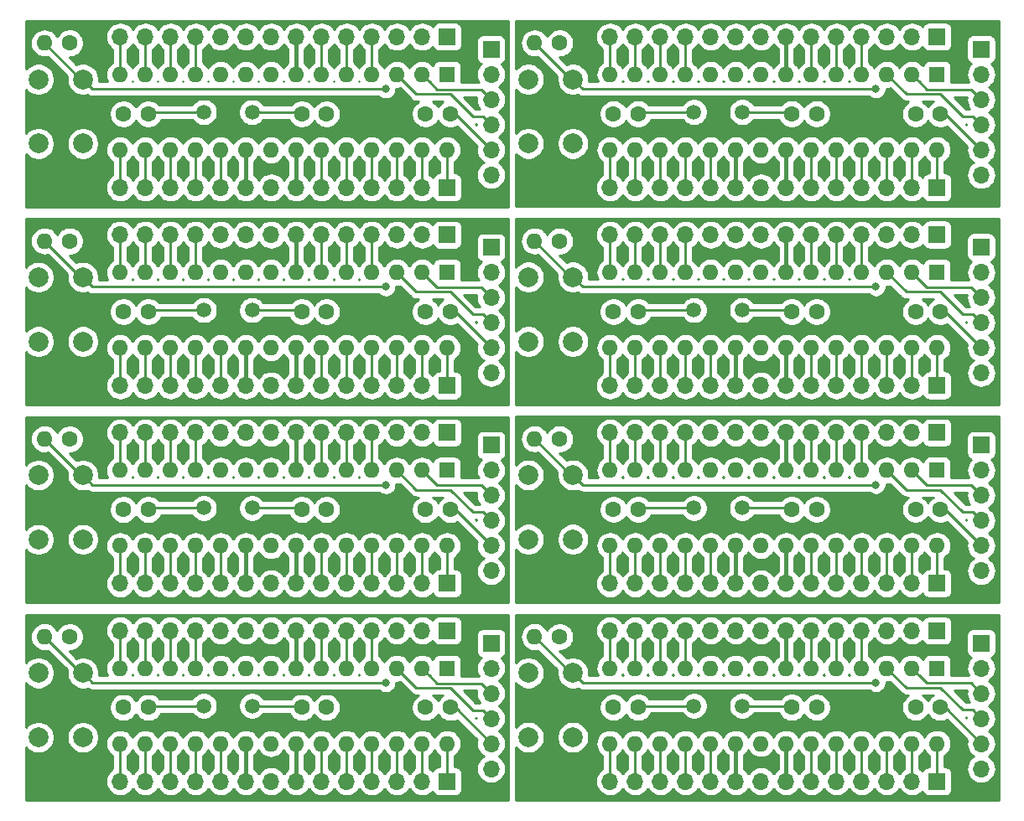
<source format=gbr>
G04 #@! TF.GenerationSoftware,KiCad,Pcbnew,(5.1.4)-1*
G04 #@! TF.CreationDate,2020-10-05T09:55:07+09:00*
G04 #@! TF.ProjectId,minimal-atmega328p,6d696e69-6d61-46c2-9d61-746d65676133,rev?*
G04 #@! TF.SameCoordinates,Original*
G04 #@! TF.FileFunction,Copper,L1,Top*
G04 #@! TF.FilePolarity,Positive*
%FSLAX46Y46*%
G04 Gerber Fmt 4.6, Leading zero omitted, Abs format (unit mm)*
G04 Created by KiCad (PCBNEW (5.1.4)-1) date 2020-10-05 09:55:07*
%MOMM*%
%LPD*%
G04 APERTURE LIST*
%ADD10C,1.600000*%
%ADD11C,2.000000*%
%ADD12R,1.700000X1.700000*%
%ADD13O,1.700000X1.700000*%
%ADD14O,1.600000X1.600000*%
%ADD15R,1.600000X1.600000*%
%ADD16C,1.500000*%
%ADD17C,0.800000*%
%ADD18C,0.250000*%
%ADD19C,0.400000*%
%ADD20C,0.254000*%
G04 APERTURE END LIST*
D10*
X156781180Y-117083820D03*
X154281180Y-117083820D03*
X138781180Y-117083820D03*
X136281180Y-117083820D03*
X166781180Y-117083820D03*
X169281180Y-117083820D03*
D11*
X132186180Y-120098820D03*
X127686180Y-120098820D03*
X132186180Y-113598820D03*
X127686180Y-113598820D03*
D12*
X168961180Y-109303820D03*
D13*
X166421180Y-109303820D03*
X163881180Y-109303820D03*
X161341180Y-109303820D03*
X158801180Y-109303820D03*
X156261180Y-109303820D03*
X153721180Y-109303820D03*
X151181180Y-109303820D03*
X148641180Y-109303820D03*
X146101180Y-109303820D03*
X143561180Y-109303820D03*
X141021180Y-109303820D03*
X138481180Y-109303820D03*
X135941180Y-109303820D03*
D10*
X130861180Y-109938820D03*
D14*
X128321180Y-109938820D03*
D12*
X173406180Y-110573820D03*
D13*
X173406180Y-113113820D03*
X173406180Y-115653820D03*
X173406180Y-118193820D03*
X173406180Y-120733820D03*
X173406180Y-123273820D03*
D12*
X168961180Y-124543820D03*
D13*
X166421180Y-124543820D03*
X163881180Y-124543820D03*
X161341180Y-124543820D03*
X158801180Y-124543820D03*
X156261180Y-124543820D03*
X153721180Y-124543820D03*
X151181180Y-124543820D03*
X148641180Y-124543820D03*
X146101180Y-124543820D03*
X143561180Y-124543820D03*
X141021180Y-124543820D03*
X138481180Y-124543820D03*
X135941180Y-124543820D03*
D14*
X128321180Y-49938820D03*
D10*
X130861180Y-49938820D03*
D13*
X135941180Y-64543820D03*
X138481180Y-64543820D03*
X141021180Y-64543820D03*
X143561180Y-64543820D03*
X146101180Y-64543820D03*
X148641180Y-64543820D03*
X151181180Y-64543820D03*
X153721180Y-64543820D03*
X156261180Y-64543820D03*
X158801180Y-64543820D03*
X161341180Y-64543820D03*
X163881180Y-64543820D03*
X166421180Y-64543820D03*
D12*
X168961180Y-64543820D03*
D10*
X136281180Y-57083820D03*
X138781180Y-57083820D03*
X154281180Y-57083820D03*
X156781180Y-57083820D03*
D11*
X127686180Y-73598820D03*
X132186180Y-73598820D03*
X127686180Y-80098820D03*
X132186180Y-80098820D03*
D13*
X135941180Y-84543820D03*
X138481180Y-84543820D03*
X141021180Y-84543820D03*
X143561180Y-84543820D03*
X146101180Y-84543820D03*
X148641180Y-84543820D03*
X151181180Y-84543820D03*
X153721180Y-84543820D03*
X156261180Y-84543820D03*
X158801180Y-84543820D03*
X161341180Y-84543820D03*
X163881180Y-84543820D03*
X166421180Y-84543820D03*
D12*
X168961180Y-84543820D03*
D14*
X168961180Y-60733820D03*
X135941180Y-53113820D03*
X166421180Y-60733820D03*
X138481180Y-53113820D03*
X163881180Y-60733820D03*
X141021180Y-53113820D03*
X161341180Y-60733820D03*
X143561180Y-53113820D03*
X158801180Y-60733820D03*
X146101180Y-53113820D03*
X156261180Y-60733820D03*
X148641180Y-53113820D03*
X153721180Y-60733820D03*
X151181180Y-53113820D03*
X151181180Y-60733820D03*
X153721180Y-53113820D03*
X148641180Y-60733820D03*
X156261180Y-53113820D03*
X146101180Y-60733820D03*
X158801180Y-53113820D03*
X143561180Y-60733820D03*
X161341180Y-53113820D03*
X141021180Y-60733820D03*
X163881180Y-53113820D03*
X138481180Y-60733820D03*
X166421180Y-53113820D03*
X135941180Y-60733820D03*
D15*
X168961180Y-53113820D03*
D13*
X135941180Y-49303820D03*
X138481180Y-49303820D03*
X141021180Y-49303820D03*
X143561180Y-49303820D03*
X146101180Y-49303820D03*
X148641180Y-49303820D03*
X151181180Y-49303820D03*
X153721180Y-49303820D03*
X156261180Y-49303820D03*
X158801180Y-49303820D03*
X161341180Y-49303820D03*
X163881180Y-49303820D03*
X166421180Y-49303820D03*
D12*
X168961180Y-49303820D03*
D16*
X144396180Y-56923820D03*
X149276180Y-56923820D03*
D13*
X173406180Y-63273820D03*
X173406180Y-60733820D03*
X173406180Y-58193820D03*
X173406180Y-55653820D03*
X173406180Y-53113820D03*
D12*
X173406180Y-50573820D03*
D10*
X169281180Y-57083820D03*
X166781180Y-57083820D03*
D11*
X127686180Y-53598820D03*
X132186180Y-53598820D03*
X127686180Y-60098820D03*
X132186180Y-60098820D03*
D10*
X169281180Y-97083820D03*
X166781180Y-97083820D03*
D15*
X168961180Y-113113820D03*
D14*
X135941180Y-120733820D03*
X166421180Y-113113820D03*
X138481180Y-120733820D03*
X163881180Y-113113820D03*
X141021180Y-120733820D03*
X161341180Y-113113820D03*
X143561180Y-120733820D03*
X158801180Y-113113820D03*
X146101180Y-120733820D03*
X156261180Y-113113820D03*
X148641180Y-120733820D03*
X153721180Y-113113820D03*
X151181180Y-120733820D03*
X151181180Y-113113820D03*
X153721180Y-120733820D03*
X148641180Y-113113820D03*
X156261180Y-120733820D03*
X146101180Y-113113820D03*
X158801180Y-120733820D03*
X143561180Y-113113820D03*
X161341180Y-120733820D03*
X141021180Y-113113820D03*
X163881180Y-120733820D03*
X138481180Y-113113820D03*
X166421180Y-120733820D03*
X135941180Y-113113820D03*
X168961180Y-120733820D03*
D16*
X149276180Y-116923820D03*
X144396180Y-116923820D03*
D14*
X168961180Y-80733820D03*
X135941180Y-73113820D03*
X166421180Y-80733820D03*
X138481180Y-73113820D03*
X163881180Y-80733820D03*
X141021180Y-73113820D03*
X161341180Y-80733820D03*
X143561180Y-73113820D03*
X158801180Y-80733820D03*
X146101180Y-73113820D03*
X156261180Y-80733820D03*
X148641180Y-73113820D03*
X153721180Y-80733820D03*
X151181180Y-73113820D03*
X151181180Y-80733820D03*
X153721180Y-73113820D03*
X148641180Y-80733820D03*
X156261180Y-73113820D03*
X146101180Y-80733820D03*
X158801180Y-73113820D03*
X143561180Y-80733820D03*
X161341180Y-73113820D03*
X141021180Y-80733820D03*
X163881180Y-73113820D03*
X138481180Y-80733820D03*
X166421180Y-73113820D03*
X135941180Y-80733820D03*
D15*
X168961180Y-73113820D03*
D14*
X168961180Y-100733820D03*
X135941180Y-93113820D03*
X166421180Y-100733820D03*
X138481180Y-93113820D03*
X163881180Y-100733820D03*
X141021180Y-93113820D03*
X161341180Y-100733820D03*
X143561180Y-93113820D03*
X158801180Y-100733820D03*
X146101180Y-93113820D03*
X156261180Y-100733820D03*
X148641180Y-93113820D03*
X153721180Y-100733820D03*
X151181180Y-93113820D03*
X151181180Y-100733820D03*
X153721180Y-93113820D03*
X148641180Y-100733820D03*
X156261180Y-93113820D03*
X146101180Y-100733820D03*
X158801180Y-93113820D03*
X143561180Y-100733820D03*
X161341180Y-93113820D03*
X141021180Y-100733820D03*
X163881180Y-93113820D03*
X138481180Y-100733820D03*
X166421180Y-93113820D03*
X135941180Y-100733820D03*
D15*
X168961180Y-93113820D03*
D13*
X135941180Y-89303820D03*
X138481180Y-89303820D03*
X141021180Y-89303820D03*
X143561180Y-89303820D03*
X146101180Y-89303820D03*
X148641180Y-89303820D03*
X151181180Y-89303820D03*
X153721180Y-89303820D03*
X156261180Y-89303820D03*
X158801180Y-89303820D03*
X161341180Y-89303820D03*
X163881180Y-89303820D03*
X166421180Y-89303820D03*
D12*
X168961180Y-89303820D03*
D16*
X144396180Y-96923820D03*
X149276180Y-96923820D03*
D13*
X173406180Y-103273820D03*
X173406180Y-100733820D03*
X173406180Y-98193820D03*
X173406180Y-95653820D03*
X173406180Y-93113820D03*
D12*
X173406180Y-90573820D03*
D10*
X154281180Y-97083820D03*
X156781180Y-97083820D03*
X169281180Y-77083820D03*
X166781180Y-77083820D03*
D11*
X127686180Y-93598820D03*
X132186180Y-93598820D03*
X127686180Y-100098820D03*
X132186180Y-100098820D03*
D10*
X136281180Y-77083820D03*
X138781180Y-77083820D03*
X136281180Y-97083820D03*
X138781180Y-97083820D03*
D14*
X128321180Y-89938820D03*
D10*
X130861180Y-89938820D03*
D13*
X135941180Y-104543820D03*
X138481180Y-104543820D03*
X141021180Y-104543820D03*
X143561180Y-104543820D03*
X146101180Y-104543820D03*
X148641180Y-104543820D03*
X151181180Y-104543820D03*
X153721180Y-104543820D03*
X156261180Y-104543820D03*
X158801180Y-104543820D03*
X161341180Y-104543820D03*
X163881180Y-104543820D03*
X166421180Y-104543820D03*
D12*
X168961180Y-104543820D03*
D13*
X135941180Y-69303820D03*
X138481180Y-69303820D03*
X141021180Y-69303820D03*
X143561180Y-69303820D03*
X146101180Y-69303820D03*
X148641180Y-69303820D03*
X151181180Y-69303820D03*
X153721180Y-69303820D03*
X156261180Y-69303820D03*
X158801180Y-69303820D03*
X161341180Y-69303820D03*
X163881180Y-69303820D03*
X166421180Y-69303820D03*
D12*
X168961180Y-69303820D03*
D16*
X144396180Y-76923820D03*
X149276180Y-76923820D03*
D13*
X173406180Y-83273820D03*
X173406180Y-80733820D03*
X173406180Y-78193820D03*
X173406180Y-75653820D03*
X173406180Y-73113820D03*
D12*
X173406180Y-70573820D03*
D10*
X154281180Y-77083820D03*
X156781180Y-77083820D03*
D14*
X128321180Y-69938820D03*
D10*
X130861180Y-69938820D03*
D12*
X119494300Y-64548900D03*
D13*
X116954300Y-64548900D03*
X114414300Y-64548900D03*
X111874300Y-64548900D03*
X109334300Y-64548900D03*
X106794300Y-64548900D03*
X104254300Y-64548900D03*
X101714300Y-64548900D03*
X99174300Y-64548900D03*
X96634300Y-64548900D03*
X94094300Y-64548900D03*
X91554300Y-64548900D03*
X89014300Y-64548900D03*
X86474300Y-64548900D03*
D11*
X82719300Y-60103900D03*
X78219300Y-60103900D03*
X82719300Y-53603900D03*
X78219300Y-53603900D03*
D10*
X81394300Y-49943900D03*
D14*
X78854300Y-49943900D03*
D10*
X107314300Y-57088900D03*
X104814300Y-57088900D03*
X89314300Y-57088900D03*
X86814300Y-57088900D03*
X117314300Y-57088900D03*
X119814300Y-57088900D03*
D12*
X123939300Y-50578900D03*
D13*
X123939300Y-53118900D03*
X123939300Y-55658900D03*
X123939300Y-58198900D03*
X123939300Y-60738900D03*
X123939300Y-63278900D03*
D16*
X99809300Y-56928900D03*
X94929300Y-56928900D03*
D12*
X119494300Y-49308900D03*
D13*
X116954300Y-49308900D03*
X114414300Y-49308900D03*
X111874300Y-49308900D03*
X109334300Y-49308900D03*
X106794300Y-49308900D03*
X104254300Y-49308900D03*
X101714300Y-49308900D03*
X99174300Y-49308900D03*
X96634300Y-49308900D03*
X94094300Y-49308900D03*
X91554300Y-49308900D03*
X89014300Y-49308900D03*
X86474300Y-49308900D03*
D15*
X119494300Y-53118900D03*
D14*
X86474300Y-60738900D03*
X116954300Y-53118900D03*
X89014300Y-60738900D03*
X114414300Y-53118900D03*
X91554300Y-60738900D03*
X111874300Y-53118900D03*
X94094300Y-60738900D03*
X109334300Y-53118900D03*
X96634300Y-60738900D03*
X106794300Y-53118900D03*
X99174300Y-60738900D03*
X104254300Y-53118900D03*
X101714300Y-60738900D03*
X101714300Y-53118900D03*
X104254300Y-60738900D03*
X99174300Y-53118900D03*
X106794300Y-60738900D03*
X96634300Y-53118900D03*
X109334300Y-60738900D03*
X94094300Y-53118900D03*
X111874300Y-60738900D03*
X91554300Y-53118900D03*
X114414300Y-60738900D03*
X89014300Y-53118900D03*
X116954300Y-60738900D03*
X86474300Y-53118900D03*
X119494300Y-60738900D03*
D12*
X119494300Y-84548900D03*
D13*
X116954300Y-84548900D03*
X114414300Y-84548900D03*
X111874300Y-84548900D03*
X109334300Y-84548900D03*
X106794300Y-84548900D03*
X104254300Y-84548900D03*
X101714300Y-84548900D03*
X99174300Y-84548900D03*
X96634300Y-84548900D03*
X94094300Y-84548900D03*
X91554300Y-84548900D03*
X89014300Y-84548900D03*
X86474300Y-84548900D03*
D11*
X82719300Y-80103900D03*
X78219300Y-80103900D03*
X82719300Y-73603900D03*
X78219300Y-73603900D03*
D10*
X81394300Y-69943900D03*
D14*
X78854300Y-69943900D03*
D10*
X107314300Y-77088900D03*
X104814300Y-77088900D03*
X89314300Y-77088900D03*
X86814300Y-77088900D03*
X117314300Y-77088900D03*
X119814300Y-77088900D03*
D12*
X123939300Y-70578900D03*
D13*
X123939300Y-73118900D03*
X123939300Y-75658900D03*
X123939300Y-78198900D03*
X123939300Y-80738900D03*
X123939300Y-83278900D03*
D16*
X99809300Y-76928900D03*
X94929300Y-76928900D03*
D12*
X119494300Y-69308900D03*
D13*
X116954300Y-69308900D03*
X114414300Y-69308900D03*
X111874300Y-69308900D03*
X109334300Y-69308900D03*
X106794300Y-69308900D03*
X104254300Y-69308900D03*
X101714300Y-69308900D03*
X99174300Y-69308900D03*
X96634300Y-69308900D03*
X94094300Y-69308900D03*
X91554300Y-69308900D03*
X89014300Y-69308900D03*
X86474300Y-69308900D03*
D15*
X119494300Y-73118900D03*
D14*
X86474300Y-80738900D03*
X116954300Y-73118900D03*
X89014300Y-80738900D03*
X114414300Y-73118900D03*
X91554300Y-80738900D03*
X111874300Y-73118900D03*
X94094300Y-80738900D03*
X109334300Y-73118900D03*
X96634300Y-80738900D03*
X106794300Y-73118900D03*
X99174300Y-80738900D03*
X104254300Y-73118900D03*
X101714300Y-80738900D03*
X101714300Y-73118900D03*
X104254300Y-80738900D03*
X99174300Y-73118900D03*
X106794300Y-80738900D03*
X96634300Y-73118900D03*
X109334300Y-80738900D03*
X94094300Y-73118900D03*
X111874300Y-80738900D03*
X91554300Y-73118900D03*
X114414300Y-80738900D03*
X89014300Y-73118900D03*
X116954300Y-80738900D03*
X86474300Y-73118900D03*
X119494300Y-80738900D03*
D12*
X119494300Y-104548900D03*
D13*
X116954300Y-104548900D03*
X114414300Y-104548900D03*
X111874300Y-104548900D03*
X109334300Y-104548900D03*
X106794300Y-104548900D03*
X104254300Y-104548900D03*
X101714300Y-104548900D03*
X99174300Y-104548900D03*
X96634300Y-104548900D03*
X94094300Y-104548900D03*
X91554300Y-104548900D03*
X89014300Y-104548900D03*
X86474300Y-104548900D03*
D11*
X82719300Y-100103900D03*
X78219300Y-100103900D03*
X82719300Y-93603900D03*
X78219300Y-93603900D03*
D10*
X81394300Y-89943900D03*
D14*
X78854300Y-89943900D03*
D10*
X107314300Y-97088900D03*
X104814300Y-97088900D03*
X89314300Y-97088900D03*
X86814300Y-97088900D03*
X117314300Y-97088900D03*
X119814300Y-97088900D03*
D12*
X123939300Y-90578900D03*
D13*
X123939300Y-93118900D03*
X123939300Y-95658900D03*
X123939300Y-98198900D03*
X123939300Y-100738900D03*
X123939300Y-103278900D03*
D16*
X99809300Y-96928900D03*
X94929300Y-96928900D03*
D12*
X119494300Y-89308900D03*
D13*
X116954300Y-89308900D03*
X114414300Y-89308900D03*
X111874300Y-89308900D03*
X109334300Y-89308900D03*
X106794300Y-89308900D03*
X104254300Y-89308900D03*
X101714300Y-89308900D03*
X99174300Y-89308900D03*
X96634300Y-89308900D03*
X94094300Y-89308900D03*
X91554300Y-89308900D03*
X89014300Y-89308900D03*
X86474300Y-89308900D03*
D15*
X119494300Y-93118900D03*
D14*
X86474300Y-100738900D03*
X116954300Y-93118900D03*
X89014300Y-100738900D03*
X114414300Y-93118900D03*
X91554300Y-100738900D03*
X111874300Y-93118900D03*
X94094300Y-100738900D03*
X109334300Y-93118900D03*
X96634300Y-100738900D03*
X106794300Y-93118900D03*
X99174300Y-100738900D03*
X104254300Y-93118900D03*
X101714300Y-100738900D03*
X101714300Y-93118900D03*
X104254300Y-100738900D03*
X99174300Y-93118900D03*
X106794300Y-100738900D03*
X96634300Y-93118900D03*
X109334300Y-100738900D03*
X94094300Y-93118900D03*
X111874300Y-100738900D03*
X91554300Y-93118900D03*
X114414300Y-100738900D03*
X89014300Y-93118900D03*
X116954300Y-100738900D03*
X86474300Y-93118900D03*
X119494300Y-100738900D03*
D16*
X94929300Y-116928900D03*
X99809300Y-116928900D03*
D14*
X119494300Y-120738900D03*
X86474300Y-113118900D03*
X116954300Y-120738900D03*
X89014300Y-113118900D03*
X114414300Y-120738900D03*
X91554300Y-113118900D03*
X111874300Y-120738900D03*
X94094300Y-113118900D03*
X109334300Y-120738900D03*
X96634300Y-113118900D03*
X106794300Y-120738900D03*
X99174300Y-113118900D03*
X104254300Y-120738900D03*
X101714300Y-113118900D03*
X101714300Y-120738900D03*
X104254300Y-113118900D03*
X99174300Y-120738900D03*
X106794300Y-113118900D03*
X96634300Y-120738900D03*
X109334300Y-113118900D03*
X94094300Y-120738900D03*
X111874300Y-113118900D03*
X91554300Y-120738900D03*
X114414300Y-113118900D03*
X89014300Y-120738900D03*
X116954300Y-113118900D03*
X86474300Y-120738900D03*
D15*
X119494300Y-113118900D03*
D11*
X78219300Y-113603900D03*
X82719300Y-113603900D03*
X78219300Y-120103900D03*
X82719300Y-120103900D03*
D14*
X78854300Y-109943900D03*
D10*
X81394300Y-109943900D03*
D13*
X86474300Y-124548900D03*
X89014300Y-124548900D03*
X91554300Y-124548900D03*
X94094300Y-124548900D03*
X96634300Y-124548900D03*
X99174300Y-124548900D03*
X101714300Y-124548900D03*
X104254300Y-124548900D03*
X106794300Y-124548900D03*
X109334300Y-124548900D03*
X111874300Y-124548900D03*
X114414300Y-124548900D03*
X116954300Y-124548900D03*
D12*
X119494300Y-124548900D03*
D13*
X123939300Y-123278900D03*
X123939300Y-120738900D03*
X123939300Y-118198900D03*
X123939300Y-115658900D03*
X123939300Y-113118900D03*
D12*
X123939300Y-110578900D03*
D13*
X86474300Y-109308900D03*
X89014300Y-109308900D03*
X91554300Y-109308900D03*
X94094300Y-109308900D03*
X96634300Y-109308900D03*
X99174300Y-109308900D03*
X101714300Y-109308900D03*
X104254300Y-109308900D03*
X106794300Y-109308900D03*
X109334300Y-109308900D03*
X111874300Y-109308900D03*
X114414300Y-109308900D03*
X116954300Y-109308900D03*
D12*
X119494300Y-109308900D03*
D10*
X119814300Y-117088900D03*
X117314300Y-117088900D03*
X86814300Y-117088900D03*
X89314300Y-117088900D03*
X104814300Y-117088900D03*
X107314300Y-117088900D03*
D17*
X113314300Y-94588900D03*
X113314300Y-74588900D03*
X113314300Y-54588900D03*
X162781180Y-54583820D03*
X162781180Y-94583820D03*
X162781180Y-74583820D03*
X162781180Y-114583820D03*
X113314300Y-114588900D03*
D18*
X99809300Y-96928900D02*
X104654300Y-96928900D01*
X104654300Y-96928900D02*
X104814300Y-97088900D01*
D19*
X104254300Y-104548900D02*
X104254300Y-100738900D01*
X104254300Y-100738900D02*
X104254300Y-100148900D01*
D18*
X94929300Y-96928900D02*
X89474300Y-96928900D01*
X89474300Y-96928900D02*
X89314300Y-97088900D01*
X123939300Y-100738900D02*
X120289300Y-97088900D01*
X120289300Y-97088900D02*
X119814300Y-97088900D01*
X113314300Y-94588900D02*
X83704300Y-94588900D01*
X83704300Y-94588900D02*
X82719300Y-93603900D01*
X82514300Y-93603900D02*
X82719300Y-93603900D01*
X78854300Y-89943900D02*
X82514300Y-93603900D01*
X86474300Y-93118900D02*
X86474300Y-89308900D01*
X89014300Y-93118900D02*
X89014300Y-89308900D01*
X91554300Y-93118900D02*
X91554300Y-89308900D01*
X94094300Y-93118900D02*
X94094300Y-89308900D01*
D19*
X99174300Y-100738900D02*
X99174300Y-104548900D01*
X104254300Y-93118900D02*
X104254300Y-89308900D01*
D18*
X106794300Y-93118900D02*
X106794300Y-89308900D01*
X109334300Y-93118900D02*
X109334300Y-89308900D01*
X111874300Y-93118900D02*
X111874300Y-89308900D01*
X122074301Y-97348901D02*
X119814300Y-95088900D01*
X116384300Y-95088900D02*
X114414300Y-93118900D01*
X123089301Y-97348901D02*
X122074301Y-97348901D01*
X123939300Y-98198900D02*
X123089301Y-97348901D01*
X119814300Y-95088900D02*
X116384300Y-95088900D01*
X122919289Y-94638889D02*
X118474289Y-94638889D01*
X118474289Y-94638889D02*
X117754299Y-93918899D01*
X123939300Y-95658900D02*
X122919289Y-94638889D01*
X117754299Y-93918899D02*
X116954300Y-93118900D01*
X86474300Y-101870270D02*
X86474300Y-104548900D01*
X86474300Y-100738900D02*
X86474300Y-101870270D01*
X89014300Y-101870270D02*
X89014300Y-104548900D01*
X89014300Y-100738900D02*
X89014300Y-101870270D01*
X91554300Y-101870270D02*
X91554300Y-104548900D01*
X91554300Y-100738900D02*
X91554300Y-101870270D01*
X94094300Y-101870270D02*
X94094300Y-104548900D01*
X94094300Y-100738900D02*
X94094300Y-101870270D01*
X96634300Y-100738900D02*
X96634300Y-104548900D01*
X106794300Y-101870270D02*
X106794300Y-104548900D01*
X106794300Y-100738900D02*
X106794300Y-101870270D01*
X109334300Y-100738900D02*
X109334300Y-104548900D01*
X111874300Y-100738900D02*
X111874300Y-104548900D01*
X114414300Y-100738900D02*
X114414300Y-101870270D01*
X114414300Y-101870270D02*
X114414300Y-104548900D01*
X116954300Y-100738900D02*
X116954300Y-104548900D01*
X119494300Y-101870270D02*
X119494300Y-104548900D01*
X119494300Y-100738900D02*
X119494300Y-101870270D01*
X99809300Y-76928900D02*
X104654300Y-76928900D01*
X104654300Y-76928900D02*
X104814300Y-77088900D01*
D19*
X104254300Y-84548900D02*
X104254300Y-80738900D01*
X104254300Y-80738900D02*
X104254300Y-80148900D01*
D18*
X94929300Y-76928900D02*
X89474300Y-76928900D01*
X89474300Y-76928900D02*
X89314300Y-77088900D01*
X123939300Y-80738900D02*
X120289300Y-77088900D01*
X120289300Y-77088900D02*
X119814300Y-77088900D01*
X113314300Y-74588900D02*
X83704300Y-74588900D01*
X83704300Y-74588900D02*
X82719300Y-73603900D01*
X82514300Y-73603900D02*
X82719300Y-73603900D01*
X78854300Y-69943900D02*
X82514300Y-73603900D01*
X86474300Y-73118900D02*
X86474300Y-69308900D01*
X89014300Y-73118900D02*
X89014300Y-69308900D01*
X91554300Y-73118900D02*
X91554300Y-69308900D01*
X94094300Y-73118900D02*
X94094300Y-69308900D01*
D19*
X99174300Y-80738900D02*
X99174300Y-84548900D01*
X104254300Y-73118900D02*
X104254300Y-69308900D01*
D18*
X106794300Y-73118900D02*
X106794300Y-69308900D01*
X109334300Y-73118900D02*
X109334300Y-69308900D01*
X111874300Y-73118900D02*
X111874300Y-69308900D01*
X122074301Y-77348901D02*
X119814300Y-75088900D01*
X116384300Y-75088900D02*
X114414300Y-73118900D01*
X123089301Y-77348901D02*
X122074301Y-77348901D01*
X123939300Y-78198900D02*
X123089301Y-77348901D01*
X119814300Y-75088900D02*
X116384300Y-75088900D01*
X122919289Y-74638889D02*
X118474289Y-74638889D01*
X118474289Y-74638889D02*
X117754299Y-73918899D01*
X123939300Y-75658900D02*
X122919289Y-74638889D01*
X117754299Y-73918899D02*
X116954300Y-73118900D01*
X86474300Y-81870270D02*
X86474300Y-84548900D01*
X86474300Y-80738900D02*
X86474300Y-81870270D01*
X89014300Y-81870270D02*
X89014300Y-84548900D01*
X89014300Y-80738900D02*
X89014300Y-81870270D01*
X91554300Y-81870270D02*
X91554300Y-84548900D01*
X91554300Y-80738900D02*
X91554300Y-81870270D01*
X94094300Y-81870270D02*
X94094300Y-84548900D01*
X94094300Y-80738900D02*
X94094300Y-81870270D01*
X96634300Y-80738900D02*
X96634300Y-84548900D01*
X106794300Y-81870270D02*
X106794300Y-84548900D01*
X106794300Y-80738900D02*
X106794300Y-81870270D01*
X109334300Y-80738900D02*
X109334300Y-84548900D01*
X111874300Y-80738900D02*
X111874300Y-84548900D01*
X114414300Y-80738900D02*
X114414300Y-81870270D01*
X114414300Y-81870270D02*
X114414300Y-84548900D01*
X116954300Y-80738900D02*
X116954300Y-84548900D01*
X119494300Y-81870270D02*
X119494300Y-84548900D01*
X119494300Y-80738900D02*
X119494300Y-81870270D01*
X99809300Y-56928900D02*
X104654300Y-56928900D01*
X104654300Y-56928900D02*
X104814300Y-57088900D01*
D19*
X104254300Y-64548900D02*
X104254300Y-60738900D01*
X104254300Y-60738900D02*
X104254300Y-60148900D01*
D18*
X94929300Y-56928900D02*
X89474300Y-56928900D01*
X89474300Y-56928900D02*
X89314300Y-57088900D01*
X123939300Y-60738900D02*
X120289300Y-57088900D01*
X120289300Y-57088900D02*
X119814300Y-57088900D01*
X113314300Y-54588900D02*
X83704300Y-54588900D01*
X83704300Y-54588900D02*
X82719300Y-53603900D01*
X82514300Y-53603900D02*
X82719300Y-53603900D01*
X78854300Y-49943900D02*
X82514300Y-53603900D01*
X86474300Y-53118900D02*
X86474300Y-49308900D01*
X89014300Y-53118900D02*
X89014300Y-49308900D01*
X91554300Y-53118900D02*
X91554300Y-49308900D01*
X94094300Y-53118900D02*
X94094300Y-49308900D01*
D19*
X99174300Y-60738900D02*
X99174300Y-64548900D01*
X104254300Y-53118900D02*
X104254300Y-49308900D01*
D18*
X106794300Y-53118900D02*
X106794300Y-49308900D01*
X109334300Y-53118900D02*
X109334300Y-49308900D01*
X111874300Y-53118900D02*
X111874300Y-49308900D01*
X122074301Y-57348901D02*
X119814300Y-55088900D01*
X116384300Y-55088900D02*
X114414300Y-53118900D01*
X123089301Y-57348901D02*
X122074301Y-57348901D01*
X123939300Y-58198900D02*
X123089301Y-57348901D01*
X119814300Y-55088900D02*
X116384300Y-55088900D01*
X122919289Y-54638889D02*
X118474289Y-54638889D01*
X118474289Y-54638889D02*
X117754299Y-53918899D01*
X123939300Y-55658900D02*
X122919289Y-54638889D01*
X117754299Y-53918899D02*
X116954300Y-53118900D01*
X86474300Y-61870270D02*
X86474300Y-64548900D01*
X86474300Y-60738900D02*
X86474300Y-61870270D01*
X89014300Y-61870270D02*
X89014300Y-64548900D01*
X89014300Y-60738900D02*
X89014300Y-61870270D01*
X91554300Y-61870270D02*
X91554300Y-64548900D01*
X91554300Y-60738900D02*
X91554300Y-61870270D01*
X94094300Y-61870270D02*
X94094300Y-64548900D01*
X94094300Y-60738900D02*
X94094300Y-61870270D01*
X96634300Y-60738900D02*
X96634300Y-64548900D01*
X106794300Y-61870270D02*
X106794300Y-64548900D01*
X106794300Y-60738900D02*
X106794300Y-61870270D01*
X109334300Y-60738900D02*
X109334300Y-64548900D01*
X111874300Y-60738900D02*
X111874300Y-64548900D01*
X114414300Y-60738900D02*
X114414300Y-61870270D01*
X114414300Y-61870270D02*
X114414300Y-64548900D01*
X116954300Y-60738900D02*
X116954300Y-64548900D01*
X119494300Y-61870270D02*
X119494300Y-64548900D01*
X119494300Y-60738900D02*
X119494300Y-61870270D01*
X158801180Y-73113820D02*
X158801180Y-69303820D01*
X138481180Y-81865190D02*
X138481180Y-84543820D01*
X138481180Y-80733820D02*
X138481180Y-81865190D01*
X171541181Y-77343821D02*
X169281180Y-75083820D01*
X169281180Y-75083820D02*
X165851180Y-75083820D01*
X141021180Y-81865190D02*
X141021180Y-84543820D01*
X156261180Y-73113820D02*
X156261180Y-69303820D01*
D19*
X153721180Y-73113820D02*
X153721180Y-69303820D01*
D18*
X161341180Y-73113820D02*
X161341180Y-69303820D01*
X167941169Y-74633809D02*
X167221179Y-73913819D01*
X172556181Y-77343821D02*
X171541181Y-77343821D01*
X173406180Y-78193820D02*
X172556181Y-77343821D01*
X165851180Y-75083820D02*
X163881180Y-73113820D01*
X173406180Y-75653820D02*
X172386169Y-74633809D01*
X167221179Y-73913819D02*
X166421180Y-73113820D01*
X135941180Y-80733820D02*
X135941180Y-81865190D01*
X172386169Y-74633809D02*
X167941169Y-74633809D01*
X135941180Y-81865190D02*
X135941180Y-84543820D01*
X156261180Y-53113820D02*
X156261180Y-49303820D01*
X169281180Y-55083820D02*
X165851180Y-55083820D01*
X171541181Y-57343821D02*
X169281180Y-55083820D01*
X158801180Y-53113820D02*
X158801180Y-49303820D01*
X172386169Y-54633809D02*
X167941169Y-54633809D01*
X165851180Y-55083820D02*
X163881180Y-53113820D01*
X167941169Y-54633809D02*
X167221179Y-53913819D01*
X173406180Y-55653820D02*
X172386169Y-54633809D01*
X135941180Y-61865190D02*
X135941180Y-64543820D01*
X135941180Y-60733820D02*
X135941180Y-61865190D01*
X161341180Y-53113820D02*
X161341180Y-49303820D01*
X173406180Y-58193820D02*
X172556181Y-57343821D01*
X167221179Y-53913819D02*
X166421180Y-53113820D01*
X138481180Y-61865190D02*
X138481180Y-64543820D01*
X138481180Y-60733820D02*
X138481180Y-61865190D01*
X172556181Y-57343821D02*
X171541181Y-57343821D01*
X143561180Y-73113820D02*
X143561180Y-69303820D01*
X138941180Y-76923820D02*
X138781180Y-77083820D01*
X135941180Y-73113820D02*
X135941180Y-69303820D01*
D19*
X153721180Y-80733820D02*
X153721180Y-80143820D01*
D18*
X128321180Y-69938820D02*
X131981180Y-73598820D01*
X158801180Y-93113820D02*
X158801180Y-89303820D01*
D19*
X148641180Y-80733820D02*
X148641180Y-84543820D01*
D18*
X161341180Y-93113820D02*
X161341180Y-89303820D01*
X165851180Y-95083820D02*
X163881180Y-93113820D01*
X167221179Y-93913819D02*
X166421180Y-93113820D01*
X158801180Y-100733820D02*
X158801180Y-104543820D01*
X141021180Y-100733820D02*
X141021180Y-101865190D01*
X162781180Y-74583820D02*
X133171180Y-74583820D01*
X169756180Y-77083820D02*
X169281180Y-77083820D01*
X135941180Y-101865190D02*
X135941180Y-104543820D01*
X135941180Y-100733820D02*
X135941180Y-101865190D01*
X146101180Y-100733820D02*
X146101180Y-104543820D01*
X138481180Y-101865190D02*
X138481180Y-104543820D01*
X166421180Y-100733820D02*
X166421180Y-104543820D01*
X168961180Y-100733820D02*
X168961180Y-101865190D01*
X154121180Y-76923820D02*
X154281180Y-77083820D01*
X163881180Y-100733820D02*
X163881180Y-101865190D01*
X173406180Y-80733820D02*
X169756180Y-77083820D01*
X133171180Y-74583820D02*
X132186180Y-73598820D01*
X131981180Y-73598820D02*
X132186180Y-73598820D01*
X138481180Y-73113820D02*
X138481180Y-69303820D01*
X167941169Y-94633809D02*
X167221179Y-93913819D01*
X156261180Y-101865190D02*
X156261180Y-104543820D01*
X156261180Y-100733820D02*
X156261180Y-101865190D01*
D19*
X153721180Y-84543820D02*
X153721180Y-80733820D01*
D18*
X172386169Y-94633809D02*
X167941169Y-94633809D01*
X172556181Y-97343821D02*
X171541181Y-97343821D01*
X143561180Y-100733820D02*
X143561180Y-101865190D01*
X161341180Y-100733820D02*
X161341180Y-104543820D01*
X144396180Y-76923820D02*
X138941180Y-76923820D01*
X173406180Y-98193820D02*
X172556181Y-97343821D01*
X168961180Y-101865190D02*
X168961180Y-104543820D01*
X141021180Y-101865190D02*
X141021180Y-104543820D01*
X138481180Y-100733820D02*
X138481180Y-101865190D01*
X171541181Y-97343821D02*
X169281180Y-95083820D01*
X143561180Y-101865190D02*
X143561180Y-104543820D01*
X149276180Y-76923820D02*
X154121180Y-76923820D01*
X173406180Y-95653820D02*
X172386169Y-94633809D01*
X163881180Y-101865190D02*
X163881180Y-104543820D01*
X141021180Y-73113820D02*
X141021180Y-69303820D01*
X169281180Y-95083820D02*
X165851180Y-95083820D01*
D19*
X153721180Y-104543820D02*
X153721180Y-100733820D01*
X153721180Y-100733820D02*
X153721180Y-100143820D01*
D18*
X144396180Y-96923820D02*
X138941180Y-96923820D01*
D19*
X153721180Y-93113820D02*
X153721180Y-89303820D01*
D18*
X149276180Y-96923820D02*
X154121180Y-96923820D01*
X173406180Y-100733820D02*
X169756180Y-97083820D01*
X169756180Y-97083820D02*
X169281180Y-97083820D01*
X156261180Y-93113820D02*
X156261180Y-89303820D01*
X143561180Y-93113820D02*
X143561180Y-89303820D01*
X138941180Y-96923820D02*
X138781180Y-97083820D01*
X131981180Y-93598820D02*
X132186180Y-93598820D01*
D19*
X148641180Y-100733820D02*
X148641180Y-104543820D01*
D18*
X162781180Y-94583820D02*
X133171180Y-94583820D01*
X154121180Y-96923820D02*
X154281180Y-97083820D01*
X128321180Y-89938820D02*
X131981180Y-93598820D01*
X138481180Y-93113820D02*
X138481180Y-89303820D01*
X141021180Y-93113820D02*
X141021180Y-89303820D01*
X135941180Y-93113820D02*
X135941180Y-89303820D01*
X133171180Y-94583820D02*
X132186180Y-93598820D01*
X162781180Y-54583820D02*
X133171180Y-54583820D01*
X133171180Y-54583820D02*
X132186180Y-53598820D01*
X131981180Y-53598820D02*
X132186180Y-53598820D01*
X135941180Y-53113820D02*
X135941180Y-49303820D01*
X141021180Y-53113820D02*
X141021180Y-49303820D01*
D19*
X148641180Y-60733820D02*
X148641180Y-64543820D01*
D18*
X128321180Y-49938820D02*
X131981180Y-53598820D01*
D19*
X153721180Y-53113820D02*
X153721180Y-49303820D01*
D18*
X138481180Y-53113820D02*
X138481180Y-49303820D01*
X143561180Y-53113820D02*
X143561180Y-49303820D01*
X168961180Y-81865190D02*
X168961180Y-84543820D01*
X158801180Y-80733820D02*
X158801180Y-84543820D01*
X143561180Y-81865190D02*
X143561180Y-84543820D01*
X146101180Y-80733820D02*
X146101180Y-84543820D01*
X156261180Y-80733820D02*
X156261180Y-81865190D01*
X166421180Y-80733820D02*
X166421180Y-84543820D01*
X154121180Y-56923820D02*
X154281180Y-57083820D01*
X163881180Y-80733820D02*
X163881180Y-81865190D01*
D19*
X153721180Y-64543820D02*
X153721180Y-60733820D01*
X153721180Y-60733820D02*
X153721180Y-60143820D01*
D18*
X141021180Y-80733820D02*
X141021180Y-81865190D01*
X138941180Y-56923820D02*
X138781180Y-57083820D01*
X144396180Y-56923820D02*
X138941180Y-56923820D01*
X161341180Y-80733820D02*
X161341180Y-84543820D01*
X173406180Y-60733820D02*
X169756180Y-57083820D01*
X143561180Y-80733820D02*
X143561180Y-81865190D01*
X156261180Y-81865190D02*
X156261180Y-84543820D01*
X163881180Y-81865190D02*
X163881180Y-84543820D01*
X168961180Y-80733820D02*
X168961180Y-81865190D01*
X149276180Y-56923820D02*
X154121180Y-56923820D01*
X169756180Y-57083820D02*
X169281180Y-57083820D01*
X141021180Y-60733820D02*
X141021180Y-61865190D01*
X161341180Y-60733820D02*
X161341180Y-64543820D01*
X143561180Y-60733820D02*
X143561180Y-61865190D01*
X146101180Y-60733820D02*
X146101180Y-64543820D01*
X163881180Y-60733820D02*
X163881180Y-61865190D01*
X141021180Y-61865190D02*
X141021180Y-64543820D01*
X143561180Y-61865190D02*
X143561180Y-64543820D01*
X156261180Y-60733820D02*
X156261180Y-61865190D01*
X156261180Y-61865190D02*
X156261180Y-64543820D01*
X158801180Y-60733820D02*
X158801180Y-64543820D01*
X163881180Y-61865190D02*
X163881180Y-64543820D01*
X166421180Y-60733820D02*
X166421180Y-64543820D01*
X168961180Y-61865190D02*
X168961180Y-64543820D01*
X168961180Y-60733820D02*
X168961180Y-61865190D01*
X149276180Y-116923820D02*
X154121180Y-116923820D01*
X154121180Y-116923820D02*
X154281180Y-117083820D01*
D19*
X153721180Y-124543820D02*
X153721180Y-120733820D01*
X153721180Y-120733820D02*
X153721180Y-120143820D01*
D18*
X138941180Y-116923820D02*
X138781180Y-117083820D01*
X144396180Y-116923820D02*
X138941180Y-116923820D01*
X169756180Y-117083820D02*
X169281180Y-117083820D01*
X173406180Y-120733820D02*
X169756180Y-117083820D01*
X128321180Y-109938820D02*
X131981180Y-113598820D01*
X133171180Y-114583820D02*
X132186180Y-113598820D01*
X162781180Y-114583820D02*
X133171180Y-114583820D01*
X131981180Y-113598820D02*
X132186180Y-113598820D01*
X135941180Y-113113820D02*
X135941180Y-109303820D01*
X138481180Y-113113820D02*
X138481180Y-109303820D01*
X141021180Y-113113820D02*
X141021180Y-109303820D01*
X143561180Y-113113820D02*
X143561180Y-109303820D01*
D19*
X148641180Y-120733820D02*
X148641180Y-124543820D01*
X153721180Y-113113820D02*
X153721180Y-109303820D01*
D18*
X156261180Y-113113820D02*
X156261180Y-109303820D01*
X158801180Y-113113820D02*
X158801180Y-109303820D01*
X161341180Y-113113820D02*
X161341180Y-109303820D01*
X173406180Y-118193820D02*
X172556181Y-117343821D01*
X165851180Y-115083820D02*
X163881180Y-113113820D01*
X172556181Y-117343821D02*
X171541181Y-117343821D01*
X169281180Y-115083820D02*
X165851180Y-115083820D01*
X171541181Y-117343821D02*
X169281180Y-115083820D01*
X173406180Y-115653820D02*
X172386169Y-114633809D01*
X167221179Y-113913819D02*
X166421180Y-113113820D01*
X167941169Y-114633809D02*
X167221179Y-113913819D01*
X172386169Y-114633809D02*
X167941169Y-114633809D01*
X135941180Y-120733820D02*
X135941180Y-121865190D01*
X135941180Y-121865190D02*
X135941180Y-124543820D01*
X138481180Y-121865190D02*
X138481180Y-124543820D01*
X138481180Y-120733820D02*
X138481180Y-121865190D01*
X141021180Y-121865190D02*
X141021180Y-124543820D01*
X141021180Y-120733820D02*
X141021180Y-121865190D01*
X143561180Y-120733820D02*
X143561180Y-121865190D01*
X143561180Y-121865190D02*
X143561180Y-124543820D01*
X146101180Y-120733820D02*
X146101180Y-124543820D01*
X156261180Y-120733820D02*
X156261180Y-121865190D01*
X156261180Y-121865190D02*
X156261180Y-124543820D01*
X158801180Y-120733820D02*
X158801180Y-124543820D01*
X161341180Y-120733820D02*
X161341180Y-124543820D01*
X163881180Y-120733820D02*
X163881180Y-121865190D01*
X163881180Y-121865190D02*
X163881180Y-124543820D01*
X166421180Y-120733820D02*
X166421180Y-124543820D01*
X168961180Y-121865190D02*
X168961180Y-124543820D01*
X168961180Y-120733820D02*
X168961180Y-121865190D01*
X104654300Y-116928900D02*
X104814300Y-117088900D01*
X99809300Y-116928900D02*
X104654300Y-116928900D01*
D19*
X104254300Y-124548900D02*
X104254300Y-120738900D01*
X104254300Y-120738900D02*
X104254300Y-120148900D01*
D18*
X89474300Y-116928900D02*
X89314300Y-117088900D01*
X94929300Y-116928900D02*
X89474300Y-116928900D01*
X120289300Y-117088900D02*
X119814300Y-117088900D01*
X123939300Y-120738900D02*
X120289300Y-117088900D01*
X83704300Y-114588900D02*
X82719300Y-113603900D01*
X113314300Y-114588900D02*
X83704300Y-114588900D01*
X82514300Y-113603900D02*
X82719300Y-113603900D01*
X78854300Y-109943900D02*
X82514300Y-113603900D01*
X86474300Y-113118900D02*
X86474300Y-109308900D01*
X89014300Y-113118900D02*
X89014300Y-109308900D01*
X91554300Y-113118900D02*
X91554300Y-109308900D01*
X94094300Y-113118900D02*
X94094300Y-109308900D01*
D19*
X104254300Y-113118900D02*
X104254300Y-109308900D01*
X99174300Y-120738900D02*
X99174300Y-124548900D01*
D18*
X106794300Y-113118900D02*
X106794300Y-109308900D01*
X109334300Y-113118900D02*
X109334300Y-109308900D01*
X111874300Y-113118900D02*
X111874300Y-109308900D01*
X123089301Y-117348901D02*
X122074301Y-117348901D01*
X123939300Y-118198900D02*
X123089301Y-117348901D01*
X122074301Y-117348901D02*
X119814300Y-115088900D01*
X116384300Y-115088900D02*
X114414300Y-113118900D01*
X119814300Y-115088900D02*
X116384300Y-115088900D01*
X123939300Y-115658900D02*
X122919289Y-114638889D01*
X122919289Y-114638889D02*
X118474289Y-114638889D01*
X117754299Y-113918899D02*
X116954300Y-113118900D01*
X118474289Y-114638889D02*
X117754299Y-113918899D01*
X86474300Y-121870270D02*
X86474300Y-124548900D01*
X86474300Y-120738900D02*
X86474300Y-121870270D01*
X89014300Y-121870270D02*
X89014300Y-124548900D01*
X89014300Y-120738900D02*
X89014300Y-121870270D01*
X91554300Y-121870270D02*
X91554300Y-124548900D01*
X91554300Y-120738900D02*
X91554300Y-121870270D01*
X94094300Y-121870270D02*
X94094300Y-124548900D01*
X94094300Y-120738900D02*
X94094300Y-121870270D01*
X96634300Y-120738900D02*
X96634300Y-124548900D01*
X106794300Y-121870270D02*
X106794300Y-124548900D01*
X106794300Y-120738900D02*
X106794300Y-121870270D01*
X109334300Y-120738900D02*
X109334300Y-124548900D01*
X111874300Y-120738900D02*
X111874300Y-124548900D01*
X114414300Y-121870270D02*
X114414300Y-124548900D01*
X114414300Y-120738900D02*
X114414300Y-121870270D01*
X116954300Y-120738900D02*
X116954300Y-124548900D01*
X119494300Y-121870270D02*
X119494300Y-124548900D01*
X119494300Y-120738900D02*
X119494300Y-121870270D01*
D20*
G36*
X125687300Y-126461900D02*
G01*
X76941300Y-126461900D01*
X76941300Y-124548900D01*
X84982115Y-124548900D01*
X85010787Y-124840011D01*
X85095701Y-125119934D01*
X85233594Y-125377914D01*
X85419166Y-125604034D01*
X85645286Y-125789606D01*
X85903266Y-125927499D01*
X86183189Y-126012413D01*
X86401350Y-126033900D01*
X86547250Y-126033900D01*
X86765411Y-126012413D01*
X87045334Y-125927499D01*
X87303314Y-125789606D01*
X87529434Y-125604034D01*
X87715006Y-125377914D01*
X87744300Y-125323109D01*
X87773594Y-125377914D01*
X87959166Y-125604034D01*
X88185286Y-125789606D01*
X88443266Y-125927499D01*
X88723189Y-126012413D01*
X88941350Y-126033900D01*
X89087250Y-126033900D01*
X89305411Y-126012413D01*
X89585334Y-125927499D01*
X89843314Y-125789606D01*
X90069434Y-125604034D01*
X90255006Y-125377914D01*
X90284300Y-125323109D01*
X90313594Y-125377914D01*
X90499166Y-125604034D01*
X90725286Y-125789606D01*
X90983266Y-125927499D01*
X91263189Y-126012413D01*
X91481350Y-126033900D01*
X91627250Y-126033900D01*
X91845411Y-126012413D01*
X92125334Y-125927499D01*
X92383314Y-125789606D01*
X92609434Y-125604034D01*
X92795006Y-125377914D01*
X92824300Y-125323109D01*
X92853594Y-125377914D01*
X93039166Y-125604034D01*
X93265286Y-125789606D01*
X93523266Y-125927499D01*
X93803189Y-126012413D01*
X94021350Y-126033900D01*
X94167250Y-126033900D01*
X94385411Y-126012413D01*
X94665334Y-125927499D01*
X94923314Y-125789606D01*
X95149434Y-125604034D01*
X95335006Y-125377914D01*
X95364300Y-125323109D01*
X95393594Y-125377914D01*
X95579166Y-125604034D01*
X95805286Y-125789606D01*
X96063266Y-125927499D01*
X96343189Y-126012413D01*
X96561350Y-126033900D01*
X96707250Y-126033900D01*
X96925411Y-126012413D01*
X97205334Y-125927499D01*
X97463314Y-125789606D01*
X97689434Y-125604034D01*
X97875006Y-125377914D01*
X97904300Y-125323109D01*
X97933594Y-125377914D01*
X98119166Y-125604034D01*
X98345286Y-125789606D01*
X98603266Y-125927499D01*
X98883189Y-126012413D01*
X99101350Y-126033900D01*
X99247250Y-126033900D01*
X99465411Y-126012413D01*
X99745334Y-125927499D01*
X100003314Y-125789606D01*
X100229434Y-125604034D01*
X100415006Y-125377914D01*
X100444300Y-125323109D01*
X100473594Y-125377914D01*
X100659166Y-125604034D01*
X100885286Y-125789606D01*
X101143266Y-125927499D01*
X101423189Y-126012413D01*
X101641350Y-126033900D01*
X101787250Y-126033900D01*
X102005411Y-126012413D01*
X102285334Y-125927499D01*
X102543314Y-125789606D01*
X102769434Y-125604034D01*
X102955006Y-125377914D01*
X102984300Y-125323109D01*
X103013594Y-125377914D01*
X103199166Y-125604034D01*
X103425286Y-125789606D01*
X103683266Y-125927499D01*
X103963189Y-126012413D01*
X104181350Y-126033900D01*
X104327250Y-126033900D01*
X104545411Y-126012413D01*
X104825334Y-125927499D01*
X105083314Y-125789606D01*
X105309434Y-125604034D01*
X105495006Y-125377914D01*
X105524300Y-125323109D01*
X105553594Y-125377914D01*
X105739166Y-125604034D01*
X105965286Y-125789606D01*
X106223266Y-125927499D01*
X106503189Y-126012413D01*
X106721350Y-126033900D01*
X106867250Y-126033900D01*
X107085411Y-126012413D01*
X107365334Y-125927499D01*
X107623314Y-125789606D01*
X107849434Y-125604034D01*
X108035006Y-125377914D01*
X108064300Y-125323109D01*
X108093594Y-125377914D01*
X108279166Y-125604034D01*
X108505286Y-125789606D01*
X108763266Y-125927499D01*
X109043189Y-126012413D01*
X109261350Y-126033900D01*
X109407250Y-126033900D01*
X109625411Y-126012413D01*
X109905334Y-125927499D01*
X110163314Y-125789606D01*
X110389434Y-125604034D01*
X110575006Y-125377914D01*
X110604300Y-125323109D01*
X110633594Y-125377914D01*
X110819166Y-125604034D01*
X111045286Y-125789606D01*
X111303266Y-125927499D01*
X111583189Y-126012413D01*
X111801350Y-126033900D01*
X111947250Y-126033900D01*
X112165411Y-126012413D01*
X112445334Y-125927499D01*
X112703314Y-125789606D01*
X112929434Y-125604034D01*
X113115006Y-125377914D01*
X113144300Y-125323109D01*
X113173594Y-125377914D01*
X113359166Y-125604034D01*
X113585286Y-125789606D01*
X113843266Y-125927499D01*
X114123189Y-126012413D01*
X114341350Y-126033900D01*
X114487250Y-126033900D01*
X114705411Y-126012413D01*
X114985334Y-125927499D01*
X115243314Y-125789606D01*
X115469434Y-125604034D01*
X115655006Y-125377914D01*
X115684300Y-125323109D01*
X115713594Y-125377914D01*
X115899166Y-125604034D01*
X116125286Y-125789606D01*
X116383266Y-125927499D01*
X116663189Y-126012413D01*
X116881350Y-126033900D01*
X117027250Y-126033900D01*
X117245411Y-126012413D01*
X117525334Y-125927499D01*
X117783314Y-125789606D01*
X118009434Y-125604034D01*
X118033907Y-125574213D01*
X118054798Y-125643080D01*
X118113763Y-125753394D01*
X118193115Y-125850085D01*
X118289806Y-125929437D01*
X118400120Y-125988402D01*
X118519818Y-126024712D01*
X118644300Y-126036972D01*
X120344300Y-126036972D01*
X120468782Y-126024712D01*
X120588480Y-125988402D01*
X120698794Y-125929437D01*
X120795485Y-125850085D01*
X120874837Y-125753394D01*
X120933802Y-125643080D01*
X120970112Y-125523382D01*
X120982372Y-125398900D01*
X120982372Y-123698900D01*
X120970112Y-123574418D01*
X120933802Y-123454720D01*
X120874837Y-123344406D01*
X120795485Y-123247715D01*
X120698794Y-123168363D01*
X120588480Y-123109398D01*
X120468782Y-123073088D01*
X120344300Y-123060828D01*
X120254300Y-123060828D01*
X120254300Y-121959801D01*
X120295401Y-121937832D01*
X120513908Y-121758508D01*
X120693232Y-121540001D01*
X120826482Y-121290708D01*
X120908536Y-121020209D01*
X120936243Y-120738900D01*
X120908536Y-120457591D01*
X120826482Y-120187092D01*
X120693232Y-119937799D01*
X120513908Y-119719292D01*
X120295401Y-119539968D01*
X120046108Y-119406718D01*
X119775609Y-119324664D01*
X119564792Y-119303900D01*
X119423808Y-119303900D01*
X119212991Y-119324664D01*
X118942492Y-119406718D01*
X118693199Y-119539968D01*
X118474692Y-119719292D01*
X118295368Y-119937799D01*
X118224300Y-120070758D01*
X118153232Y-119937799D01*
X117973908Y-119719292D01*
X117755401Y-119539968D01*
X117506108Y-119406718D01*
X117235609Y-119324664D01*
X117024792Y-119303900D01*
X116883808Y-119303900D01*
X116672991Y-119324664D01*
X116402492Y-119406718D01*
X116153199Y-119539968D01*
X115934692Y-119719292D01*
X115755368Y-119937799D01*
X115684300Y-120070758D01*
X115613232Y-119937799D01*
X115433908Y-119719292D01*
X115215401Y-119539968D01*
X114966108Y-119406718D01*
X114695609Y-119324664D01*
X114484792Y-119303900D01*
X114343808Y-119303900D01*
X114132991Y-119324664D01*
X113862492Y-119406718D01*
X113613199Y-119539968D01*
X113394692Y-119719292D01*
X113215368Y-119937799D01*
X113144300Y-120070758D01*
X113073232Y-119937799D01*
X112893908Y-119719292D01*
X112675401Y-119539968D01*
X112426108Y-119406718D01*
X112155609Y-119324664D01*
X111944792Y-119303900D01*
X111803808Y-119303900D01*
X111592991Y-119324664D01*
X111322492Y-119406718D01*
X111073199Y-119539968D01*
X110854692Y-119719292D01*
X110675368Y-119937799D01*
X110604300Y-120070758D01*
X110533232Y-119937799D01*
X110353908Y-119719292D01*
X110135401Y-119539968D01*
X109886108Y-119406718D01*
X109615609Y-119324664D01*
X109404792Y-119303900D01*
X109263808Y-119303900D01*
X109052991Y-119324664D01*
X108782492Y-119406718D01*
X108533199Y-119539968D01*
X108314692Y-119719292D01*
X108135368Y-119937799D01*
X108064300Y-120070758D01*
X107993232Y-119937799D01*
X107813908Y-119719292D01*
X107595401Y-119539968D01*
X107346108Y-119406718D01*
X107075609Y-119324664D01*
X106864792Y-119303900D01*
X106723808Y-119303900D01*
X106512991Y-119324664D01*
X106242492Y-119406718D01*
X105993199Y-119539968D01*
X105774692Y-119719292D01*
X105595368Y-119937799D01*
X105524300Y-120070758D01*
X105453232Y-119937799D01*
X105273908Y-119719292D01*
X105055401Y-119539968D01*
X104806108Y-119406718D01*
X104535609Y-119324664D01*
X104324792Y-119303900D01*
X104183808Y-119303900D01*
X103972991Y-119324664D01*
X103702492Y-119406718D01*
X103453199Y-119539968D01*
X103234692Y-119719292D01*
X103055368Y-119937799D01*
X102984300Y-120070758D01*
X102913232Y-119937799D01*
X102733908Y-119719292D01*
X102515401Y-119539968D01*
X102266108Y-119406718D01*
X101995609Y-119324664D01*
X101784792Y-119303900D01*
X101643808Y-119303900D01*
X101432991Y-119324664D01*
X101162492Y-119406718D01*
X100913199Y-119539968D01*
X100694692Y-119719292D01*
X100515368Y-119937799D01*
X100444300Y-120070758D01*
X100373232Y-119937799D01*
X100193908Y-119719292D01*
X99975401Y-119539968D01*
X99726108Y-119406718D01*
X99455609Y-119324664D01*
X99244792Y-119303900D01*
X99103808Y-119303900D01*
X98892991Y-119324664D01*
X98622492Y-119406718D01*
X98373199Y-119539968D01*
X98154692Y-119719292D01*
X97975368Y-119937799D01*
X97904300Y-120070758D01*
X97833232Y-119937799D01*
X97653908Y-119719292D01*
X97435401Y-119539968D01*
X97186108Y-119406718D01*
X96915609Y-119324664D01*
X96704792Y-119303900D01*
X96563808Y-119303900D01*
X96352991Y-119324664D01*
X96082492Y-119406718D01*
X95833199Y-119539968D01*
X95614692Y-119719292D01*
X95435368Y-119937799D01*
X95364300Y-120070758D01*
X95293232Y-119937799D01*
X95113908Y-119719292D01*
X94895401Y-119539968D01*
X94646108Y-119406718D01*
X94375609Y-119324664D01*
X94164792Y-119303900D01*
X94023808Y-119303900D01*
X93812991Y-119324664D01*
X93542492Y-119406718D01*
X93293199Y-119539968D01*
X93074692Y-119719292D01*
X92895368Y-119937799D01*
X92824300Y-120070758D01*
X92753232Y-119937799D01*
X92573908Y-119719292D01*
X92355401Y-119539968D01*
X92106108Y-119406718D01*
X91835609Y-119324664D01*
X91624792Y-119303900D01*
X91483808Y-119303900D01*
X91272991Y-119324664D01*
X91002492Y-119406718D01*
X90753199Y-119539968D01*
X90534692Y-119719292D01*
X90355368Y-119937799D01*
X90284300Y-120070758D01*
X90213232Y-119937799D01*
X90033908Y-119719292D01*
X89815401Y-119539968D01*
X89566108Y-119406718D01*
X89295609Y-119324664D01*
X89084792Y-119303900D01*
X88943808Y-119303900D01*
X88732991Y-119324664D01*
X88462492Y-119406718D01*
X88213199Y-119539968D01*
X87994692Y-119719292D01*
X87815368Y-119937799D01*
X87744300Y-120070758D01*
X87673232Y-119937799D01*
X87493908Y-119719292D01*
X87275401Y-119539968D01*
X87026108Y-119406718D01*
X86755609Y-119324664D01*
X86544792Y-119303900D01*
X86403808Y-119303900D01*
X86192991Y-119324664D01*
X85922492Y-119406718D01*
X85673199Y-119539968D01*
X85454692Y-119719292D01*
X85275368Y-119937799D01*
X85142118Y-120187092D01*
X85060064Y-120457591D01*
X85032357Y-120738900D01*
X85060064Y-121020209D01*
X85142118Y-121290708D01*
X85275368Y-121540001D01*
X85454692Y-121758508D01*
X85673199Y-121937832D01*
X85714300Y-121959801D01*
X85714301Y-123271305D01*
X85645286Y-123308194D01*
X85419166Y-123493766D01*
X85233594Y-123719886D01*
X85095701Y-123977866D01*
X85010787Y-124257789D01*
X84982115Y-124548900D01*
X76941300Y-124548900D01*
X76941300Y-121134160D01*
X76949313Y-121146152D01*
X77177048Y-121373887D01*
X77444837Y-121552818D01*
X77742388Y-121676068D01*
X78058267Y-121738900D01*
X78380333Y-121738900D01*
X78696212Y-121676068D01*
X78993763Y-121552818D01*
X79261552Y-121373887D01*
X79489287Y-121146152D01*
X79668218Y-120878363D01*
X79791468Y-120580812D01*
X79854300Y-120264933D01*
X79854300Y-119942867D01*
X81084300Y-119942867D01*
X81084300Y-120264933D01*
X81147132Y-120580812D01*
X81270382Y-120878363D01*
X81449313Y-121146152D01*
X81677048Y-121373887D01*
X81944837Y-121552818D01*
X82242388Y-121676068D01*
X82558267Y-121738900D01*
X82880333Y-121738900D01*
X83196212Y-121676068D01*
X83493763Y-121552818D01*
X83761552Y-121373887D01*
X83989287Y-121146152D01*
X84168218Y-120878363D01*
X84291468Y-120580812D01*
X84354300Y-120264933D01*
X84354300Y-119942867D01*
X84291468Y-119626988D01*
X84168218Y-119329437D01*
X83989287Y-119061648D01*
X83761552Y-118833913D01*
X83493763Y-118654982D01*
X83196212Y-118531732D01*
X82880333Y-118468900D01*
X82558267Y-118468900D01*
X82242388Y-118531732D01*
X81944837Y-118654982D01*
X81677048Y-118833913D01*
X81449313Y-119061648D01*
X81270382Y-119329437D01*
X81147132Y-119626988D01*
X81084300Y-119942867D01*
X79854300Y-119942867D01*
X79791468Y-119626988D01*
X79668218Y-119329437D01*
X79489287Y-119061648D01*
X79261552Y-118833913D01*
X78993763Y-118654982D01*
X78696212Y-118531732D01*
X78380333Y-118468900D01*
X78058267Y-118468900D01*
X77742388Y-118531732D01*
X77444837Y-118654982D01*
X77177048Y-118833913D01*
X76949313Y-119061648D01*
X76941300Y-119073640D01*
X76941300Y-116947565D01*
X85379300Y-116947565D01*
X85379300Y-117230235D01*
X85434447Y-117507474D01*
X85542620Y-117768627D01*
X85699663Y-118003659D01*
X85899541Y-118203537D01*
X86134573Y-118360580D01*
X86395726Y-118468753D01*
X86672965Y-118523900D01*
X86955635Y-118523900D01*
X87232874Y-118468753D01*
X87494027Y-118360580D01*
X87729059Y-118203537D01*
X87928937Y-118003659D01*
X88064300Y-117801073D01*
X88199663Y-118003659D01*
X88399541Y-118203537D01*
X88634573Y-118360580D01*
X88895726Y-118468753D01*
X89172965Y-118523900D01*
X89455635Y-118523900D01*
X89732874Y-118468753D01*
X89994027Y-118360580D01*
X90229059Y-118203537D01*
X90428937Y-118003659D01*
X90585980Y-117768627D01*
X90619004Y-117688900D01*
X93771391Y-117688900D01*
X93853501Y-117811786D01*
X94046414Y-118004699D01*
X94273257Y-118156271D01*
X94525311Y-118260675D01*
X94792889Y-118313900D01*
X95065711Y-118313900D01*
X95333289Y-118260675D01*
X95585343Y-118156271D01*
X95812186Y-118004699D01*
X96005099Y-117811786D01*
X96156671Y-117584943D01*
X96261075Y-117332889D01*
X96314300Y-117065311D01*
X96314300Y-116792489D01*
X98424300Y-116792489D01*
X98424300Y-117065311D01*
X98477525Y-117332889D01*
X98581929Y-117584943D01*
X98733501Y-117811786D01*
X98926414Y-118004699D01*
X99153257Y-118156271D01*
X99405311Y-118260675D01*
X99672889Y-118313900D01*
X99945711Y-118313900D01*
X100213289Y-118260675D01*
X100465343Y-118156271D01*
X100692186Y-118004699D01*
X100885099Y-117811786D01*
X100967209Y-117688900D01*
X103509596Y-117688900D01*
X103542620Y-117768627D01*
X103699663Y-118003659D01*
X103899541Y-118203537D01*
X104134573Y-118360580D01*
X104395726Y-118468753D01*
X104672965Y-118523900D01*
X104955635Y-118523900D01*
X105232874Y-118468753D01*
X105494027Y-118360580D01*
X105729059Y-118203537D01*
X105928937Y-118003659D01*
X106064300Y-117801073D01*
X106199663Y-118003659D01*
X106399541Y-118203537D01*
X106634573Y-118360580D01*
X106895726Y-118468753D01*
X107172965Y-118523900D01*
X107455635Y-118523900D01*
X107732874Y-118468753D01*
X107994027Y-118360580D01*
X108229059Y-118203537D01*
X108428937Y-118003659D01*
X108585980Y-117768627D01*
X108694153Y-117507474D01*
X108749300Y-117230235D01*
X108749300Y-116947565D01*
X108694153Y-116670326D01*
X108585980Y-116409173D01*
X108428937Y-116174141D01*
X108229059Y-115974263D01*
X107994027Y-115817220D01*
X107732874Y-115709047D01*
X107455635Y-115653900D01*
X107172965Y-115653900D01*
X106895726Y-115709047D01*
X106634573Y-115817220D01*
X106399541Y-115974263D01*
X106199663Y-116174141D01*
X106064300Y-116376727D01*
X105928937Y-116174141D01*
X105729059Y-115974263D01*
X105494027Y-115817220D01*
X105232874Y-115709047D01*
X104955635Y-115653900D01*
X104672965Y-115653900D01*
X104395726Y-115709047D01*
X104134573Y-115817220D01*
X103899541Y-115974263D01*
X103704904Y-116168900D01*
X100967209Y-116168900D01*
X100885099Y-116046014D01*
X100692186Y-115853101D01*
X100465343Y-115701529D01*
X100213289Y-115597125D01*
X99945711Y-115543900D01*
X99672889Y-115543900D01*
X99405311Y-115597125D01*
X99153257Y-115701529D01*
X98926414Y-115853101D01*
X98733501Y-116046014D01*
X98581929Y-116272857D01*
X98477525Y-116524911D01*
X98424300Y-116792489D01*
X96314300Y-116792489D01*
X96261075Y-116524911D01*
X96156671Y-116272857D01*
X96005099Y-116046014D01*
X95812186Y-115853101D01*
X95585343Y-115701529D01*
X95333289Y-115597125D01*
X95065711Y-115543900D01*
X94792889Y-115543900D01*
X94525311Y-115597125D01*
X94273257Y-115701529D01*
X94046414Y-115853101D01*
X93853501Y-116046014D01*
X93771391Y-116168900D01*
X90423696Y-116168900D01*
X90229059Y-115974263D01*
X89994027Y-115817220D01*
X89732874Y-115709047D01*
X89455635Y-115653900D01*
X89172965Y-115653900D01*
X88895726Y-115709047D01*
X88634573Y-115817220D01*
X88399541Y-115974263D01*
X88199663Y-116174141D01*
X88064300Y-116376727D01*
X87928937Y-116174141D01*
X87729059Y-115974263D01*
X87494027Y-115817220D01*
X87232874Y-115709047D01*
X86955635Y-115653900D01*
X86672965Y-115653900D01*
X86395726Y-115709047D01*
X86134573Y-115817220D01*
X85899541Y-115974263D01*
X85699663Y-116174141D01*
X85542620Y-116409173D01*
X85434447Y-116670326D01*
X85379300Y-116947565D01*
X76941300Y-116947565D01*
X76941300Y-114634160D01*
X76949313Y-114646152D01*
X77177048Y-114873887D01*
X77444837Y-115052818D01*
X77742388Y-115176068D01*
X78058267Y-115238900D01*
X78380333Y-115238900D01*
X78696212Y-115176068D01*
X78993763Y-115052818D01*
X79261552Y-114873887D01*
X79489287Y-114646152D01*
X79668218Y-114378363D01*
X79791468Y-114080812D01*
X79854300Y-113764933D01*
X79854300Y-113442867D01*
X79791468Y-113126988D01*
X79668218Y-112829437D01*
X79489287Y-112561648D01*
X79261552Y-112333913D01*
X78993763Y-112154982D01*
X78696212Y-112031732D01*
X78380333Y-111968900D01*
X78058267Y-111968900D01*
X77742388Y-112031732D01*
X77444837Y-112154982D01*
X77177048Y-112333913D01*
X76949313Y-112561648D01*
X76941300Y-112573640D01*
X76941300Y-109943900D01*
X77412357Y-109943900D01*
X77440064Y-110225209D01*
X77522118Y-110495708D01*
X77655368Y-110745001D01*
X77834692Y-110963508D01*
X78053199Y-111142832D01*
X78302492Y-111276082D01*
X78572991Y-111358136D01*
X78783808Y-111378900D01*
X78924792Y-111378900D01*
X79135609Y-111358136D01*
X79180206Y-111344608D01*
X81116514Y-113280916D01*
X81084300Y-113442867D01*
X81084300Y-113764933D01*
X81147132Y-114080812D01*
X81270382Y-114378363D01*
X81449313Y-114646152D01*
X81677048Y-114873887D01*
X81944837Y-115052818D01*
X82242388Y-115176068D01*
X82558267Y-115238900D01*
X82880333Y-115238900D01*
X83196212Y-115176068D01*
X83213199Y-115169032D01*
X83280024Y-115223874D01*
X83412053Y-115294446D01*
X83555314Y-115337903D01*
X83666967Y-115348900D01*
X83666976Y-115348900D01*
X83704299Y-115352576D01*
X83741622Y-115348900D01*
X112610589Y-115348900D01*
X112654526Y-115392837D01*
X112824044Y-115506105D01*
X113012402Y-115584126D01*
X113212361Y-115623900D01*
X113416239Y-115623900D01*
X113616198Y-115584126D01*
X113804556Y-115506105D01*
X113974074Y-115392837D01*
X114118237Y-115248674D01*
X114231505Y-115079156D01*
X114309526Y-114890798D01*
X114349300Y-114690839D01*
X114349300Y-114553900D01*
X114484792Y-114553900D01*
X114695609Y-114533136D01*
X114740206Y-114519608D01*
X115820500Y-115599902D01*
X115844299Y-115628901D01*
X115960024Y-115723874D01*
X116092053Y-115794446D01*
X116235314Y-115837903D01*
X116346967Y-115848900D01*
X116346975Y-115848900D01*
X116384300Y-115852576D01*
X116421625Y-115848900D01*
X116587160Y-115848900D01*
X116399541Y-115974263D01*
X116199663Y-116174141D01*
X116042620Y-116409173D01*
X115934447Y-116670326D01*
X115879300Y-116947565D01*
X115879300Y-117230235D01*
X115934447Y-117507474D01*
X116042620Y-117768627D01*
X116199663Y-118003659D01*
X116399541Y-118203537D01*
X116634573Y-118360580D01*
X116895726Y-118468753D01*
X117172965Y-118523900D01*
X117455635Y-118523900D01*
X117732874Y-118468753D01*
X117994027Y-118360580D01*
X118229059Y-118203537D01*
X118428937Y-118003659D01*
X118564300Y-117801073D01*
X118699663Y-118003659D01*
X118899541Y-118203537D01*
X119134573Y-118360580D01*
X119395726Y-118468753D01*
X119672965Y-118523900D01*
X119955635Y-118523900D01*
X120232874Y-118468753D01*
X120488477Y-118362879D01*
X122498503Y-120372905D01*
X122475787Y-120447789D01*
X122447115Y-120738900D01*
X122475787Y-121030011D01*
X122560701Y-121309934D01*
X122698594Y-121567914D01*
X122884166Y-121794034D01*
X123110286Y-121979606D01*
X123165091Y-122008900D01*
X123110286Y-122038194D01*
X122884166Y-122223766D01*
X122698594Y-122449886D01*
X122560701Y-122707866D01*
X122475787Y-122987789D01*
X122447115Y-123278900D01*
X122475787Y-123570011D01*
X122560701Y-123849934D01*
X122698594Y-124107914D01*
X122884166Y-124334034D01*
X123110286Y-124519606D01*
X123368266Y-124657499D01*
X123648189Y-124742413D01*
X123866350Y-124763900D01*
X124012250Y-124763900D01*
X124230411Y-124742413D01*
X124510334Y-124657499D01*
X124768314Y-124519606D01*
X124994434Y-124334034D01*
X125180006Y-124107914D01*
X125317899Y-123849934D01*
X125402813Y-123570011D01*
X125431485Y-123278900D01*
X125402813Y-122987789D01*
X125317899Y-122707866D01*
X125180006Y-122449886D01*
X124994434Y-122223766D01*
X124768314Y-122038194D01*
X124713509Y-122008900D01*
X124768314Y-121979606D01*
X124994434Y-121794034D01*
X125180006Y-121567914D01*
X125317899Y-121309934D01*
X125402813Y-121030011D01*
X125431485Y-120738900D01*
X125402813Y-120447789D01*
X125317899Y-120167866D01*
X125180006Y-119909886D01*
X124994434Y-119683766D01*
X124768314Y-119498194D01*
X124713509Y-119468900D01*
X124768314Y-119439606D01*
X124994434Y-119254034D01*
X125180006Y-119027914D01*
X125317899Y-118769934D01*
X125402813Y-118490011D01*
X125431485Y-118198900D01*
X125402813Y-117907789D01*
X125317899Y-117627866D01*
X125180006Y-117369886D01*
X124994434Y-117143766D01*
X124768314Y-116958194D01*
X124713509Y-116928900D01*
X124768314Y-116899606D01*
X124994434Y-116714034D01*
X125180006Y-116487914D01*
X125317899Y-116229934D01*
X125402813Y-115950011D01*
X125431485Y-115658900D01*
X125402813Y-115367789D01*
X125317899Y-115087866D01*
X125180006Y-114829886D01*
X124994434Y-114603766D01*
X124768314Y-114418194D01*
X124713509Y-114388900D01*
X124768314Y-114359606D01*
X124994434Y-114174034D01*
X125180006Y-113947914D01*
X125317899Y-113689934D01*
X125402813Y-113410011D01*
X125431485Y-113118900D01*
X125402813Y-112827789D01*
X125317899Y-112547866D01*
X125180006Y-112289886D01*
X124994434Y-112063766D01*
X124964613Y-112039293D01*
X125033480Y-112018402D01*
X125143794Y-111959437D01*
X125240485Y-111880085D01*
X125319837Y-111783394D01*
X125378802Y-111673080D01*
X125415112Y-111553382D01*
X125427372Y-111428900D01*
X125427372Y-109728900D01*
X125415112Y-109604418D01*
X125378802Y-109484720D01*
X125319837Y-109374406D01*
X125240485Y-109277715D01*
X125143794Y-109198363D01*
X125033480Y-109139398D01*
X124913782Y-109103088D01*
X124789300Y-109090828D01*
X123089300Y-109090828D01*
X122964818Y-109103088D01*
X122845120Y-109139398D01*
X122734806Y-109198363D01*
X122638115Y-109277715D01*
X122558763Y-109374406D01*
X122499798Y-109484720D01*
X122463488Y-109604418D01*
X122451228Y-109728900D01*
X122451228Y-111428900D01*
X122463488Y-111553382D01*
X122499798Y-111673080D01*
X122558763Y-111783394D01*
X122638115Y-111880085D01*
X122734806Y-111959437D01*
X122845120Y-112018402D01*
X122913987Y-112039293D01*
X122884166Y-112063766D01*
X122698594Y-112289886D01*
X122560701Y-112547866D01*
X122475787Y-112827789D01*
X122447115Y-113118900D01*
X122475787Y-113410011D01*
X122560701Y-113689934D01*
X122661699Y-113878889D01*
X120932372Y-113878889D01*
X120932372Y-112318900D01*
X120920112Y-112194418D01*
X120883802Y-112074720D01*
X120824837Y-111964406D01*
X120745485Y-111867715D01*
X120648794Y-111788363D01*
X120538480Y-111729398D01*
X120418782Y-111693088D01*
X120294300Y-111680828D01*
X118694300Y-111680828D01*
X118569818Y-111693088D01*
X118450120Y-111729398D01*
X118339806Y-111788363D01*
X118243115Y-111867715D01*
X118163763Y-111964406D01*
X118104798Y-112074720D01*
X118068488Y-112194418D01*
X118066719Y-112212382D01*
X117973908Y-112099292D01*
X117755401Y-111919968D01*
X117506108Y-111786718D01*
X117235609Y-111704664D01*
X117024792Y-111683900D01*
X116883808Y-111683900D01*
X116672991Y-111704664D01*
X116402492Y-111786718D01*
X116153199Y-111919968D01*
X115934692Y-112099292D01*
X115755368Y-112317799D01*
X115684300Y-112450758D01*
X115613232Y-112317799D01*
X115433908Y-112099292D01*
X115215401Y-111919968D01*
X114966108Y-111786718D01*
X114695609Y-111704664D01*
X114484792Y-111683900D01*
X114343808Y-111683900D01*
X114132991Y-111704664D01*
X113862492Y-111786718D01*
X113613199Y-111919968D01*
X113394692Y-112099292D01*
X113215368Y-112317799D01*
X113144300Y-112450758D01*
X113073232Y-112317799D01*
X112893908Y-112099292D01*
X112675401Y-111919968D01*
X112634300Y-111897999D01*
X112634300Y-110586495D01*
X112703314Y-110549606D01*
X112929434Y-110364034D01*
X113115006Y-110137914D01*
X113144300Y-110083109D01*
X113173594Y-110137914D01*
X113359166Y-110364034D01*
X113585286Y-110549606D01*
X113843266Y-110687499D01*
X114123189Y-110772413D01*
X114341350Y-110793900D01*
X114487250Y-110793900D01*
X114705411Y-110772413D01*
X114985334Y-110687499D01*
X115243314Y-110549606D01*
X115469434Y-110364034D01*
X115655006Y-110137914D01*
X115684300Y-110083109D01*
X115713594Y-110137914D01*
X115899166Y-110364034D01*
X116125286Y-110549606D01*
X116383266Y-110687499D01*
X116663189Y-110772413D01*
X116881350Y-110793900D01*
X117027250Y-110793900D01*
X117245411Y-110772413D01*
X117525334Y-110687499D01*
X117783314Y-110549606D01*
X118009434Y-110364034D01*
X118033907Y-110334213D01*
X118054798Y-110403080D01*
X118113763Y-110513394D01*
X118193115Y-110610085D01*
X118289806Y-110689437D01*
X118400120Y-110748402D01*
X118519818Y-110784712D01*
X118644300Y-110796972D01*
X120344300Y-110796972D01*
X120468782Y-110784712D01*
X120588480Y-110748402D01*
X120698794Y-110689437D01*
X120795485Y-110610085D01*
X120874837Y-110513394D01*
X120933802Y-110403080D01*
X120970112Y-110283382D01*
X120982372Y-110158900D01*
X120982372Y-108458900D01*
X120970112Y-108334418D01*
X120933802Y-108214720D01*
X120874837Y-108104406D01*
X120795485Y-108007715D01*
X120698794Y-107928363D01*
X120588480Y-107869398D01*
X120468782Y-107833088D01*
X120344300Y-107820828D01*
X118644300Y-107820828D01*
X118519818Y-107833088D01*
X118400120Y-107869398D01*
X118289806Y-107928363D01*
X118193115Y-108007715D01*
X118113763Y-108104406D01*
X118054798Y-108214720D01*
X118033907Y-108283587D01*
X118009434Y-108253766D01*
X117783314Y-108068194D01*
X117525334Y-107930301D01*
X117245411Y-107845387D01*
X117027250Y-107823900D01*
X116881350Y-107823900D01*
X116663189Y-107845387D01*
X116383266Y-107930301D01*
X116125286Y-108068194D01*
X115899166Y-108253766D01*
X115713594Y-108479886D01*
X115684300Y-108534691D01*
X115655006Y-108479886D01*
X115469434Y-108253766D01*
X115243314Y-108068194D01*
X114985334Y-107930301D01*
X114705411Y-107845387D01*
X114487250Y-107823900D01*
X114341350Y-107823900D01*
X114123189Y-107845387D01*
X113843266Y-107930301D01*
X113585286Y-108068194D01*
X113359166Y-108253766D01*
X113173594Y-108479886D01*
X113144300Y-108534691D01*
X113115006Y-108479886D01*
X112929434Y-108253766D01*
X112703314Y-108068194D01*
X112445334Y-107930301D01*
X112165411Y-107845387D01*
X111947250Y-107823900D01*
X111801350Y-107823900D01*
X111583189Y-107845387D01*
X111303266Y-107930301D01*
X111045286Y-108068194D01*
X110819166Y-108253766D01*
X110633594Y-108479886D01*
X110604300Y-108534691D01*
X110575006Y-108479886D01*
X110389434Y-108253766D01*
X110163314Y-108068194D01*
X109905334Y-107930301D01*
X109625411Y-107845387D01*
X109407250Y-107823900D01*
X109261350Y-107823900D01*
X109043189Y-107845387D01*
X108763266Y-107930301D01*
X108505286Y-108068194D01*
X108279166Y-108253766D01*
X108093594Y-108479886D01*
X108064300Y-108534691D01*
X108035006Y-108479886D01*
X107849434Y-108253766D01*
X107623314Y-108068194D01*
X107365334Y-107930301D01*
X107085411Y-107845387D01*
X106867250Y-107823900D01*
X106721350Y-107823900D01*
X106503189Y-107845387D01*
X106223266Y-107930301D01*
X105965286Y-108068194D01*
X105739166Y-108253766D01*
X105553594Y-108479886D01*
X105524300Y-108534691D01*
X105495006Y-108479886D01*
X105309434Y-108253766D01*
X105083314Y-108068194D01*
X104825334Y-107930301D01*
X104545411Y-107845387D01*
X104327250Y-107823900D01*
X104181350Y-107823900D01*
X103963189Y-107845387D01*
X103683266Y-107930301D01*
X103425286Y-108068194D01*
X103199166Y-108253766D01*
X103013594Y-108479886D01*
X102984300Y-108534691D01*
X102955006Y-108479886D01*
X102769434Y-108253766D01*
X102543314Y-108068194D01*
X102285334Y-107930301D01*
X102005411Y-107845387D01*
X101787250Y-107823900D01*
X101641350Y-107823900D01*
X101423189Y-107845387D01*
X101143266Y-107930301D01*
X100885286Y-108068194D01*
X100659166Y-108253766D01*
X100473594Y-108479886D01*
X100444300Y-108534691D01*
X100415006Y-108479886D01*
X100229434Y-108253766D01*
X100003314Y-108068194D01*
X99745334Y-107930301D01*
X99465411Y-107845387D01*
X99247250Y-107823900D01*
X99101350Y-107823900D01*
X98883189Y-107845387D01*
X98603266Y-107930301D01*
X98345286Y-108068194D01*
X98119166Y-108253766D01*
X97933594Y-108479886D01*
X97904300Y-108534691D01*
X97875006Y-108479886D01*
X97689434Y-108253766D01*
X97463314Y-108068194D01*
X97205334Y-107930301D01*
X96925411Y-107845387D01*
X96707250Y-107823900D01*
X96561350Y-107823900D01*
X96343189Y-107845387D01*
X96063266Y-107930301D01*
X95805286Y-108068194D01*
X95579166Y-108253766D01*
X95393594Y-108479886D01*
X95364300Y-108534691D01*
X95335006Y-108479886D01*
X95149434Y-108253766D01*
X94923314Y-108068194D01*
X94665334Y-107930301D01*
X94385411Y-107845387D01*
X94167250Y-107823900D01*
X94021350Y-107823900D01*
X93803189Y-107845387D01*
X93523266Y-107930301D01*
X93265286Y-108068194D01*
X93039166Y-108253766D01*
X92853594Y-108479886D01*
X92824300Y-108534691D01*
X92795006Y-108479886D01*
X92609434Y-108253766D01*
X92383314Y-108068194D01*
X92125334Y-107930301D01*
X91845411Y-107845387D01*
X91627250Y-107823900D01*
X91481350Y-107823900D01*
X91263189Y-107845387D01*
X90983266Y-107930301D01*
X90725286Y-108068194D01*
X90499166Y-108253766D01*
X90313594Y-108479886D01*
X90284300Y-108534691D01*
X90255006Y-108479886D01*
X90069434Y-108253766D01*
X89843314Y-108068194D01*
X89585334Y-107930301D01*
X89305411Y-107845387D01*
X89087250Y-107823900D01*
X88941350Y-107823900D01*
X88723189Y-107845387D01*
X88443266Y-107930301D01*
X88185286Y-108068194D01*
X87959166Y-108253766D01*
X87773594Y-108479886D01*
X87744300Y-108534691D01*
X87715006Y-108479886D01*
X87529434Y-108253766D01*
X87303314Y-108068194D01*
X87045334Y-107930301D01*
X86765411Y-107845387D01*
X86547250Y-107823900D01*
X86401350Y-107823900D01*
X86183189Y-107845387D01*
X85903266Y-107930301D01*
X85645286Y-108068194D01*
X85419166Y-108253766D01*
X85233594Y-108479886D01*
X85095701Y-108737866D01*
X85010787Y-109017789D01*
X84982115Y-109308900D01*
X85010787Y-109600011D01*
X85095701Y-109879934D01*
X85233594Y-110137914D01*
X85419166Y-110364034D01*
X85645286Y-110549606D01*
X85714301Y-110586495D01*
X85714300Y-111897999D01*
X85673199Y-111919968D01*
X85454692Y-112099292D01*
X85275368Y-112317799D01*
X85142118Y-112567092D01*
X85060064Y-112837591D01*
X85032357Y-113118900D01*
X85060064Y-113400209D01*
X85142118Y-113670708D01*
X85226673Y-113828900D01*
X84341576Y-113828900D01*
X84354300Y-113764933D01*
X84354300Y-113442867D01*
X84291468Y-113126988D01*
X84168218Y-112829437D01*
X83989287Y-112561648D01*
X83761552Y-112333913D01*
X83493763Y-112154982D01*
X83196212Y-112031732D01*
X82880333Y-111968900D01*
X82558267Y-111968900D01*
X82242388Y-112031732D01*
X82082968Y-112097766D01*
X81364102Y-111378900D01*
X81535635Y-111378900D01*
X81812874Y-111323753D01*
X82074027Y-111215580D01*
X82309059Y-111058537D01*
X82508937Y-110858659D01*
X82665980Y-110623627D01*
X82774153Y-110362474D01*
X82829300Y-110085235D01*
X82829300Y-109802565D01*
X82774153Y-109525326D01*
X82665980Y-109264173D01*
X82508937Y-109029141D01*
X82309059Y-108829263D01*
X82074027Y-108672220D01*
X81812874Y-108564047D01*
X81535635Y-108508900D01*
X81252965Y-108508900D01*
X80975726Y-108564047D01*
X80714573Y-108672220D01*
X80479541Y-108829263D01*
X80279663Y-109029141D01*
X80122620Y-109264173D01*
X80120650Y-109268929D01*
X80053232Y-109142799D01*
X79873908Y-108924292D01*
X79655401Y-108744968D01*
X79406108Y-108611718D01*
X79135609Y-108529664D01*
X78924792Y-108508900D01*
X78783808Y-108508900D01*
X78572991Y-108529664D01*
X78302492Y-108611718D01*
X78053199Y-108744968D01*
X77834692Y-108924292D01*
X77655368Y-109142799D01*
X77522118Y-109392092D01*
X77440064Y-109662591D01*
X77412357Y-109943900D01*
X76941300Y-109943900D01*
X76941300Y-107715900D01*
X125687300Y-107715900D01*
X125687300Y-126461900D01*
X125687300Y-126461900D01*
G37*
X125687300Y-126461900D02*
X76941300Y-126461900D01*
X76941300Y-124548900D01*
X84982115Y-124548900D01*
X85010787Y-124840011D01*
X85095701Y-125119934D01*
X85233594Y-125377914D01*
X85419166Y-125604034D01*
X85645286Y-125789606D01*
X85903266Y-125927499D01*
X86183189Y-126012413D01*
X86401350Y-126033900D01*
X86547250Y-126033900D01*
X86765411Y-126012413D01*
X87045334Y-125927499D01*
X87303314Y-125789606D01*
X87529434Y-125604034D01*
X87715006Y-125377914D01*
X87744300Y-125323109D01*
X87773594Y-125377914D01*
X87959166Y-125604034D01*
X88185286Y-125789606D01*
X88443266Y-125927499D01*
X88723189Y-126012413D01*
X88941350Y-126033900D01*
X89087250Y-126033900D01*
X89305411Y-126012413D01*
X89585334Y-125927499D01*
X89843314Y-125789606D01*
X90069434Y-125604034D01*
X90255006Y-125377914D01*
X90284300Y-125323109D01*
X90313594Y-125377914D01*
X90499166Y-125604034D01*
X90725286Y-125789606D01*
X90983266Y-125927499D01*
X91263189Y-126012413D01*
X91481350Y-126033900D01*
X91627250Y-126033900D01*
X91845411Y-126012413D01*
X92125334Y-125927499D01*
X92383314Y-125789606D01*
X92609434Y-125604034D01*
X92795006Y-125377914D01*
X92824300Y-125323109D01*
X92853594Y-125377914D01*
X93039166Y-125604034D01*
X93265286Y-125789606D01*
X93523266Y-125927499D01*
X93803189Y-126012413D01*
X94021350Y-126033900D01*
X94167250Y-126033900D01*
X94385411Y-126012413D01*
X94665334Y-125927499D01*
X94923314Y-125789606D01*
X95149434Y-125604034D01*
X95335006Y-125377914D01*
X95364300Y-125323109D01*
X95393594Y-125377914D01*
X95579166Y-125604034D01*
X95805286Y-125789606D01*
X96063266Y-125927499D01*
X96343189Y-126012413D01*
X96561350Y-126033900D01*
X96707250Y-126033900D01*
X96925411Y-126012413D01*
X97205334Y-125927499D01*
X97463314Y-125789606D01*
X97689434Y-125604034D01*
X97875006Y-125377914D01*
X97904300Y-125323109D01*
X97933594Y-125377914D01*
X98119166Y-125604034D01*
X98345286Y-125789606D01*
X98603266Y-125927499D01*
X98883189Y-126012413D01*
X99101350Y-126033900D01*
X99247250Y-126033900D01*
X99465411Y-126012413D01*
X99745334Y-125927499D01*
X100003314Y-125789606D01*
X100229434Y-125604034D01*
X100415006Y-125377914D01*
X100444300Y-125323109D01*
X100473594Y-125377914D01*
X100659166Y-125604034D01*
X100885286Y-125789606D01*
X101143266Y-125927499D01*
X101423189Y-126012413D01*
X101641350Y-126033900D01*
X101787250Y-126033900D01*
X102005411Y-126012413D01*
X102285334Y-125927499D01*
X102543314Y-125789606D01*
X102769434Y-125604034D01*
X102955006Y-125377914D01*
X102984300Y-125323109D01*
X103013594Y-125377914D01*
X103199166Y-125604034D01*
X103425286Y-125789606D01*
X103683266Y-125927499D01*
X103963189Y-126012413D01*
X104181350Y-126033900D01*
X104327250Y-126033900D01*
X104545411Y-126012413D01*
X104825334Y-125927499D01*
X105083314Y-125789606D01*
X105309434Y-125604034D01*
X105495006Y-125377914D01*
X105524300Y-125323109D01*
X105553594Y-125377914D01*
X105739166Y-125604034D01*
X105965286Y-125789606D01*
X106223266Y-125927499D01*
X106503189Y-126012413D01*
X106721350Y-126033900D01*
X106867250Y-126033900D01*
X107085411Y-126012413D01*
X107365334Y-125927499D01*
X107623314Y-125789606D01*
X107849434Y-125604034D01*
X108035006Y-125377914D01*
X108064300Y-125323109D01*
X108093594Y-125377914D01*
X108279166Y-125604034D01*
X108505286Y-125789606D01*
X108763266Y-125927499D01*
X109043189Y-126012413D01*
X109261350Y-126033900D01*
X109407250Y-126033900D01*
X109625411Y-126012413D01*
X109905334Y-125927499D01*
X110163314Y-125789606D01*
X110389434Y-125604034D01*
X110575006Y-125377914D01*
X110604300Y-125323109D01*
X110633594Y-125377914D01*
X110819166Y-125604034D01*
X111045286Y-125789606D01*
X111303266Y-125927499D01*
X111583189Y-126012413D01*
X111801350Y-126033900D01*
X111947250Y-126033900D01*
X112165411Y-126012413D01*
X112445334Y-125927499D01*
X112703314Y-125789606D01*
X112929434Y-125604034D01*
X113115006Y-125377914D01*
X113144300Y-125323109D01*
X113173594Y-125377914D01*
X113359166Y-125604034D01*
X113585286Y-125789606D01*
X113843266Y-125927499D01*
X114123189Y-126012413D01*
X114341350Y-126033900D01*
X114487250Y-126033900D01*
X114705411Y-126012413D01*
X114985334Y-125927499D01*
X115243314Y-125789606D01*
X115469434Y-125604034D01*
X115655006Y-125377914D01*
X115684300Y-125323109D01*
X115713594Y-125377914D01*
X115899166Y-125604034D01*
X116125286Y-125789606D01*
X116383266Y-125927499D01*
X116663189Y-126012413D01*
X116881350Y-126033900D01*
X117027250Y-126033900D01*
X117245411Y-126012413D01*
X117525334Y-125927499D01*
X117783314Y-125789606D01*
X118009434Y-125604034D01*
X118033907Y-125574213D01*
X118054798Y-125643080D01*
X118113763Y-125753394D01*
X118193115Y-125850085D01*
X118289806Y-125929437D01*
X118400120Y-125988402D01*
X118519818Y-126024712D01*
X118644300Y-126036972D01*
X120344300Y-126036972D01*
X120468782Y-126024712D01*
X120588480Y-125988402D01*
X120698794Y-125929437D01*
X120795485Y-125850085D01*
X120874837Y-125753394D01*
X120933802Y-125643080D01*
X120970112Y-125523382D01*
X120982372Y-125398900D01*
X120982372Y-123698900D01*
X120970112Y-123574418D01*
X120933802Y-123454720D01*
X120874837Y-123344406D01*
X120795485Y-123247715D01*
X120698794Y-123168363D01*
X120588480Y-123109398D01*
X120468782Y-123073088D01*
X120344300Y-123060828D01*
X120254300Y-123060828D01*
X120254300Y-121959801D01*
X120295401Y-121937832D01*
X120513908Y-121758508D01*
X120693232Y-121540001D01*
X120826482Y-121290708D01*
X120908536Y-121020209D01*
X120936243Y-120738900D01*
X120908536Y-120457591D01*
X120826482Y-120187092D01*
X120693232Y-119937799D01*
X120513908Y-119719292D01*
X120295401Y-119539968D01*
X120046108Y-119406718D01*
X119775609Y-119324664D01*
X119564792Y-119303900D01*
X119423808Y-119303900D01*
X119212991Y-119324664D01*
X118942492Y-119406718D01*
X118693199Y-119539968D01*
X118474692Y-119719292D01*
X118295368Y-119937799D01*
X118224300Y-120070758D01*
X118153232Y-119937799D01*
X117973908Y-119719292D01*
X117755401Y-119539968D01*
X117506108Y-119406718D01*
X117235609Y-119324664D01*
X117024792Y-119303900D01*
X116883808Y-119303900D01*
X116672991Y-119324664D01*
X116402492Y-119406718D01*
X116153199Y-119539968D01*
X115934692Y-119719292D01*
X115755368Y-119937799D01*
X115684300Y-120070758D01*
X115613232Y-119937799D01*
X115433908Y-119719292D01*
X115215401Y-119539968D01*
X114966108Y-119406718D01*
X114695609Y-119324664D01*
X114484792Y-119303900D01*
X114343808Y-119303900D01*
X114132991Y-119324664D01*
X113862492Y-119406718D01*
X113613199Y-119539968D01*
X113394692Y-119719292D01*
X113215368Y-119937799D01*
X113144300Y-120070758D01*
X113073232Y-119937799D01*
X112893908Y-119719292D01*
X112675401Y-119539968D01*
X112426108Y-119406718D01*
X112155609Y-119324664D01*
X111944792Y-119303900D01*
X111803808Y-119303900D01*
X111592991Y-119324664D01*
X111322492Y-119406718D01*
X111073199Y-119539968D01*
X110854692Y-119719292D01*
X110675368Y-119937799D01*
X110604300Y-120070758D01*
X110533232Y-119937799D01*
X110353908Y-119719292D01*
X110135401Y-119539968D01*
X109886108Y-119406718D01*
X109615609Y-119324664D01*
X109404792Y-119303900D01*
X109263808Y-119303900D01*
X109052991Y-119324664D01*
X108782492Y-119406718D01*
X108533199Y-119539968D01*
X108314692Y-119719292D01*
X108135368Y-119937799D01*
X108064300Y-120070758D01*
X107993232Y-119937799D01*
X107813908Y-119719292D01*
X107595401Y-119539968D01*
X107346108Y-119406718D01*
X107075609Y-119324664D01*
X106864792Y-119303900D01*
X106723808Y-119303900D01*
X106512991Y-119324664D01*
X106242492Y-119406718D01*
X105993199Y-119539968D01*
X105774692Y-119719292D01*
X105595368Y-119937799D01*
X105524300Y-120070758D01*
X105453232Y-119937799D01*
X105273908Y-119719292D01*
X105055401Y-119539968D01*
X104806108Y-119406718D01*
X104535609Y-119324664D01*
X104324792Y-119303900D01*
X104183808Y-119303900D01*
X103972991Y-119324664D01*
X103702492Y-119406718D01*
X103453199Y-119539968D01*
X103234692Y-119719292D01*
X103055368Y-119937799D01*
X102984300Y-120070758D01*
X102913232Y-119937799D01*
X102733908Y-119719292D01*
X102515401Y-119539968D01*
X102266108Y-119406718D01*
X101995609Y-119324664D01*
X101784792Y-119303900D01*
X101643808Y-119303900D01*
X101432991Y-119324664D01*
X101162492Y-119406718D01*
X100913199Y-119539968D01*
X100694692Y-119719292D01*
X100515368Y-119937799D01*
X100444300Y-120070758D01*
X100373232Y-119937799D01*
X100193908Y-119719292D01*
X99975401Y-119539968D01*
X99726108Y-119406718D01*
X99455609Y-119324664D01*
X99244792Y-119303900D01*
X99103808Y-119303900D01*
X98892991Y-119324664D01*
X98622492Y-119406718D01*
X98373199Y-119539968D01*
X98154692Y-119719292D01*
X97975368Y-119937799D01*
X97904300Y-120070758D01*
X97833232Y-119937799D01*
X97653908Y-119719292D01*
X97435401Y-119539968D01*
X97186108Y-119406718D01*
X96915609Y-119324664D01*
X96704792Y-119303900D01*
X96563808Y-119303900D01*
X96352991Y-119324664D01*
X96082492Y-119406718D01*
X95833199Y-119539968D01*
X95614692Y-119719292D01*
X95435368Y-119937799D01*
X95364300Y-120070758D01*
X95293232Y-119937799D01*
X95113908Y-119719292D01*
X94895401Y-119539968D01*
X94646108Y-119406718D01*
X94375609Y-119324664D01*
X94164792Y-119303900D01*
X94023808Y-119303900D01*
X93812991Y-119324664D01*
X93542492Y-119406718D01*
X93293199Y-119539968D01*
X93074692Y-119719292D01*
X92895368Y-119937799D01*
X92824300Y-120070758D01*
X92753232Y-119937799D01*
X92573908Y-119719292D01*
X92355401Y-119539968D01*
X92106108Y-119406718D01*
X91835609Y-119324664D01*
X91624792Y-119303900D01*
X91483808Y-119303900D01*
X91272991Y-119324664D01*
X91002492Y-119406718D01*
X90753199Y-119539968D01*
X90534692Y-119719292D01*
X90355368Y-119937799D01*
X90284300Y-120070758D01*
X90213232Y-119937799D01*
X90033908Y-119719292D01*
X89815401Y-119539968D01*
X89566108Y-119406718D01*
X89295609Y-119324664D01*
X89084792Y-119303900D01*
X88943808Y-119303900D01*
X88732991Y-119324664D01*
X88462492Y-119406718D01*
X88213199Y-119539968D01*
X87994692Y-119719292D01*
X87815368Y-119937799D01*
X87744300Y-120070758D01*
X87673232Y-119937799D01*
X87493908Y-119719292D01*
X87275401Y-119539968D01*
X87026108Y-119406718D01*
X86755609Y-119324664D01*
X86544792Y-119303900D01*
X86403808Y-119303900D01*
X86192991Y-119324664D01*
X85922492Y-119406718D01*
X85673199Y-119539968D01*
X85454692Y-119719292D01*
X85275368Y-119937799D01*
X85142118Y-120187092D01*
X85060064Y-120457591D01*
X85032357Y-120738900D01*
X85060064Y-121020209D01*
X85142118Y-121290708D01*
X85275368Y-121540001D01*
X85454692Y-121758508D01*
X85673199Y-121937832D01*
X85714300Y-121959801D01*
X85714301Y-123271305D01*
X85645286Y-123308194D01*
X85419166Y-123493766D01*
X85233594Y-123719886D01*
X85095701Y-123977866D01*
X85010787Y-124257789D01*
X84982115Y-124548900D01*
X76941300Y-124548900D01*
X76941300Y-121134160D01*
X76949313Y-121146152D01*
X77177048Y-121373887D01*
X77444837Y-121552818D01*
X77742388Y-121676068D01*
X78058267Y-121738900D01*
X78380333Y-121738900D01*
X78696212Y-121676068D01*
X78993763Y-121552818D01*
X79261552Y-121373887D01*
X79489287Y-121146152D01*
X79668218Y-120878363D01*
X79791468Y-120580812D01*
X79854300Y-120264933D01*
X79854300Y-119942867D01*
X81084300Y-119942867D01*
X81084300Y-120264933D01*
X81147132Y-120580812D01*
X81270382Y-120878363D01*
X81449313Y-121146152D01*
X81677048Y-121373887D01*
X81944837Y-121552818D01*
X82242388Y-121676068D01*
X82558267Y-121738900D01*
X82880333Y-121738900D01*
X83196212Y-121676068D01*
X83493763Y-121552818D01*
X83761552Y-121373887D01*
X83989287Y-121146152D01*
X84168218Y-120878363D01*
X84291468Y-120580812D01*
X84354300Y-120264933D01*
X84354300Y-119942867D01*
X84291468Y-119626988D01*
X84168218Y-119329437D01*
X83989287Y-119061648D01*
X83761552Y-118833913D01*
X83493763Y-118654982D01*
X83196212Y-118531732D01*
X82880333Y-118468900D01*
X82558267Y-118468900D01*
X82242388Y-118531732D01*
X81944837Y-118654982D01*
X81677048Y-118833913D01*
X81449313Y-119061648D01*
X81270382Y-119329437D01*
X81147132Y-119626988D01*
X81084300Y-119942867D01*
X79854300Y-119942867D01*
X79791468Y-119626988D01*
X79668218Y-119329437D01*
X79489287Y-119061648D01*
X79261552Y-118833913D01*
X78993763Y-118654982D01*
X78696212Y-118531732D01*
X78380333Y-118468900D01*
X78058267Y-118468900D01*
X77742388Y-118531732D01*
X77444837Y-118654982D01*
X77177048Y-118833913D01*
X76949313Y-119061648D01*
X76941300Y-119073640D01*
X76941300Y-116947565D01*
X85379300Y-116947565D01*
X85379300Y-117230235D01*
X85434447Y-117507474D01*
X85542620Y-117768627D01*
X85699663Y-118003659D01*
X85899541Y-118203537D01*
X86134573Y-118360580D01*
X86395726Y-118468753D01*
X86672965Y-118523900D01*
X86955635Y-118523900D01*
X87232874Y-118468753D01*
X87494027Y-118360580D01*
X87729059Y-118203537D01*
X87928937Y-118003659D01*
X88064300Y-117801073D01*
X88199663Y-118003659D01*
X88399541Y-118203537D01*
X88634573Y-118360580D01*
X88895726Y-118468753D01*
X89172965Y-118523900D01*
X89455635Y-118523900D01*
X89732874Y-118468753D01*
X89994027Y-118360580D01*
X90229059Y-118203537D01*
X90428937Y-118003659D01*
X90585980Y-117768627D01*
X90619004Y-117688900D01*
X93771391Y-117688900D01*
X93853501Y-117811786D01*
X94046414Y-118004699D01*
X94273257Y-118156271D01*
X94525311Y-118260675D01*
X94792889Y-118313900D01*
X95065711Y-118313900D01*
X95333289Y-118260675D01*
X95585343Y-118156271D01*
X95812186Y-118004699D01*
X96005099Y-117811786D01*
X96156671Y-117584943D01*
X96261075Y-117332889D01*
X96314300Y-117065311D01*
X96314300Y-116792489D01*
X98424300Y-116792489D01*
X98424300Y-117065311D01*
X98477525Y-117332889D01*
X98581929Y-117584943D01*
X98733501Y-117811786D01*
X98926414Y-118004699D01*
X99153257Y-118156271D01*
X99405311Y-118260675D01*
X99672889Y-118313900D01*
X99945711Y-118313900D01*
X100213289Y-118260675D01*
X100465343Y-118156271D01*
X100692186Y-118004699D01*
X100885099Y-117811786D01*
X100967209Y-117688900D01*
X103509596Y-117688900D01*
X103542620Y-117768627D01*
X103699663Y-118003659D01*
X103899541Y-118203537D01*
X104134573Y-118360580D01*
X104395726Y-118468753D01*
X104672965Y-118523900D01*
X104955635Y-118523900D01*
X105232874Y-118468753D01*
X105494027Y-118360580D01*
X105729059Y-118203537D01*
X105928937Y-118003659D01*
X106064300Y-117801073D01*
X106199663Y-118003659D01*
X106399541Y-118203537D01*
X106634573Y-118360580D01*
X106895726Y-118468753D01*
X107172965Y-118523900D01*
X107455635Y-118523900D01*
X107732874Y-118468753D01*
X107994027Y-118360580D01*
X108229059Y-118203537D01*
X108428937Y-118003659D01*
X108585980Y-117768627D01*
X108694153Y-117507474D01*
X108749300Y-117230235D01*
X108749300Y-116947565D01*
X108694153Y-116670326D01*
X108585980Y-116409173D01*
X108428937Y-116174141D01*
X108229059Y-115974263D01*
X107994027Y-115817220D01*
X107732874Y-115709047D01*
X107455635Y-115653900D01*
X107172965Y-115653900D01*
X106895726Y-115709047D01*
X106634573Y-115817220D01*
X106399541Y-115974263D01*
X106199663Y-116174141D01*
X106064300Y-116376727D01*
X105928937Y-116174141D01*
X105729059Y-115974263D01*
X105494027Y-115817220D01*
X105232874Y-115709047D01*
X104955635Y-115653900D01*
X104672965Y-115653900D01*
X104395726Y-115709047D01*
X104134573Y-115817220D01*
X103899541Y-115974263D01*
X103704904Y-116168900D01*
X100967209Y-116168900D01*
X100885099Y-116046014D01*
X100692186Y-115853101D01*
X100465343Y-115701529D01*
X100213289Y-115597125D01*
X99945711Y-115543900D01*
X99672889Y-115543900D01*
X99405311Y-115597125D01*
X99153257Y-115701529D01*
X98926414Y-115853101D01*
X98733501Y-116046014D01*
X98581929Y-116272857D01*
X98477525Y-116524911D01*
X98424300Y-116792489D01*
X96314300Y-116792489D01*
X96261075Y-116524911D01*
X96156671Y-116272857D01*
X96005099Y-116046014D01*
X95812186Y-115853101D01*
X95585343Y-115701529D01*
X95333289Y-115597125D01*
X95065711Y-115543900D01*
X94792889Y-115543900D01*
X94525311Y-115597125D01*
X94273257Y-115701529D01*
X94046414Y-115853101D01*
X93853501Y-116046014D01*
X93771391Y-116168900D01*
X90423696Y-116168900D01*
X90229059Y-115974263D01*
X89994027Y-115817220D01*
X89732874Y-115709047D01*
X89455635Y-115653900D01*
X89172965Y-115653900D01*
X88895726Y-115709047D01*
X88634573Y-115817220D01*
X88399541Y-115974263D01*
X88199663Y-116174141D01*
X88064300Y-116376727D01*
X87928937Y-116174141D01*
X87729059Y-115974263D01*
X87494027Y-115817220D01*
X87232874Y-115709047D01*
X86955635Y-115653900D01*
X86672965Y-115653900D01*
X86395726Y-115709047D01*
X86134573Y-115817220D01*
X85899541Y-115974263D01*
X85699663Y-116174141D01*
X85542620Y-116409173D01*
X85434447Y-116670326D01*
X85379300Y-116947565D01*
X76941300Y-116947565D01*
X76941300Y-114634160D01*
X76949313Y-114646152D01*
X77177048Y-114873887D01*
X77444837Y-115052818D01*
X77742388Y-115176068D01*
X78058267Y-115238900D01*
X78380333Y-115238900D01*
X78696212Y-115176068D01*
X78993763Y-115052818D01*
X79261552Y-114873887D01*
X79489287Y-114646152D01*
X79668218Y-114378363D01*
X79791468Y-114080812D01*
X79854300Y-113764933D01*
X79854300Y-113442867D01*
X79791468Y-113126988D01*
X79668218Y-112829437D01*
X79489287Y-112561648D01*
X79261552Y-112333913D01*
X78993763Y-112154982D01*
X78696212Y-112031732D01*
X78380333Y-111968900D01*
X78058267Y-111968900D01*
X77742388Y-112031732D01*
X77444837Y-112154982D01*
X77177048Y-112333913D01*
X76949313Y-112561648D01*
X76941300Y-112573640D01*
X76941300Y-109943900D01*
X77412357Y-109943900D01*
X77440064Y-110225209D01*
X77522118Y-110495708D01*
X77655368Y-110745001D01*
X77834692Y-110963508D01*
X78053199Y-111142832D01*
X78302492Y-111276082D01*
X78572991Y-111358136D01*
X78783808Y-111378900D01*
X78924792Y-111378900D01*
X79135609Y-111358136D01*
X79180206Y-111344608D01*
X81116514Y-113280916D01*
X81084300Y-113442867D01*
X81084300Y-113764933D01*
X81147132Y-114080812D01*
X81270382Y-114378363D01*
X81449313Y-114646152D01*
X81677048Y-114873887D01*
X81944837Y-115052818D01*
X82242388Y-115176068D01*
X82558267Y-115238900D01*
X82880333Y-115238900D01*
X83196212Y-115176068D01*
X83213199Y-115169032D01*
X83280024Y-115223874D01*
X83412053Y-115294446D01*
X83555314Y-115337903D01*
X83666967Y-115348900D01*
X83666976Y-115348900D01*
X83704299Y-115352576D01*
X83741622Y-115348900D01*
X112610589Y-115348900D01*
X112654526Y-115392837D01*
X112824044Y-115506105D01*
X113012402Y-115584126D01*
X113212361Y-115623900D01*
X113416239Y-115623900D01*
X113616198Y-115584126D01*
X113804556Y-115506105D01*
X113974074Y-115392837D01*
X114118237Y-115248674D01*
X114231505Y-115079156D01*
X114309526Y-114890798D01*
X114349300Y-114690839D01*
X114349300Y-114553900D01*
X114484792Y-114553900D01*
X114695609Y-114533136D01*
X114740206Y-114519608D01*
X115820500Y-115599902D01*
X115844299Y-115628901D01*
X115960024Y-115723874D01*
X116092053Y-115794446D01*
X116235314Y-115837903D01*
X116346967Y-115848900D01*
X116346975Y-115848900D01*
X116384300Y-115852576D01*
X116421625Y-115848900D01*
X116587160Y-115848900D01*
X116399541Y-115974263D01*
X116199663Y-116174141D01*
X116042620Y-116409173D01*
X115934447Y-116670326D01*
X115879300Y-116947565D01*
X115879300Y-117230235D01*
X115934447Y-117507474D01*
X116042620Y-117768627D01*
X116199663Y-118003659D01*
X116399541Y-118203537D01*
X116634573Y-118360580D01*
X116895726Y-118468753D01*
X117172965Y-118523900D01*
X117455635Y-118523900D01*
X117732874Y-118468753D01*
X117994027Y-118360580D01*
X118229059Y-118203537D01*
X118428937Y-118003659D01*
X118564300Y-117801073D01*
X118699663Y-118003659D01*
X118899541Y-118203537D01*
X119134573Y-118360580D01*
X119395726Y-118468753D01*
X119672965Y-118523900D01*
X119955635Y-118523900D01*
X120232874Y-118468753D01*
X120488477Y-118362879D01*
X122498503Y-120372905D01*
X122475787Y-120447789D01*
X122447115Y-120738900D01*
X122475787Y-121030011D01*
X122560701Y-121309934D01*
X122698594Y-121567914D01*
X122884166Y-121794034D01*
X123110286Y-121979606D01*
X123165091Y-122008900D01*
X123110286Y-122038194D01*
X122884166Y-122223766D01*
X122698594Y-122449886D01*
X122560701Y-122707866D01*
X122475787Y-122987789D01*
X122447115Y-123278900D01*
X122475787Y-123570011D01*
X122560701Y-123849934D01*
X122698594Y-124107914D01*
X122884166Y-124334034D01*
X123110286Y-124519606D01*
X123368266Y-124657499D01*
X123648189Y-124742413D01*
X123866350Y-124763900D01*
X124012250Y-124763900D01*
X124230411Y-124742413D01*
X124510334Y-124657499D01*
X124768314Y-124519606D01*
X124994434Y-124334034D01*
X125180006Y-124107914D01*
X125317899Y-123849934D01*
X125402813Y-123570011D01*
X125431485Y-123278900D01*
X125402813Y-122987789D01*
X125317899Y-122707866D01*
X125180006Y-122449886D01*
X124994434Y-122223766D01*
X124768314Y-122038194D01*
X124713509Y-122008900D01*
X124768314Y-121979606D01*
X124994434Y-121794034D01*
X125180006Y-121567914D01*
X125317899Y-121309934D01*
X125402813Y-121030011D01*
X125431485Y-120738900D01*
X125402813Y-120447789D01*
X125317899Y-120167866D01*
X125180006Y-119909886D01*
X124994434Y-119683766D01*
X124768314Y-119498194D01*
X124713509Y-119468900D01*
X124768314Y-119439606D01*
X124994434Y-119254034D01*
X125180006Y-119027914D01*
X125317899Y-118769934D01*
X125402813Y-118490011D01*
X125431485Y-118198900D01*
X125402813Y-117907789D01*
X125317899Y-117627866D01*
X125180006Y-117369886D01*
X124994434Y-117143766D01*
X124768314Y-116958194D01*
X124713509Y-116928900D01*
X124768314Y-116899606D01*
X124994434Y-116714034D01*
X125180006Y-116487914D01*
X125317899Y-116229934D01*
X125402813Y-115950011D01*
X125431485Y-115658900D01*
X125402813Y-115367789D01*
X125317899Y-115087866D01*
X125180006Y-114829886D01*
X124994434Y-114603766D01*
X124768314Y-114418194D01*
X124713509Y-114388900D01*
X124768314Y-114359606D01*
X124994434Y-114174034D01*
X125180006Y-113947914D01*
X125317899Y-113689934D01*
X125402813Y-113410011D01*
X125431485Y-113118900D01*
X125402813Y-112827789D01*
X125317899Y-112547866D01*
X125180006Y-112289886D01*
X124994434Y-112063766D01*
X124964613Y-112039293D01*
X125033480Y-112018402D01*
X125143794Y-111959437D01*
X125240485Y-111880085D01*
X125319837Y-111783394D01*
X125378802Y-111673080D01*
X125415112Y-111553382D01*
X125427372Y-111428900D01*
X125427372Y-109728900D01*
X125415112Y-109604418D01*
X125378802Y-109484720D01*
X125319837Y-109374406D01*
X125240485Y-109277715D01*
X125143794Y-109198363D01*
X125033480Y-109139398D01*
X124913782Y-109103088D01*
X124789300Y-109090828D01*
X123089300Y-109090828D01*
X122964818Y-109103088D01*
X122845120Y-109139398D01*
X122734806Y-109198363D01*
X122638115Y-109277715D01*
X122558763Y-109374406D01*
X122499798Y-109484720D01*
X122463488Y-109604418D01*
X122451228Y-109728900D01*
X122451228Y-111428900D01*
X122463488Y-111553382D01*
X122499798Y-111673080D01*
X122558763Y-111783394D01*
X122638115Y-111880085D01*
X122734806Y-111959437D01*
X122845120Y-112018402D01*
X122913987Y-112039293D01*
X122884166Y-112063766D01*
X122698594Y-112289886D01*
X122560701Y-112547866D01*
X122475787Y-112827789D01*
X122447115Y-113118900D01*
X122475787Y-113410011D01*
X122560701Y-113689934D01*
X122661699Y-113878889D01*
X120932372Y-113878889D01*
X120932372Y-112318900D01*
X120920112Y-112194418D01*
X120883802Y-112074720D01*
X120824837Y-111964406D01*
X120745485Y-111867715D01*
X120648794Y-111788363D01*
X120538480Y-111729398D01*
X120418782Y-111693088D01*
X120294300Y-111680828D01*
X118694300Y-111680828D01*
X118569818Y-111693088D01*
X118450120Y-111729398D01*
X118339806Y-111788363D01*
X118243115Y-111867715D01*
X118163763Y-111964406D01*
X118104798Y-112074720D01*
X118068488Y-112194418D01*
X118066719Y-112212382D01*
X117973908Y-112099292D01*
X117755401Y-111919968D01*
X117506108Y-111786718D01*
X117235609Y-111704664D01*
X117024792Y-111683900D01*
X116883808Y-111683900D01*
X116672991Y-111704664D01*
X116402492Y-111786718D01*
X116153199Y-111919968D01*
X115934692Y-112099292D01*
X115755368Y-112317799D01*
X115684300Y-112450758D01*
X115613232Y-112317799D01*
X115433908Y-112099292D01*
X115215401Y-111919968D01*
X114966108Y-111786718D01*
X114695609Y-111704664D01*
X114484792Y-111683900D01*
X114343808Y-111683900D01*
X114132991Y-111704664D01*
X113862492Y-111786718D01*
X113613199Y-111919968D01*
X113394692Y-112099292D01*
X113215368Y-112317799D01*
X113144300Y-112450758D01*
X113073232Y-112317799D01*
X112893908Y-112099292D01*
X112675401Y-111919968D01*
X112634300Y-111897999D01*
X112634300Y-110586495D01*
X112703314Y-110549606D01*
X112929434Y-110364034D01*
X113115006Y-110137914D01*
X113144300Y-110083109D01*
X113173594Y-110137914D01*
X113359166Y-110364034D01*
X113585286Y-110549606D01*
X113843266Y-110687499D01*
X114123189Y-110772413D01*
X114341350Y-110793900D01*
X114487250Y-110793900D01*
X114705411Y-110772413D01*
X114985334Y-110687499D01*
X115243314Y-110549606D01*
X115469434Y-110364034D01*
X115655006Y-110137914D01*
X115684300Y-110083109D01*
X115713594Y-110137914D01*
X115899166Y-110364034D01*
X116125286Y-110549606D01*
X116383266Y-110687499D01*
X116663189Y-110772413D01*
X116881350Y-110793900D01*
X117027250Y-110793900D01*
X117245411Y-110772413D01*
X117525334Y-110687499D01*
X117783314Y-110549606D01*
X118009434Y-110364034D01*
X118033907Y-110334213D01*
X118054798Y-110403080D01*
X118113763Y-110513394D01*
X118193115Y-110610085D01*
X118289806Y-110689437D01*
X118400120Y-110748402D01*
X118519818Y-110784712D01*
X118644300Y-110796972D01*
X120344300Y-110796972D01*
X120468782Y-110784712D01*
X120588480Y-110748402D01*
X120698794Y-110689437D01*
X120795485Y-110610085D01*
X120874837Y-110513394D01*
X120933802Y-110403080D01*
X120970112Y-110283382D01*
X120982372Y-110158900D01*
X120982372Y-108458900D01*
X120970112Y-108334418D01*
X120933802Y-108214720D01*
X120874837Y-108104406D01*
X120795485Y-108007715D01*
X120698794Y-107928363D01*
X120588480Y-107869398D01*
X120468782Y-107833088D01*
X120344300Y-107820828D01*
X118644300Y-107820828D01*
X118519818Y-107833088D01*
X118400120Y-107869398D01*
X118289806Y-107928363D01*
X118193115Y-108007715D01*
X118113763Y-108104406D01*
X118054798Y-108214720D01*
X118033907Y-108283587D01*
X118009434Y-108253766D01*
X117783314Y-108068194D01*
X117525334Y-107930301D01*
X117245411Y-107845387D01*
X117027250Y-107823900D01*
X116881350Y-107823900D01*
X116663189Y-107845387D01*
X116383266Y-107930301D01*
X116125286Y-108068194D01*
X115899166Y-108253766D01*
X115713594Y-108479886D01*
X115684300Y-108534691D01*
X115655006Y-108479886D01*
X115469434Y-108253766D01*
X115243314Y-108068194D01*
X114985334Y-107930301D01*
X114705411Y-107845387D01*
X114487250Y-107823900D01*
X114341350Y-107823900D01*
X114123189Y-107845387D01*
X113843266Y-107930301D01*
X113585286Y-108068194D01*
X113359166Y-108253766D01*
X113173594Y-108479886D01*
X113144300Y-108534691D01*
X113115006Y-108479886D01*
X112929434Y-108253766D01*
X112703314Y-108068194D01*
X112445334Y-107930301D01*
X112165411Y-107845387D01*
X111947250Y-107823900D01*
X111801350Y-107823900D01*
X111583189Y-107845387D01*
X111303266Y-107930301D01*
X111045286Y-108068194D01*
X110819166Y-108253766D01*
X110633594Y-108479886D01*
X110604300Y-108534691D01*
X110575006Y-108479886D01*
X110389434Y-108253766D01*
X110163314Y-108068194D01*
X109905334Y-107930301D01*
X109625411Y-107845387D01*
X109407250Y-107823900D01*
X109261350Y-107823900D01*
X109043189Y-107845387D01*
X108763266Y-107930301D01*
X108505286Y-108068194D01*
X108279166Y-108253766D01*
X108093594Y-108479886D01*
X108064300Y-108534691D01*
X108035006Y-108479886D01*
X107849434Y-108253766D01*
X107623314Y-108068194D01*
X107365334Y-107930301D01*
X107085411Y-107845387D01*
X106867250Y-107823900D01*
X106721350Y-107823900D01*
X106503189Y-107845387D01*
X106223266Y-107930301D01*
X105965286Y-108068194D01*
X105739166Y-108253766D01*
X105553594Y-108479886D01*
X105524300Y-108534691D01*
X105495006Y-108479886D01*
X105309434Y-108253766D01*
X105083314Y-108068194D01*
X104825334Y-107930301D01*
X104545411Y-107845387D01*
X104327250Y-107823900D01*
X104181350Y-107823900D01*
X103963189Y-107845387D01*
X103683266Y-107930301D01*
X103425286Y-108068194D01*
X103199166Y-108253766D01*
X103013594Y-108479886D01*
X102984300Y-108534691D01*
X102955006Y-108479886D01*
X102769434Y-108253766D01*
X102543314Y-108068194D01*
X102285334Y-107930301D01*
X102005411Y-107845387D01*
X101787250Y-107823900D01*
X101641350Y-107823900D01*
X101423189Y-107845387D01*
X101143266Y-107930301D01*
X100885286Y-108068194D01*
X100659166Y-108253766D01*
X100473594Y-108479886D01*
X100444300Y-108534691D01*
X100415006Y-108479886D01*
X100229434Y-108253766D01*
X100003314Y-108068194D01*
X99745334Y-107930301D01*
X99465411Y-107845387D01*
X99247250Y-107823900D01*
X99101350Y-107823900D01*
X98883189Y-107845387D01*
X98603266Y-107930301D01*
X98345286Y-108068194D01*
X98119166Y-108253766D01*
X97933594Y-108479886D01*
X97904300Y-108534691D01*
X97875006Y-108479886D01*
X97689434Y-108253766D01*
X97463314Y-108068194D01*
X97205334Y-107930301D01*
X96925411Y-107845387D01*
X96707250Y-107823900D01*
X96561350Y-107823900D01*
X96343189Y-107845387D01*
X96063266Y-107930301D01*
X95805286Y-108068194D01*
X95579166Y-108253766D01*
X95393594Y-108479886D01*
X95364300Y-108534691D01*
X95335006Y-108479886D01*
X95149434Y-108253766D01*
X94923314Y-108068194D01*
X94665334Y-107930301D01*
X94385411Y-107845387D01*
X94167250Y-107823900D01*
X94021350Y-107823900D01*
X93803189Y-107845387D01*
X93523266Y-107930301D01*
X93265286Y-108068194D01*
X93039166Y-108253766D01*
X92853594Y-108479886D01*
X92824300Y-108534691D01*
X92795006Y-108479886D01*
X92609434Y-108253766D01*
X92383314Y-108068194D01*
X92125334Y-107930301D01*
X91845411Y-107845387D01*
X91627250Y-107823900D01*
X91481350Y-107823900D01*
X91263189Y-107845387D01*
X90983266Y-107930301D01*
X90725286Y-108068194D01*
X90499166Y-108253766D01*
X90313594Y-108479886D01*
X90284300Y-108534691D01*
X90255006Y-108479886D01*
X90069434Y-108253766D01*
X89843314Y-108068194D01*
X89585334Y-107930301D01*
X89305411Y-107845387D01*
X89087250Y-107823900D01*
X88941350Y-107823900D01*
X88723189Y-107845387D01*
X88443266Y-107930301D01*
X88185286Y-108068194D01*
X87959166Y-108253766D01*
X87773594Y-108479886D01*
X87744300Y-108534691D01*
X87715006Y-108479886D01*
X87529434Y-108253766D01*
X87303314Y-108068194D01*
X87045334Y-107930301D01*
X86765411Y-107845387D01*
X86547250Y-107823900D01*
X86401350Y-107823900D01*
X86183189Y-107845387D01*
X85903266Y-107930301D01*
X85645286Y-108068194D01*
X85419166Y-108253766D01*
X85233594Y-108479886D01*
X85095701Y-108737866D01*
X85010787Y-109017789D01*
X84982115Y-109308900D01*
X85010787Y-109600011D01*
X85095701Y-109879934D01*
X85233594Y-110137914D01*
X85419166Y-110364034D01*
X85645286Y-110549606D01*
X85714301Y-110586495D01*
X85714300Y-111897999D01*
X85673199Y-111919968D01*
X85454692Y-112099292D01*
X85275368Y-112317799D01*
X85142118Y-112567092D01*
X85060064Y-112837591D01*
X85032357Y-113118900D01*
X85060064Y-113400209D01*
X85142118Y-113670708D01*
X85226673Y-113828900D01*
X84341576Y-113828900D01*
X84354300Y-113764933D01*
X84354300Y-113442867D01*
X84291468Y-113126988D01*
X84168218Y-112829437D01*
X83989287Y-112561648D01*
X83761552Y-112333913D01*
X83493763Y-112154982D01*
X83196212Y-112031732D01*
X82880333Y-111968900D01*
X82558267Y-111968900D01*
X82242388Y-112031732D01*
X82082968Y-112097766D01*
X81364102Y-111378900D01*
X81535635Y-111378900D01*
X81812874Y-111323753D01*
X82074027Y-111215580D01*
X82309059Y-111058537D01*
X82508937Y-110858659D01*
X82665980Y-110623627D01*
X82774153Y-110362474D01*
X82829300Y-110085235D01*
X82829300Y-109802565D01*
X82774153Y-109525326D01*
X82665980Y-109264173D01*
X82508937Y-109029141D01*
X82309059Y-108829263D01*
X82074027Y-108672220D01*
X81812874Y-108564047D01*
X81535635Y-108508900D01*
X81252965Y-108508900D01*
X80975726Y-108564047D01*
X80714573Y-108672220D01*
X80479541Y-108829263D01*
X80279663Y-109029141D01*
X80122620Y-109264173D01*
X80120650Y-109268929D01*
X80053232Y-109142799D01*
X79873908Y-108924292D01*
X79655401Y-108744968D01*
X79406108Y-108611718D01*
X79135609Y-108529664D01*
X78924792Y-108508900D01*
X78783808Y-108508900D01*
X78572991Y-108529664D01*
X78302492Y-108611718D01*
X78053199Y-108744968D01*
X77834692Y-108924292D01*
X77655368Y-109142799D01*
X77522118Y-109392092D01*
X77440064Y-109662591D01*
X77412357Y-109943900D01*
X76941300Y-109943900D01*
X76941300Y-107715900D01*
X125687300Y-107715900D01*
X125687300Y-126461900D01*
G36*
X95435368Y-121540001D02*
G01*
X95614692Y-121758508D01*
X95833199Y-121937832D01*
X95874300Y-121959801D01*
X95874301Y-123271305D01*
X95805286Y-123308194D01*
X95579166Y-123493766D01*
X95393594Y-123719886D01*
X95364300Y-123774691D01*
X95335006Y-123719886D01*
X95149434Y-123493766D01*
X94923314Y-123308194D01*
X94854300Y-123271305D01*
X94854300Y-121959801D01*
X94895401Y-121937832D01*
X95113908Y-121758508D01*
X95293232Y-121540001D01*
X95364300Y-121407042D01*
X95435368Y-121540001D01*
X95435368Y-121540001D01*
G37*
X95435368Y-121540001D02*
X95614692Y-121758508D01*
X95833199Y-121937832D01*
X95874300Y-121959801D01*
X95874301Y-123271305D01*
X95805286Y-123308194D01*
X95579166Y-123493766D01*
X95393594Y-123719886D01*
X95364300Y-123774691D01*
X95335006Y-123719886D01*
X95149434Y-123493766D01*
X94923314Y-123308194D01*
X94854300Y-123271305D01*
X94854300Y-121959801D01*
X94895401Y-121937832D01*
X95113908Y-121758508D01*
X95293232Y-121540001D01*
X95364300Y-121407042D01*
X95435368Y-121540001D01*
G36*
X87815368Y-121540001D02*
G01*
X87994692Y-121758508D01*
X88213199Y-121937832D01*
X88254300Y-121959801D01*
X88254301Y-123271305D01*
X88185286Y-123308194D01*
X87959166Y-123493766D01*
X87773594Y-123719886D01*
X87744300Y-123774691D01*
X87715006Y-123719886D01*
X87529434Y-123493766D01*
X87303314Y-123308194D01*
X87234300Y-123271305D01*
X87234300Y-121959801D01*
X87275401Y-121937832D01*
X87493908Y-121758508D01*
X87673232Y-121540001D01*
X87744300Y-121407042D01*
X87815368Y-121540001D01*
X87815368Y-121540001D01*
G37*
X87815368Y-121540001D02*
X87994692Y-121758508D01*
X88213199Y-121937832D01*
X88254300Y-121959801D01*
X88254301Y-123271305D01*
X88185286Y-123308194D01*
X87959166Y-123493766D01*
X87773594Y-123719886D01*
X87744300Y-123774691D01*
X87715006Y-123719886D01*
X87529434Y-123493766D01*
X87303314Y-123308194D01*
X87234300Y-123271305D01*
X87234300Y-121959801D01*
X87275401Y-121937832D01*
X87493908Y-121758508D01*
X87673232Y-121540001D01*
X87744300Y-121407042D01*
X87815368Y-121540001D01*
G36*
X97975368Y-121540001D02*
G01*
X98154692Y-121758508D01*
X98339300Y-121910012D01*
X98339301Y-123313106D01*
X98119166Y-123493766D01*
X97933594Y-123719886D01*
X97904300Y-123774691D01*
X97875006Y-123719886D01*
X97689434Y-123493766D01*
X97463314Y-123308194D01*
X97394300Y-123271305D01*
X97394300Y-121959801D01*
X97435401Y-121937832D01*
X97653908Y-121758508D01*
X97833232Y-121540001D01*
X97904300Y-121407042D01*
X97975368Y-121540001D01*
X97975368Y-121540001D01*
G37*
X97975368Y-121540001D02*
X98154692Y-121758508D01*
X98339300Y-121910012D01*
X98339301Y-123313106D01*
X98119166Y-123493766D01*
X97933594Y-123719886D01*
X97904300Y-123774691D01*
X97875006Y-123719886D01*
X97689434Y-123493766D01*
X97463314Y-123308194D01*
X97394300Y-123271305D01*
X97394300Y-121959801D01*
X97435401Y-121937832D01*
X97653908Y-121758508D01*
X97833232Y-121540001D01*
X97904300Y-121407042D01*
X97975368Y-121540001D01*
G36*
X92895368Y-121540001D02*
G01*
X93074692Y-121758508D01*
X93293199Y-121937832D01*
X93334300Y-121959801D01*
X93334301Y-123271305D01*
X93265286Y-123308194D01*
X93039166Y-123493766D01*
X92853594Y-123719886D01*
X92824300Y-123774691D01*
X92795006Y-123719886D01*
X92609434Y-123493766D01*
X92383314Y-123308194D01*
X92314300Y-123271305D01*
X92314300Y-121959801D01*
X92355401Y-121937832D01*
X92573908Y-121758508D01*
X92753232Y-121540001D01*
X92824300Y-121407042D01*
X92895368Y-121540001D01*
X92895368Y-121540001D01*
G37*
X92895368Y-121540001D02*
X93074692Y-121758508D01*
X93293199Y-121937832D01*
X93334300Y-121959801D01*
X93334301Y-123271305D01*
X93265286Y-123308194D01*
X93039166Y-123493766D01*
X92853594Y-123719886D01*
X92824300Y-123774691D01*
X92795006Y-123719886D01*
X92609434Y-123493766D01*
X92383314Y-123308194D01*
X92314300Y-123271305D01*
X92314300Y-121959801D01*
X92355401Y-121937832D01*
X92573908Y-121758508D01*
X92753232Y-121540001D01*
X92824300Y-121407042D01*
X92895368Y-121540001D01*
G36*
X115755368Y-121540001D02*
G01*
X115934692Y-121758508D01*
X116153199Y-121937832D01*
X116194300Y-121959801D01*
X116194301Y-123271305D01*
X116125286Y-123308194D01*
X115899166Y-123493766D01*
X115713594Y-123719886D01*
X115684300Y-123774691D01*
X115655006Y-123719886D01*
X115469434Y-123493766D01*
X115243314Y-123308194D01*
X115174300Y-123271305D01*
X115174300Y-121959801D01*
X115215401Y-121937832D01*
X115433908Y-121758508D01*
X115613232Y-121540001D01*
X115684300Y-121407042D01*
X115755368Y-121540001D01*
X115755368Y-121540001D01*
G37*
X115755368Y-121540001D02*
X115934692Y-121758508D01*
X116153199Y-121937832D01*
X116194300Y-121959801D01*
X116194301Y-123271305D01*
X116125286Y-123308194D01*
X115899166Y-123493766D01*
X115713594Y-123719886D01*
X115684300Y-123774691D01*
X115655006Y-123719886D01*
X115469434Y-123493766D01*
X115243314Y-123308194D01*
X115174300Y-123271305D01*
X115174300Y-121959801D01*
X115215401Y-121937832D01*
X115433908Y-121758508D01*
X115613232Y-121540001D01*
X115684300Y-121407042D01*
X115755368Y-121540001D01*
G36*
X113215368Y-121540001D02*
G01*
X113394692Y-121758508D01*
X113613199Y-121937832D01*
X113654300Y-121959801D01*
X113654301Y-123271305D01*
X113585286Y-123308194D01*
X113359166Y-123493766D01*
X113173594Y-123719886D01*
X113144300Y-123774691D01*
X113115006Y-123719886D01*
X112929434Y-123493766D01*
X112703314Y-123308194D01*
X112634300Y-123271305D01*
X112634300Y-121959801D01*
X112675401Y-121937832D01*
X112893908Y-121758508D01*
X113073232Y-121540001D01*
X113144300Y-121407042D01*
X113215368Y-121540001D01*
X113215368Y-121540001D01*
G37*
X113215368Y-121540001D02*
X113394692Y-121758508D01*
X113613199Y-121937832D01*
X113654300Y-121959801D01*
X113654301Y-123271305D01*
X113585286Y-123308194D01*
X113359166Y-123493766D01*
X113173594Y-123719886D01*
X113144300Y-123774691D01*
X113115006Y-123719886D01*
X112929434Y-123493766D01*
X112703314Y-123308194D01*
X112634300Y-123271305D01*
X112634300Y-121959801D01*
X112675401Y-121937832D01*
X112893908Y-121758508D01*
X113073232Y-121540001D01*
X113144300Y-121407042D01*
X113215368Y-121540001D01*
G36*
X110675368Y-121540001D02*
G01*
X110854692Y-121758508D01*
X111073199Y-121937832D01*
X111114300Y-121959801D01*
X111114301Y-123271305D01*
X111045286Y-123308194D01*
X110819166Y-123493766D01*
X110633594Y-123719886D01*
X110604300Y-123774691D01*
X110575006Y-123719886D01*
X110389434Y-123493766D01*
X110163314Y-123308194D01*
X110094300Y-123271305D01*
X110094300Y-121959801D01*
X110135401Y-121937832D01*
X110353908Y-121758508D01*
X110533232Y-121540001D01*
X110604300Y-121407042D01*
X110675368Y-121540001D01*
X110675368Y-121540001D01*
G37*
X110675368Y-121540001D02*
X110854692Y-121758508D01*
X111073199Y-121937832D01*
X111114300Y-121959801D01*
X111114301Y-123271305D01*
X111045286Y-123308194D01*
X110819166Y-123493766D01*
X110633594Y-123719886D01*
X110604300Y-123774691D01*
X110575006Y-123719886D01*
X110389434Y-123493766D01*
X110163314Y-123308194D01*
X110094300Y-123271305D01*
X110094300Y-121959801D01*
X110135401Y-121937832D01*
X110353908Y-121758508D01*
X110533232Y-121540001D01*
X110604300Y-121407042D01*
X110675368Y-121540001D01*
G36*
X108135368Y-121540001D02*
G01*
X108314692Y-121758508D01*
X108533199Y-121937832D01*
X108574300Y-121959801D01*
X108574301Y-123271305D01*
X108505286Y-123308194D01*
X108279166Y-123493766D01*
X108093594Y-123719886D01*
X108064300Y-123774691D01*
X108035006Y-123719886D01*
X107849434Y-123493766D01*
X107623314Y-123308194D01*
X107554300Y-123271305D01*
X107554300Y-121959801D01*
X107595401Y-121937832D01*
X107813908Y-121758508D01*
X107993232Y-121540001D01*
X108064300Y-121407042D01*
X108135368Y-121540001D01*
X108135368Y-121540001D01*
G37*
X108135368Y-121540001D02*
X108314692Y-121758508D01*
X108533199Y-121937832D01*
X108574300Y-121959801D01*
X108574301Y-123271305D01*
X108505286Y-123308194D01*
X108279166Y-123493766D01*
X108093594Y-123719886D01*
X108064300Y-123774691D01*
X108035006Y-123719886D01*
X107849434Y-123493766D01*
X107623314Y-123308194D01*
X107554300Y-123271305D01*
X107554300Y-121959801D01*
X107595401Y-121937832D01*
X107813908Y-121758508D01*
X107993232Y-121540001D01*
X108064300Y-121407042D01*
X108135368Y-121540001D01*
G36*
X105595368Y-121540001D02*
G01*
X105774692Y-121758508D01*
X105993199Y-121937832D01*
X106034300Y-121959801D01*
X106034301Y-123271305D01*
X105965286Y-123308194D01*
X105739166Y-123493766D01*
X105553594Y-123719886D01*
X105524300Y-123774691D01*
X105495006Y-123719886D01*
X105309434Y-123493766D01*
X105089300Y-123313107D01*
X105089300Y-121910012D01*
X105273908Y-121758508D01*
X105453232Y-121540001D01*
X105524300Y-121407042D01*
X105595368Y-121540001D01*
X105595368Y-121540001D01*
G37*
X105595368Y-121540001D02*
X105774692Y-121758508D01*
X105993199Y-121937832D01*
X106034300Y-121959801D01*
X106034301Y-123271305D01*
X105965286Y-123308194D01*
X105739166Y-123493766D01*
X105553594Y-123719886D01*
X105524300Y-123774691D01*
X105495006Y-123719886D01*
X105309434Y-123493766D01*
X105089300Y-123313107D01*
X105089300Y-121910012D01*
X105273908Y-121758508D01*
X105453232Y-121540001D01*
X105524300Y-121407042D01*
X105595368Y-121540001D01*
G36*
X103055368Y-121540001D02*
G01*
X103234692Y-121758508D01*
X103419301Y-121910012D01*
X103419300Y-123313106D01*
X103199166Y-123493766D01*
X103013594Y-123719886D01*
X102984300Y-123774691D01*
X102955006Y-123719886D01*
X102769434Y-123493766D01*
X102543314Y-123308194D01*
X102285334Y-123170301D01*
X102005411Y-123085387D01*
X101787250Y-123063900D01*
X101641350Y-123063900D01*
X101423189Y-123085387D01*
X101143266Y-123170301D01*
X100885286Y-123308194D01*
X100659166Y-123493766D01*
X100473594Y-123719886D01*
X100444300Y-123774691D01*
X100415006Y-123719886D01*
X100229434Y-123493766D01*
X100009300Y-123313107D01*
X100009300Y-121910012D01*
X100193908Y-121758508D01*
X100373232Y-121540001D01*
X100444300Y-121407042D01*
X100515368Y-121540001D01*
X100694692Y-121758508D01*
X100913199Y-121937832D01*
X101162492Y-122071082D01*
X101432991Y-122153136D01*
X101643808Y-122173900D01*
X101784792Y-122173900D01*
X101995609Y-122153136D01*
X102266108Y-122071082D01*
X102515401Y-121937832D01*
X102733908Y-121758508D01*
X102913232Y-121540001D01*
X102984300Y-121407042D01*
X103055368Y-121540001D01*
X103055368Y-121540001D01*
G37*
X103055368Y-121540001D02*
X103234692Y-121758508D01*
X103419301Y-121910012D01*
X103419300Y-123313106D01*
X103199166Y-123493766D01*
X103013594Y-123719886D01*
X102984300Y-123774691D01*
X102955006Y-123719886D01*
X102769434Y-123493766D01*
X102543314Y-123308194D01*
X102285334Y-123170301D01*
X102005411Y-123085387D01*
X101787250Y-123063900D01*
X101641350Y-123063900D01*
X101423189Y-123085387D01*
X101143266Y-123170301D01*
X100885286Y-123308194D01*
X100659166Y-123493766D01*
X100473594Y-123719886D01*
X100444300Y-123774691D01*
X100415006Y-123719886D01*
X100229434Y-123493766D01*
X100009300Y-123313107D01*
X100009300Y-121910012D01*
X100193908Y-121758508D01*
X100373232Y-121540001D01*
X100444300Y-121407042D01*
X100515368Y-121540001D01*
X100694692Y-121758508D01*
X100913199Y-121937832D01*
X101162492Y-122071082D01*
X101432991Y-122153136D01*
X101643808Y-122173900D01*
X101784792Y-122173900D01*
X101995609Y-122153136D01*
X102266108Y-122071082D01*
X102515401Y-121937832D01*
X102733908Y-121758508D01*
X102913232Y-121540001D01*
X102984300Y-121407042D01*
X103055368Y-121540001D01*
G36*
X90355368Y-121540001D02*
G01*
X90534692Y-121758508D01*
X90753199Y-121937832D01*
X90794300Y-121959801D01*
X90794301Y-123271305D01*
X90725286Y-123308194D01*
X90499166Y-123493766D01*
X90313594Y-123719886D01*
X90284300Y-123774691D01*
X90255006Y-123719886D01*
X90069434Y-123493766D01*
X89843314Y-123308194D01*
X89774300Y-123271305D01*
X89774300Y-121959801D01*
X89815401Y-121937832D01*
X90033908Y-121758508D01*
X90213232Y-121540001D01*
X90284300Y-121407042D01*
X90355368Y-121540001D01*
X90355368Y-121540001D01*
G37*
X90355368Y-121540001D02*
X90534692Y-121758508D01*
X90753199Y-121937832D01*
X90794300Y-121959801D01*
X90794301Y-123271305D01*
X90725286Y-123308194D01*
X90499166Y-123493766D01*
X90313594Y-123719886D01*
X90284300Y-123774691D01*
X90255006Y-123719886D01*
X90069434Y-123493766D01*
X89843314Y-123308194D01*
X89774300Y-123271305D01*
X89774300Y-121959801D01*
X89815401Y-121937832D01*
X90033908Y-121758508D01*
X90213232Y-121540001D01*
X90284300Y-121407042D01*
X90355368Y-121540001D01*
G36*
X118295368Y-121540001D02*
G01*
X118474692Y-121758508D01*
X118693199Y-121937832D01*
X118734300Y-121959801D01*
X118734300Y-123060828D01*
X118644300Y-123060828D01*
X118519818Y-123073088D01*
X118400120Y-123109398D01*
X118289806Y-123168363D01*
X118193115Y-123247715D01*
X118113763Y-123344406D01*
X118054798Y-123454720D01*
X118033907Y-123523587D01*
X118009434Y-123493766D01*
X117783314Y-123308194D01*
X117714300Y-123271305D01*
X117714300Y-121959801D01*
X117755401Y-121937832D01*
X117973908Y-121758508D01*
X118153232Y-121540001D01*
X118224300Y-121407042D01*
X118295368Y-121540001D01*
X118295368Y-121540001D01*
G37*
X118295368Y-121540001D02*
X118474692Y-121758508D01*
X118693199Y-121937832D01*
X118734300Y-121959801D01*
X118734300Y-123060828D01*
X118644300Y-123060828D01*
X118519818Y-123073088D01*
X118400120Y-123109398D01*
X118289806Y-123168363D01*
X118193115Y-123247715D01*
X118113763Y-123344406D01*
X118054798Y-123454720D01*
X118033907Y-123523587D01*
X118009434Y-123493766D01*
X117783314Y-123308194D01*
X117714300Y-123271305D01*
X117714300Y-121959801D01*
X117755401Y-121937832D01*
X117973908Y-121758508D01*
X118153232Y-121540001D01*
X118224300Y-121407042D01*
X118295368Y-121540001D01*
G36*
X122449535Y-118174333D02*
G01*
X122384102Y-118108901D01*
X122455979Y-118108901D01*
X122449535Y-118174333D01*
X122449535Y-118174333D01*
G37*
X122449535Y-118174333D02*
X122384102Y-118108901D01*
X122455979Y-118108901D01*
X122449535Y-118174333D01*
G36*
X122447115Y-115658900D02*
G01*
X122475787Y-115950011D01*
X122560701Y-116229934D01*
X122698594Y-116487914D01*
X122781472Y-116588901D01*
X122389103Y-116588901D01*
X121199090Y-115398889D01*
X122472724Y-115398889D01*
X122447115Y-115658900D01*
X122447115Y-115658900D01*
G37*
X122447115Y-115658900D02*
X122475787Y-115950011D01*
X122560701Y-116229934D01*
X122698594Y-116487914D01*
X122781472Y-116588901D01*
X122389103Y-116588901D01*
X121199090Y-115398889D01*
X122472724Y-115398889D01*
X122447115Y-115658900D01*
G36*
X118899541Y-115974263D02*
G01*
X118699663Y-116174141D01*
X118564300Y-116376727D01*
X118428937Y-116174141D01*
X118229059Y-115974263D01*
X118041440Y-115848900D01*
X119087160Y-115848900D01*
X118899541Y-115974263D01*
X118899541Y-115974263D01*
G37*
X118899541Y-115974263D02*
X118699663Y-116174141D01*
X118564300Y-116376727D01*
X118428937Y-116174141D01*
X118229059Y-115974263D01*
X118041440Y-115848900D01*
X119087160Y-115848900D01*
X118899541Y-115974263D01*
G36*
X110626673Y-113828900D02*
G01*
X110581927Y-113828900D01*
X110604300Y-113787042D01*
X110626673Y-113828900D01*
X110626673Y-113828900D01*
G37*
X110626673Y-113828900D02*
X110581927Y-113828900D01*
X110604300Y-113787042D01*
X110626673Y-113828900D01*
G36*
X97926673Y-113828900D02*
G01*
X97881927Y-113828900D01*
X97904300Y-113787042D01*
X97926673Y-113828900D01*
X97926673Y-113828900D01*
G37*
X97926673Y-113828900D02*
X97881927Y-113828900D01*
X97904300Y-113787042D01*
X97926673Y-113828900D01*
G36*
X108086673Y-113828900D02*
G01*
X108041927Y-113828900D01*
X108064300Y-113787042D01*
X108086673Y-113828900D01*
X108086673Y-113828900D01*
G37*
X108086673Y-113828900D02*
X108041927Y-113828900D01*
X108064300Y-113787042D01*
X108086673Y-113828900D01*
G36*
X95386673Y-113828900D02*
G01*
X95341927Y-113828900D01*
X95364300Y-113787042D01*
X95386673Y-113828900D01*
X95386673Y-113828900D01*
G37*
X95386673Y-113828900D02*
X95341927Y-113828900D01*
X95364300Y-113787042D01*
X95386673Y-113828900D01*
G36*
X92846673Y-113828900D02*
G01*
X92801927Y-113828900D01*
X92824300Y-113787042D01*
X92846673Y-113828900D01*
X92846673Y-113828900D01*
G37*
X92846673Y-113828900D02*
X92801927Y-113828900D01*
X92824300Y-113787042D01*
X92846673Y-113828900D01*
G36*
X105546673Y-113828900D02*
G01*
X105501927Y-113828900D01*
X105524300Y-113787042D01*
X105546673Y-113828900D01*
X105546673Y-113828900D01*
G37*
X105546673Y-113828900D02*
X105501927Y-113828900D01*
X105524300Y-113787042D01*
X105546673Y-113828900D01*
G36*
X100466673Y-113828900D02*
G01*
X100421927Y-113828900D01*
X100444300Y-113787042D01*
X100466673Y-113828900D01*
X100466673Y-113828900D01*
G37*
X100466673Y-113828900D02*
X100421927Y-113828900D01*
X100444300Y-113787042D01*
X100466673Y-113828900D01*
G36*
X87766673Y-113828900D02*
G01*
X87721927Y-113828900D01*
X87744300Y-113787042D01*
X87766673Y-113828900D01*
X87766673Y-113828900D01*
G37*
X87766673Y-113828900D02*
X87721927Y-113828900D01*
X87744300Y-113787042D01*
X87766673Y-113828900D01*
G36*
X90306673Y-113828900D02*
G01*
X90261927Y-113828900D01*
X90284300Y-113787042D01*
X90306673Y-113828900D01*
X90306673Y-113828900D01*
G37*
X90306673Y-113828900D02*
X90261927Y-113828900D01*
X90284300Y-113787042D01*
X90306673Y-113828900D01*
G36*
X103006673Y-113828900D02*
G01*
X102961927Y-113828900D01*
X102984300Y-113787042D01*
X103006673Y-113828900D01*
X103006673Y-113828900D01*
G37*
X103006673Y-113828900D02*
X102961927Y-113828900D01*
X102984300Y-113787042D01*
X103006673Y-113828900D01*
G36*
X103013594Y-110137914D02*
G01*
X103199166Y-110364034D01*
X103419301Y-110544694D01*
X103419300Y-111947788D01*
X103234692Y-112099292D01*
X103055368Y-112317799D01*
X102984300Y-112450758D01*
X102913232Y-112317799D01*
X102733908Y-112099292D01*
X102515401Y-111919968D01*
X102266108Y-111786718D01*
X101995609Y-111704664D01*
X101784792Y-111683900D01*
X101643808Y-111683900D01*
X101432991Y-111704664D01*
X101162492Y-111786718D01*
X100913199Y-111919968D01*
X100694692Y-112099292D01*
X100515368Y-112317799D01*
X100444300Y-112450758D01*
X100373232Y-112317799D01*
X100193908Y-112099292D01*
X99975401Y-111919968D01*
X99726108Y-111786718D01*
X99455609Y-111704664D01*
X99244792Y-111683900D01*
X99103808Y-111683900D01*
X98892991Y-111704664D01*
X98622492Y-111786718D01*
X98373199Y-111919968D01*
X98154692Y-112099292D01*
X97975368Y-112317799D01*
X97904300Y-112450758D01*
X97833232Y-112317799D01*
X97653908Y-112099292D01*
X97435401Y-111919968D01*
X97186108Y-111786718D01*
X96915609Y-111704664D01*
X96704792Y-111683900D01*
X96563808Y-111683900D01*
X96352991Y-111704664D01*
X96082492Y-111786718D01*
X95833199Y-111919968D01*
X95614692Y-112099292D01*
X95435368Y-112317799D01*
X95364300Y-112450758D01*
X95293232Y-112317799D01*
X95113908Y-112099292D01*
X94895401Y-111919968D01*
X94854300Y-111897999D01*
X94854300Y-110586495D01*
X94923314Y-110549606D01*
X95149434Y-110364034D01*
X95335006Y-110137914D01*
X95364300Y-110083109D01*
X95393594Y-110137914D01*
X95579166Y-110364034D01*
X95805286Y-110549606D01*
X96063266Y-110687499D01*
X96343189Y-110772413D01*
X96561350Y-110793900D01*
X96707250Y-110793900D01*
X96925411Y-110772413D01*
X97205334Y-110687499D01*
X97463314Y-110549606D01*
X97689434Y-110364034D01*
X97875006Y-110137914D01*
X97904300Y-110083109D01*
X97933594Y-110137914D01*
X98119166Y-110364034D01*
X98345286Y-110549606D01*
X98603266Y-110687499D01*
X98883189Y-110772413D01*
X99101350Y-110793900D01*
X99247250Y-110793900D01*
X99465411Y-110772413D01*
X99745334Y-110687499D01*
X100003314Y-110549606D01*
X100229434Y-110364034D01*
X100415006Y-110137914D01*
X100444300Y-110083109D01*
X100473594Y-110137914D01*
X100659166Y-110364034D01*
X100885286Y-110549606D01*
X101143266Y-110687499D01*
X101423189Y-110772413D01*
X101641350Y-110793900D01*
X101787250Y-110793900D01*
X102005411Y-110772413D01*
X102285334Y-110687499D01*
X102543314Y-110549606D01*
X102769434Y-110364034D01*
X102955006Y-110137914D01*
X102984300Y-110083109D01*
X103013594Y-110137914D01*
X103013594Y-110137914D01*
G37*
X103013594Y-110137914D02*
X103199166Y-110364034D01*
X103419301Y-110544694D01*
X103419300Y-111947788D01*
X103234692Y-112099292D01*
X103055368Y-112317799D01*
X102984300Y-112450758D01*
X102913232Y-112317799D01*
X102733908Y-112099292D01*
X102515401Y-111919968D01*
X102266108Y-111786718D01*
X101995609Y-111704664D01*
X101784792Y-111683900D01*
X101643808Y-111683900D01*
X101432991Y-111704664D01*
X101162492Y-111786718D01*
X100913199Y-111919968D01*
X100694692Y-112099292D01*
X100515368Y-112317799D01*
X100444300Y-112450758D01*
X100373232Y-112317799D01*
X100193908Y-112099292D01*
X99975401Y-111919968D01*
X99726108Y-111786718D01*
X99455609Y-111704664D01*
X99244792Y-111683900D01*
X99103808Y-111683900D01*
X98892991Y-111704664D01*
X98622492Y-111786718D01*
X98373199Y-111919968D01*
X98154692Y-112099292D01*
X97975368Y-112317799D01*
X97904300Y-112450758D01*
X97833232Y-112317799D01*
X97653908Y-112099292D01*
X97435401Y-111919968D01*
X97186108Y-111786718D01*
X96915609Y-111704664D01*
X96704792Y-111683900D01*
X96563808Y-111683900D01*
X96352991Y-111704664D01*
X96082492Y-111786718D01*
X95833199Y-111919968D01*
X95614692Y-112099292D01*
X95435368Y-112317799D01*
X95364300Y-112450758D01*
X95293232Y-112317799D01*
X95113908Y-112099292D01*
X94895401Y-111919968D01*
X94854300Y-111897999D01*
X94854300Y-110586495D01*
X94923314Y-110549606D01*
X95149434Y-110364034D01*
X95335006Y-110137914D01*
X95364300Y-110083109D01*
X95393594Y-110137914D01*
X95579166Y-110364034D01*
X95805286Y-110549606D01*
X96063266Y-110687499D01*
X96343189Y-110772413D01*
X96561350Y-110793900D01*
X96707250Y-110793900D01*
X96925411Y-110772413D01*
X97205334Y-110687499D01*
X97463314Y-110549606D01*
X97689434Y-110364034D01*
X97875006Y-110137914D01*
X97904300Y-110083109D01*
X97933594Y-110137914D01*
X98119166Y-110364034D01*
X98345286Y-110549606D01*
X98603266Y-110687499D01*
X98883189Y-110772413D01*
X99101350Y-110793900D01*
X99247250Y-110793900D01*
X99465411Y-110772413D01*
X99745334Y-110687499D01*
X100003314Y-110549606D01*
X100229434Y-110364034D01*
X100415006Y-110137914D01*
X100444300Y-110083109D01*
X100473594Y-110137914D01*
X100659166Y-110364034D01*
X100885286Y-110549606D01*
X101143266Y-110687499D01*
X101423189Y-110772413D01*
X101641350Y-110793900D01*
X101787250Y-110793900D01*
X102005411Y-110772413D01*
X102285334Y-110687499D01*
X102543314Y-110549606D01*
X102769434Y-110364034D01*
X102955006Y-110137914D01*
X102984300Y-110083109D01*
X103013594Y-110137914D01*
G36*
X90313594Y-110137914D02*
G01*
X90499166Y-110364034D01*
X90725286Y-110549606D01*
X90794301Y-110586495D01*
X90794300Y-111897999D01*
X90753199Y-111919968D01*
X90534692Y-112099292D01*
X90355368Y-112317799D01*
X90284300Y-112450758D01*
X90213232Y-112317799D01*
X90033908Y-112099292D01*
X89815401Y-111919968D01*
X89774300Y-111897999D01*
X89774300Y-110586495D01*
X89843314Y-110549606D01*
X90069434Y-110364034D01*
X90255006Y-110137914D01*
X90284300Y-110083109D01*
X90313594Y-110137914D01*
X90313594Y-110137914D01*
G37*
X90313594Y-110137914D02*
X90499166Y-110364034D01*
X90725286Y-110549606D01*
X90794301Y-110586495D01*
X90794300Y-111897999D01*
X90753199Y-111919968D01*
X90534692Y-112099292D01*
X90355368Y-112317799D01*
X90284300Y-112450758D01*
X90213232Y-112317799D01*
X90033908Y-112099292D01*
X89815401Y-111919968D01*
X89774300Y-111897999D01*
X89774300Y-110586495D01*
X89843314Y-110549606D01*
X90069434Y-110364034D01*
X90255006Y-110137914D01*
X90284300Y-110083109D01*
X90313594Y-110137914D01*
G36*
X105553594Y-110137914D02*
G01*
X105739166Y-110364034D01*
X105965286Y-110549606D01*
X106034301Y-110586495D01*
X106034300Y-111897999D01*
X105993199Y-111919968D01*
X105774692Y-112099292D01*
X105595368Y-112317799D01*
X105524300Y-112450758D01*
X105453232Y-112317799D01*
X105273908Y-112099292D01*
X105089300Y-111947788D01*
X105089300Y-110544693D01*
X105309434Y-110364034D01*
X105495006Y-110137914D01*
X105524300Y-110083109D01*
X105553594Y-110137914D01*
X105553594Y-110137914D01*
G37*
X105553594Y-110137914D02*
X105739166Y-110364034D01*
X105965286Y-110549606D01*
X106034301Y-110586495D01*
X106034300Y-111897999D01*
X105993199Y-111919968D01*
X105774692Y-112099292D01*
X105595368Y-112317799D01*
X105524300Y-112450758D01*
X105453232Y-112317799D01*
X105273908Y-112099292D01*
X105089300Y-111947788D01*
X105089300Y-110544693D01*
X105309434Y-110364034D01*
X105495006Y-110137914D01*
X105524300Y-110083109D01*
X105553594Y-110137914D01*
G36*
X87773594Y-110137914D02*
G01*
X87959166Y-110364034D01*
X88185286Y-110549606D01*
X88254301Y-110586495D01*
X88254300Y-111897999D01*
X88213199Y-111919968D01*
X87994692Y-112099292D01*
X87815368Y-112317799D01*
X87744300Y-112450758D01*
X87673232Y-112317799D01*
X87493908Y-112099292D01*
X87275401Y-111919968D01*
X87234300Y-111897999D01*
X87234300Y-110586495D01*
X87303314Y-110549606D01*
X87529434Y-110364034D01*
X87715006Y-110137914D01*
X87744300Y-110083109D01*
X87773594Y-110137914D01*
X87773594Y-110137914D01*
G37*
X87773594Y-110137914D02*
X87959166Y-110364034D01*
X88185286Y-110549606D01*
X88254301Y-110586495D01*
X88254300Y-111897999D01*
X88213199Y-111919968D01*
X87994692Y-112099292D01*
X87815368Y-112317799D01*
X87744300Y-112450758D01*
X87673232Y-112317799D01*
X87493908Y-112099292D01*
X87275401Y-111919968D01*
X87234300Y-111897999D01*
X87234300Y-110586495D01*
X87303314Y-110549606D01*
X87529434Y-110364034D01*
X87715006Y-110137914D01*
X87744300Y-110083109D01*
X87773594Y-110137914D01*
G36*
X92853594Y-110137914D02*
G01*
X93039166Y-110364034D01*
X93265286Y-110549606D01*
X93334301Y-110586495D01*
X93334300Y-111897999D01*
X93293199Y-111919968D01*
X93074692Y-112099292D01*
X92895368Y-112317799D01*
X92824300Y-112450758D01*
X92753232Y-112317799D01*
X92573908Y-112099292D01*
X92355401Y-111919968D01*
X92314300Y-111897999D01*
X92314300Y-110586495D01*
X92383314Y-110549606D01*
X92609434Y-110364034D01*
X92795006Y-110137914D01*
X92824300Y-110083109D01*
X92853594Y-110137914D01*
X92853594Y-110137914D01*
G37*
X92853594Y-110137914D02*
X93039166Y-110364034D01*
X93265286Y-110549606D01*
X93334301Y-110586495D01*
X93334300Y-111897999D01*
X93293199Y-111919968D01*
X93074692Y-112099292D01*
X92895368Y-112317799D01*
X92824300Y-112450758D01*
X92753232Y-112317799D01*
X92573908Y-112099292D01*
X92355401Y-111919968D01*
X92314300Y-111897999D01*
X92314300Y-110586495D01*
X92383314Y-110549606D01*
X92609434Y-110364034D01*
X92795006Y-110137914D01*
X92824300Y-110083109D01*
X92853594Y-110137914D01*
G36*
X108093594Y-110137914D02*
G01*
X108279166Y-110364034D01*
X108505286Y-110549606D01*
X108574301Y-110586495D01*
X108574300Y-111897999D01*
X108533199Y-111919968D01*
X108314692Y-112099292D01*
X108135368Y-112317799D01*
X108064300Y-112450758D01*
X107993232Y-112317799D01*
X107813908Y-112099292D01*
X107595401Y-111919968D01*
X107554300Y-111897999D01*
X107554300Y-110586495D01*
X107623314Y-110549606D01*
X107849434Y-110364034D01*
X108035006Y-110137914D01*
X108064300Y-110083109D01*
X108093594Y-110137914D01*
X108093594Y-110137914D01*
G37*
X108093594Y-110137914D02*
X108279166Y-110364034D01*
X108505286Y-110549606D01*
X108574301Y-110586495D01*
X108574300Y-111897999D01*
X108533199Y-111919968D01*
X108314692Y-112099292D01*
X108135368Y-112317799D01*
X108064300Y-112450758D01*
X107993232Y-112317799D01*
X107813908Y-112099292D01*
X107595401Y-111919968D01*
X107554300Y-111897999D01*
X107554300Y-110586495D01*
X107623314Y-110549606D01*
X107849434Y-110364034D01*
X108035006Y-110137914D01*
X108064300Y-110083109D01*
X108093594Y-110137914D01*
G36*
X110633594Y-110137914D02*
G01*
X110819166Y-110364034D01*
X111045286Y-110549606D01*
X111114301Y-110586495D01*
X111114300Y-111897999D01*
X111073199Y-111919968D01*
X110854692Y-112099292D01*
X110675368Y-112317799D01*
X110604300Y-112450758D01*
X110533232Y-112317799D01*
X110353908Y-112099292D01*
X110135401Y-111919968D01*
X110094300Y-111897999D01*
X110094300Y-110586495D01*
X110163314Y-110549606D01*
X110389434Y-110364034D01*
X110575006Y-110137914D01*
X110604300Y-110083109D01*
X110633594Y-110137914D01*
X110633594Y-110137914D01*
G37*
X110633594Y-110137914D02*
X110819166Y-110364034D01*
X111045286Y-110549606D01*
X111114301Y-110586495D01*
X111114300Y-111897999D01*
X111073199Y-111919968D01*
X110854692Y-112099292D01*
X110675368Y-112317799D01*
X110604300Y-112450758D01*
X110533232Y-112317799D01*
X110353908Y-112099292D01*
X110135401Y-111919968D01*
X110094300Y-111897999D01*
X110094300Y-110586495D01*
X110163314Y-110549606D01*
X110389434Y-110364034D01*
X110575006Y-110137914D01*
X110604300Y-110083109D01*
X110633594Y-110137914D01*
G36*
X125687300Y-106461900D02*
G01*
X76941300Y-106461900D01*
X76941300Y-104548900D01*
X84982115Y-104548900D01*
X85010787Y-104840011D01*
X85095701Y-105119934D01*
X85233594Y-105377914D01*
X85419166Y-105604034D01*
X85645286Y-105789606D01*
X85903266Y-105927499D01*
X86183189Y-106012413D01*
X86401350Y-106033900D01*
X86547250Y-106033900D01*
X86765411Y-106012413D01*
X87045334Y-105927499D01*
X87303314Y-105789606D01*
X87529434Y-105604034D01*
X87715006Y-105377914D01*
X87744300Y-105323109D01*
X87773594Y-105377914D01*
X87959166Y-105604034D01*
X88185286Y-105789606D01*
X88443266Y-105927499D01*
X88723189Y-106012413D01*
X88941350Y-106033900D01*
X89087250Y-106033900D01*
X89305411Y-106012413D01*
X89585334Y-105927499D01*
X89843314Y-105789606D01*
X90069434Y-105604034D01*
X90255006Y-105377914D01*
X90284300Y-105323109D01*
X90313594Y-105377914D01*
X90499166Y-105604034D01*
X90725286Y-105789606D01*
X90983266Y-105927499D01*
X91263189Y-106012413D01*
X91481350Y-106033900D01*
X91627250Y-106033900D01*
X91845411Y-106012413D01*
X92125334Y-105927499D01*
X92383314Y-105789606D01*
X92609434Y-105604034D01*
X92795006Y-105377914D01*
X92824300Y-105323109D01*
X92853594Y-105377914D01*
X93039166Y-105604034D01*
X93265286Y-105789606D01*
X93523266Y-105927499D01*
X93803189Y-106012413D01*
X94021350Y-106033900D01*
X94167250Y-106033900D01*
X94385411Y-106012413D01*
X94665334Y-105927499D01*
X94923314Y-105789606D01*
X95149434Y-105604034D01*
X95335006Y-105377914D01*
X95364300Y-105323109D01*
X95393594Y-105377914D01*
X95579166Y-105604034D01*
X95805286Y-105789606D01*
X96063266Y-105927499D01*
X96343189Y-106012413D01*
X96561350Y-106033900D01*
X96707250Y-106033900D01*
X96925411Y-106012413D01*
X97205334Y-105927499D01*
X97463314Y-105789606D01*
X97689434Y-105604034D01*
X97875006Y-105377914D01*
X97904300Y-105323109D01*
X97933594Y-105377914D01*
X98119166Y-105604034D01*
X98345286Y-105789606D01*
X98603266Y-105927499D01*
X98883189Y-106012413D01*
X99101350Y-106033900D01*
X99247250Y-106033900D01*
X99465411Y-106012413D01*
X99745334Y-105927499D01*
X100003314Y-105789606D01*
X100229434Y-105604034D01*
X100415006Y-105377914D01*
X100444300Y-105323109D01*
X100473594Y-105377914D01*
X100659166Y-105604034D01*
X100885286Y-105789606D01*
X101143266Y-105927499D01*
X101423189Y-106012413D01*
X101641350Y-106033900D01*
X101787250Y-106033900D01*
X102005411Y-106012413D01*
X102285334Y-105927499D01*
X102543314Y-105789606D01*
X102769434Y-105604034D01*
X102955006Y-105377914D01*
X102984300Y-105323109D01*
X103013594Y-105377914D01*
X103199166Y-105604034D01*
X103425286Y-105789606D01*
X103683266Y-105927499D01*
X103963189Y-106012413D01*
X104181350Y-106033900D01*
X104327250Y-106033900D01*
X104545411Y-106012413D01*
X104825334Y-105927499D01*
X105083314Y-105789606D01*
X105309434Y-105604034D01*
X105495006Y-105377914D01*
X105524300Y-105323109D01*
X105553594Y-105377914D01*
X105739166Y-105604034D01*
X105965286Y-105789606D01*
X106223266Y-105927499D01*
X106503189Y-106012413D01*
X106721350Y-106033900D01*
X106867250Y-106033900D01*
X107085411Y-106012413D01*
X107365334Y-105927499D01*
X107623314Y-105789606D01*
X107849434Y-105604034D01*
X108035006Y-105377914D01*
X108064300Y-105323109D01*
X108093594Y-105377914D01*
X108279166Y-105604034D01*
X108505286Y-105789606D01*
X108763266Y-105927499D01*
X109043189Y-106012413D01*
X109261350Y-106033900D01*
X109407250Y-106033900D01*
X109625411Y-106012413D01*
X109905334Y-105927499D01*
X110163314Y-105789606D01*
X110389434Y-105604034D01*
X110575006Y-105377914D01*
X110604300Y-105323109D01*
X110633594Y-105377914D01*
X110819166Y-105604034D01*
X111045286Y-105789606D01*
X111303266Y-105927499D01*
X111583189Y-106012413D01*
X111801350Y-106033900D01*
X111947250Y-106033900D01*
X112165411Y-106012413D01*
X112445334Y-105927499D01*
X112703314Y-105789606D01*
X112929434Y-105604034D01*
X113115006Y-105377914D01*
X113144300Y-105323109D01*
X113173594Y-105377914D01*
X113359166Y-105604034D01*
X113585286Y-105789606D01*
X113843266Y-105927499D01*
X114123189Y-106012413D01*
X114341350Y-106033900D01*
X114487250Y-106033900D01*
X114705411Y-106012413D01*
X114985334Y-105927499D01*
X115243314Y-105789606D01*
X115469434Y-105604034D01*
X115655006Y-105377914D01*
X115684300Y-105323109D01*
X115713594Y-105377914D01*
X115899166Y-105604034D01*
X116125286Y-105789606D01*
X116383266Y-105927499D01*
X116663189Y-106012413D01*
X116881350Y-106033900D01*
X117027250Y-106033900D01*
X117245411Y-106012413D01*
X117525334Y-105927499D01*
X117783314Y-105789606D01*
X118009434Y-105604034D01*
X118033907Y-105574213D01*
X118054798Y-105643080D01*
X118113763Y-105753394D01*
X118193115Y-105850085D01*
X118289806Y-105929437D01*
X118400120Y-105988402D01*
X118519818Y-106024712D01*
X118644300Y-106036972D01*
X120344300Y-106036972D01*
X120468782Y-106024712D01*
X120588480Y-105988402D01*
X120698794Y-105929437D01*
X120795485Y-105850085D01*
X120874837Y-105753394D01*
X120933802Y-105643080D01*
X120970112Y-105523382D01*
X120982372Y-105398900D01*
X120982372Y-103698900D01*
X120970112Y-103574418D01*
X120933802Y-103454720D01*
X120874837Y-103344406D01*
X120795485Y-103247715D01*
X120698794Y-103168363D01*
X120588480Y-103109398D01*
X120468782Y-103073088D01*
X120344300Y-103060828D01*
X120254300Y-103060828D01*
X120254300Y-101959801D01*
X120295401Y-101937832D01*
X120513908Y-101758508D01*
X120693232Y-101540001D01*
X120826482Y-101290708D01*
X120908536Y-101020209D01*
X120936243Y-100738900D01*
X120908536Y-100457591D01*
X120826482Y-100187092D01*
X120693232Y-99937799D01*
X120513908Y-99719292D01*
X120295401Y-99539968D01*
X120046108Y-99406718D01*
X119775609Y-99324664D01*
X119564792Y-99303900D01*
X119423808Y-99303900D01*
X119212991Y-99324664D01*
X118942492Y-99406718D01*
X118693199Y-99539968D01*
X118474692Y-99719292D01*
X118295368Y-99937799D01*
X118224300Y-100070758D01*
X118153232Y-99937799D01*
X117973908Y-99719292D01*
X117755401Y-99539968D01*
X117506108Y-99406718D01*
X117235609Y-99324664D01*
X117024792Y-99303900D01*
X116883808Y-99303900D01*
X116672991Y-99324664D01*
X116402492Y-99406718D01*
X116153199Y-99539968D01*
X115934692Y-99719292D01*
X115755368Y-99937799D01*
X115684300Y-100070758D01*
X115613232Y-99937799D01*
X115433908Y-99719292D01*
X115215401Y-99539968D01*
X114966108Y-99406718D01*
X114695609Y-99324664D01*
X114484792Y-99303900D01*
X114343808Y-99303900D01*
X114132991Y-99324664D01*
X113862492Y-99406718D01*
X113613199Y-99539968D01*
X113394692Y-99719292D01*
X113215368Y-99937799D01*
X113144300Y-100070758D01*
X113073232Y-99937799D01*
X112893908Y-99719292D01*
X112675401Y-99539968D01*
X112426108Y-99406718D01*
X112155609Y-99324664D01*
X111944792Y-99303900D01*
X111803808Y-99303900D01*
X111592991Y-99324664D01*
X111322492Y-99406718D01*
X111073199Y-99539968D01*
X110854692Y-99719292D01*
X110675368Y-99937799D01*
X110604300Y-100070758D01*
X110533232Y-99937799D01*
X110353908Y-99719292D01*
X110135401Y-99539968D01*
X109886108Y-99406718D01*
X109615609Y-99324664D01*
X109404792Y-99303900D01*
X109263808Y-99303900D01*
X109052991Y-99324664D01*
X108782492Y-99406718D01*
X108533199Y-99539968D01*
X108314692Y-99719292D01*
X108135368Y-99937799D01*
X108064300Y-100070758D01*
X107993232Y-99937799D01*
X107813908Y-99719292D01*
X107595401Y-99539968D01*
X107346108Y-99406718D01*
X107075609Y-99324664D01*
X106864792Y-99303900D01*
X106723808Y-99303900D01*
X106512991Y-99324664D01*
X106242492Y-99406718D01*
X105993199Y-99539968D01*
X105774692Y-99719292D01*
X105595368Y-99937799D01*
X105524300Y-100070758D01*
X105453232Y-99937799D01*
X105273908Y-99719292D01*
X105055401Y-99539968D01*
X104806108Y-99406718D01*
X104535609Y-99324664D01*
X104324792Y-99303900D01*
X104183808Y-99303900D01*
X103972991Y-99324664D01*
X103702492Y-99406718D01*
X103453199Y-99539968D01*
X103234692Y-99719292D01*
X103055368Y-99937799D01*
X102984300Y-100070758D01*
X102913232Y-99937799D01*
X102733908Y-99719292D01*
X102515401Y-99539968D01*
X102266108Y-99406718D01*
X101995609Y-99324664D01*
X101784792Y-99303900D01*
X101643808Y-99303900D01*
X101432991Y-99324664D01*
X101162492Y-99406718D01*
X100913199Y-99539968D01*
X100694692Y-99719292D01*
X100515368Y-99937799D01*
X100444300Y-100070758D01*
X100373232Y-99937799D01*
X100193908Y-99719292D01*
X99975401Y-99539968D01*
X99726108Y-99406718D01*
X99455609Y-99324664D01*
X99244792Y-99303900D01*
X99103808Y-99303900D01*
X98892991Y-99324664D01*
X98622492Y-99406718D01*
X98373199Y-99539968D01*
X98154692Y-99719292D01*
X97975368Y-99937799D01*
X97904300Y-100070758D01*
X97833232Y-99937799D01*
X97653908Y-99719292D01*
X97435401Y-99539968D01*
X97186108Y-99406718D01*
X96915609Y-99324664D01*
X96704792Y-99303900D01*
X96563808Y-99303900D01*
X96352991Y-99324664D01*
X96082492Y-99406718D01*
X95833199Y-99539968D01*
X95614692Y-99719292D01*
X95435368Y-99937799D01*
X95364300Y-100070758D01*
X95293232Y-99937799D01*
X95113908Y-99719292D01*
X94895401Y-99539968D01*
X94646108Y-99406718D01*
X94375609Y-99324664D01*
X94164792Y-99303900D01*
X94023808Y-99303900D01*
X93812991Y-99324664D01*
X93542492Y-99406718D01*
X93293199Y-99539968D01*
X93074692Y-99719292D01*
X92895368Y-99937799D01*
X92824300Y-100070758D01*
X92753232Y-99937799D01*
X92573908Y-99719292D01*
X92355401Y-99539968D01*
X92106108Y-99406718D01*
X91835609Y-99324664D01*
X91624792Y-99303900D01*
X91483808Y-99303900D01*
X91272991Y-99324664D01*
X91002492Y-99406718D01*
X90753199Y-99539968D01*
X90534692Y-99719292D01*
X90355368Y-99937799D01*
X90284300Y-100070758D01*
X90213232Y-99937799D01*
X90033908Y-99719292D01*
X89815401Y-99539968D01*
X89566108Y-99406718D01*
X89295609Y-99324664D01*
X89084792Y-99303900D01*
X88943808Y-99303900D01*
X88732991Y-99324664D01*
X88462492Y-99406718D01*
X88213199Y-99539968D01*
X87994692Y-99719292D01*
X87815368Y-99937799D01*
X87744300Y-100070758D01*
X87673232Y-99937799D01*
X87493908Y-99719292D01*
X87275401Y-99539968D01*
X87026108Y-99406718D01*
X86755609Y-99324664D01*
X86544792Y-99303900D01*
X86403808Y-99303900D01*
X86192991Y-99324664D01*
X85922492Y-99406718D01*
X85673199Y-99539968D01*
X85454692Y-99719292D01*
X85275368Y-99937799D01*
X85142118Y-100187092D01*
X85060064Y-100457591D01*
X85032357Y-100738900D01*
X85060064Y-101020209D01*
X85142118Y-101290708D01*
X85275368Y-101540001D01*
X85454692Y-101758508D01*
X85673199Y-101937832D01*
X85714300Y-101959801D01*
X85714301Y-103271305D01*
X85645286Y-103308194D01*
X85419166Y-103493766D01*
X85233594Y-103719886D01*
X85095701Y-103977866D01*
X85010787Y-104257789D01*
X84982115Y-104548900D01*
X76941300Y-104548900D01*
X76941300Y-101134160D01*
X76949313Y-101146152D01*
X77177048Y-101373887D01*
X77444837Y-101552818D01*
X77742388Y-101676068D01*
X78058267Y-101738900D01*
X78380333Y-101738900D01*
X78696212Y-101676068D01*
X78993763Y-101552818D01*
X79261552Y-101373887D01*
X79489287Y-101146152D01*
X79668218Y-100878363D01*
X79791468Y-100580812D01*
X79854300Y-100264933D01*
X79854300Y-99942867D01*
X81084300Y-99942867D01*
X81084300Y-100264933D01*
X81147132Y-100580812D01*
X81270382Y-100878363D01*
X81449313Y-101146152D01*
X81677048Y-101373887D01*
X81944837Y-101552818D01*
X82242388Y-101676068D01*
X82558267Y-101738900D01*
X82880333Y-101738900D01*
X83196212Y-101676068D01*
X83493763Y-101552818D01*
X83761552Y-101373887D01*
X83989287Y-101146152D01*
X84168218Y-100878363D01*
X84291468Y-100580812D01*
X84354300Y-100264933D01*
X84354300Y-99942867D01*
X84291468Y-99626988D01*
X84168218Y-99329437D01*
X83989287Y-99061648D01*
X83761552Y-98833913D01*
X83493763Y-98654982D01*
X83196212Y-98531732D01*
X82880333Y-98468900D01*
X82558267Y-98468900D01*
X82242388Y-98531732D01*
X81944837Y-98654982D01*
X81677048Y-98833913D01*
X81449313Y-99061648D01*
X81270382Y-99329437D01*
X81147132Y-99626988D01*
X81084300Y-99942867D01*
X79854300Y-99942867D01*
X79791468Y-99626988D01*
X79668218Y-99329437D01*
X79489287Y-99061648D01*
X79261552Y-98833913D01*
X78993763Y-98654982D01*
X78696212Y-98531732D01*
X78380333Y-98468900D01*
X78058267Y-98468900D01*
X77742388Y-98531732D01*
X77444837Y-98654982D01*
X77177048Y-98833913D01*
X76949313Y-99061648D01*
X76941300Y-99073640D01*
X76941300Y-96947565D01*
X85379300Y-96947565D01*
X85379300Y-97230235D01*
X85434447Y-97507474D01*
X85542620Y-97768627D01*
X85699663Y-98003659D01*
X85899541Y-98203537D01*
X86134573Y-98360580D01*
X86395726Y-98468753D01*
X86672965Y-98523900D01*
X86955635Y-98523900D01*
X87232874Y-98468753D01*
X87494027Y-98360580D01*
X87729059Y-98203537D01*
X87928937Y-98003659D01*
X88064300Y-97801073D01*
X88199663Y-98003659D01*
X88399541Y-98203537D01*
X88634573Y-98360580D01*
X88895726Y-98468753D01*
X89172965Y-98523900D01*
X89455635Y-98523900D01*
X89732874Y-98468753D01*
X89994027Y-98360580D01*
X90229059Y-98203537D01*
X90428937Y-98003659D01*
X90585980Y-97768627D01*
X90619004Y-97688900D01*
X93771391Y-97688900D01*
X93853501Y-97811786D01*
X94046414Y-98004699D01*
X94273257Y-98156271D01*
X94525311Y-98260675D01*
X94792889Y-98313900D01*
X95065711Y-98313900D01*
X95333289Y-98260675D01*
X95585343Y-98156271D01*
X95812186Y-98004699D01*
X96005099Y-97811786D01*
X96156671Y-97584943D01*
X96261075Y-97332889D01*
X96314300Y-97065311D01*
X96314300Y-96792489D01*
X98424300Y-96792489D01*
X98424300Y-97065311D01*
X98477525Y-97332889D01*
X98581929Y-97584943D01*
X98733501Y-97811786D01*
X98926414Y-98004699D01*
X99153257Y-98156271D01*
X99405311Y-98260675D01*
X99672889Y-98313900D01*
X99945711Y-98313900D01*
X100213289Y-98260675D01*
X100465343Y-98156271D01*
X100692186Y-98004699D01*
X100885099Y-97811786D01*
X100967209Y-97688900D01*
X103509596Y-97688900D01*
X103542620Y-97768627D01*
X103699663Y-98003659D01*
X103899541Y-98203537D01*
X104134573Y-98360580D01*
X104395726Y-98468753D01*
X104672965Y-98523900D01*
X104955635Y-98523900D01*
X105232874Y-98468753D01*
X105494027Y-98360580D01*
X105729059Y-98203537D01*
X105928937Y-98003659D01*
X106064300Y-97801073D01*
X106199663Y-98003659D01*
X106399541Y-98203537D01*
X106634573Y-98360580D01*
X106895726Y-98468753D01*
X107172965Y-98523900D01*
X107455635Y-98523900D01*
X107732874Y-98468753D01*
X107994027Y-98360580D01*
X108229059Y-98203537D01*
X108428937Y-98003659D01*
X108585980Y-97768627D01*
X108694153Y-97507474D01*
X108749300Y-97230235D01*
X108749300Y-96947565D01*
X108694153Y-96670326D01*
X108585980Y-96409173D01*
X108428937Y-96174141D01*
X108229059Y-95974263D01*
X107994027Y-95817220D01*
X107732874Y-95709047D01*
X107455635Y-95653900D01*
X107172965Y-95653900D01*
X106895726Y-95709047D01*
X106634573Y-95817220D01*
X106399541Y-95974263D01*
X106199663Y-96174141D01*
X106064300Y-96376727D01*
X105928937Y-96174141D01*
X105729059Y-95974263D01*
X105494027Y-95817220D01*
X105232874Y-95709047D01*
X104955635Y-95653900D01*
X104672965Y-95653900D01*
X104395726Y-95709047D01*
X104134573Y-95817220D01*
X103899541Y-95974263D01*
X103704904Y-96168900D01*
X100967209Y-96168900D01*
X100885099Y-96046014D01*
X100692186Y-95853101D01*
X100465343Y-95701529D01*
X100213289Y-95597125D01*
X99945711Y-95543900D01*
X99672889Y-95543900D01*
X99405311Y-95597125D01*
X99153257Y-95701529D01*
X98926414Y-95853101D01*
X98733501Y-96046014D01*
X98581929Y-96272857D01*
X98477525Y-96524911D01*
X98424300Y-96792489D01*
X96314300Y-96792489D01*
X96261075Y-96524911D01*
X96156671Y-96272857D01*
X96005099Y-96046014D01*
X95812186Y-95853101D01*
X95585343Y-95701529D01*
X95333289Y-95597125D01*
X95065711Y-95543900D01*
X94792889Y-95543900D01*
X94525311Y-95597125D01*
X94273257Y-95701529D01*
X94046414Y-95853101D01*
X93853501Y-96046014D01*
X93771391Y-96168900D01*
X90423696Y-96168900D01*
X90229059Y-95974263D01*
X89994027Y-95817220D01*
X89732874Y-95709047D01*
X89455635Y-95653900D01*
X89172965Y-95653900D01*
X88895726Y-95709047D01*
X88634573Y-95817220D01*
X88399541Y-95974263D01*
X88199663Y-96174141D01*
X88064300Y-96376727D01*
X87928937Y-96174141D01*
X87729059Y-95974263D01*
X87494027Y-95817220D01*
X87232874Y-95709047D01*
X86955635Y-95653900D01*
X86672965Y-95653900D01*
X86395726Y-95709047D01*
X86134573Y-95817220D01*
X85899541Y-95974263D01*
X85699663Y-96174141D01*
X85542620Y-96409173D01*
X85434447Y-96670326D01*
X85379300Y-96947565D01*
X76941300Y-96947565D01*
X76941300Y-94634160D01*
X76949313Y-94646152D01*
X77177048Y-94873887D01*
X77444837Y-95052818D01*
X77742388Y-95176068D01*
X78058267Y-95238900D01*
X78380333Y-95238900D01*
X78696212Y-95176068D01*
X78993763Y-95052818D01*
X79261552Y-94873887D01*
X79489287Y-94646152D01*
X79668218Y-94378363D01*
X79791468Y-94080812D01*
X79854300Y-93764933D01*
X79854300Y-93442867D01*
X79791468Y-93126988D01*
X79668218Y-92829437D01*
X79489287Y-92561648D01*
X79261552Y-92333913D01*
X78993763Y-92154982D01*
X78696212Y-92031732D01*
X78380333Y-91968900D01*
X78058267Y-91968900D01*
X77742388Y-92031732D01*
X77444837Y-92154982D01*
X77177048Y-92333913D01*
X76949313Y-92561648D01*
X76941300Y-92573640D01*
X76941300Y-89943900D01*
X77412357Y-89943900D01*
X77440064Y-90225209D01*
X77522118Y-90495708D01*
X77655368Y-90745001D01*
X77834692Y-90963508D01*
X78053199Y-91142832D01*
X78302492Y-91276082D01*
X78572991Y-91358136D01*
X78783808Y-91378900D01*
X78924792Y-91378900D01*
X79135609Y-91358136D01*
X79180206Y-91344608D01*
X81116514Y-93280916D01*
X81084300Y-93442867D01*
X81084300Y-93764933D01*
X81147132Y-94080812D01*
X81270382Y-94378363D01*
X81449313Y-94646152D01*
X81677048Y-94873887D01*
X81944837Y-95052818D01*
X82242388Y-95176068D01*
X82558267Y-95238900D01*
X82880333Y-95238900D01*
X83196212Y-95176068D01*
X83213199Y-95169032D01*
X83280024Y-95223874D01*
X83412053Y-95294446D01*
X83555314Y-95337903D01*
X83666967Y-95348900D01*
X83666976Y-95348900D01*
X83704299Y-95352576D01*
X83741622Y-95348900D01*
X112610589Y-95348900D01*
X112654526Y-95392837D01*
X112824044Y-95506105D01*
X113012402Y-95584126D01*
X113212361Y-95623900D01*
X113416239Y-95623900D01*
X113616198Y-95584126D01*
X113804556Y-95506105D01*
X113974074Y-95392837D01*
X114118237Y-95248674D01*
X114231505Y-95079156D01*
X114309526Y-94890798D01*
X114349300Y-94690839D01*
X114349300Y-94553900D01*
X114484792Y-94553900D01*
X114695609Y-94533136D01*
X114740206Y-94519608D01*
X115820500Y-95599902D01*
X115844299Y-95628901D01*
X115960024Y-95723874D01*
X116092053Y-95794446D01*
X116235314Y-95837903D01*
X116346967Y-95848900D01*
X116346975Y-95848900D01*
X116384300Y-95852576D01*
X116421625Y-95848900D01*
X116587160Y-95848900D01*
X116399541Y-95974263D01*
X116199663Y-96174141D01*
X116042620Y-96409173D01*
X115934447Y-96670326D01*
X115879300Y-96947565D01*
X115879300Y-97230235D01*
X115934447Y-97507474D01*
X116042620Y-97768627D01*
X116199663Y-98003659D01*
X116399541Y-98203537D01*
X116634573Y-98360580D01*
X116895726Y-98468753D01*
X117172965Y-98523900D01*
X117455635Y-98523900D01*
X117732874Y-98468753D01*
X117994027Y-98360580D01*
X118229059Y-98203537D01*
X118428937Y-98003659D01*
X118564300Y-97801073D01*
X118699663Y-98003659D01*
X118899541Y-98203537D01*
X119134573Y-98360580D01*
X119395726Y-98468753D01*
X119672965Y-98523900D01*
X119955635Y-98523900D01*
X120232874Y-98468753D01*
X120488477Y-98362879D01*
X122498503Y-100372905D01*
X122475787Y-100447789D01*
X122447115Y-100738900D01*
X122475787Y-101030011D01*
X122560701Y-101309934D01*
X122698594Y-101567914D01*
X122884166Y-101794034D01*
X123110286Y-101979606D01*
X123165091Y-102008900D01*
X123110286Y-102038194D01*
X122884166Y-102223766D01*
X122698594Y-102449886D01*
X122560701Y-102707866D01*
X122475787Y-102987789D01*
X122447115Y-103278900D01*
X122475787Y-103570011D01*
X122560701Y-103849934D01*
X122698594Y-104107914D01*
X122884166Y-104334034D01*
X123110286Y-104519606D01*
X123368266Y-104657499D01*
X123648189Y-104742413D01*
X123866350Y-104763900D01*
X124012250Y-104763900D01*
X124230411Y-104742413D01*
X124510334Y-104657499D01*
X124768314Y-104519606D01*
X124994434Y-104334034D01*
X125180006Y-104107914D01*
X125317899Y-103849934D01*
X125402813Y-103570011D01*
X125431485Y-103278900D01*
X125402813Y-102987789D01*
X125317899Y-102707866D01*
X125180006Y-102449886D01*
X124994434Y-102223766D01*
X124768314Y-102038194D01*
X124713509Y-102008900D01*
X124768314Y-101979606D01*
X124994434Y-101794034D01*
X125180006Y-101567914D01*
X125317899Y-101309934D01*
X125402813Y-101030011D01*
X125431485Y-100738900D01*
X125402813Y-100447789D01*
X125317899Y-100167866D01*
X125180006Y-99909886D01*
X124994434Y-99683766D01*
X124768314Y-99498194D01*
X124713509Y-99468900D01*
X124768314Y-99439606D01*
X124994434Y-99254034D01*
X125180006Y-99027914D01*
X125317899Y-98769934D01*
X125402813Y-98490011D01*
X125431485Y-98198900D01*
X125402813Y-97907789D01*
X125317899Y-97627866D01*
X125180006Y-97369886D01*
X124994434Y-97143766D01*
X124768314Y-96958194D01*
X124713509Y-96928900D01*
X124768314Y-96899606D01*
X124994434Y-96714034D01*
X125180006Y-96487914D01*
X125317899Y-96229934D01*
X125402813Y-95950011D01*
X125431485Y-95658900D01*
X125402813Y-95367789D01*
X125317899Y-95087866D01*
X125180006Y-94829886D01*
X124994434Y-94603766D01*
X124768314Y-94418194D01*
X124713509Y-94388900D01*
X124768314Y-94359606D01*
X124994434Y-94174034D01*
X125180006Y-93947914D01*
X125317899Y-93689934D01*
X125402813Y-93410011D01*
X125431485Y-93118900D01*
X125402813Y-92827789D01*
X125317899Y-92547866D01*
X125180006Y-92289886D01*
X124994434Y-92063766D01*
X124964613Y-92039293D01*
X125033480Y-92018402D01*
X125143794Y-91959437D01*
X125240485Y-91880085D01*
X125319837Y-91783394D01*
X125378802Y-91673080D01*
X125415112Y-91553382D01*
X125427372Y-91428900D01*
X125427372Y-89728900D01*
X125415112Y-89604418D01*
X125378802Y-89484720D01*
X125319837Y-89374406D01*
X125240485Y-89277715D01*
X125143794Y-89198363D01*
X125033480Y-89139398D01*
X124913782Y-89103088D01*
X124789300Y-89090828D01*
X123089300Y-89090828D01*
X122964818Y-89103088D01*
X122845120Y-89139398D01*
X122734806Y-89198363D01*
X122638115Y-89277715D01*
X122558763Y-89374406D01*
X122499798Y-89484720D01*
X122463488Y-89604418D01*
X122451228Y-89728900D01*
X122451228Y-91428900D01*
X122463488Y-91553382D01*
X122499798Y-91673080D01*
X122558763Y-91783394D01*
X122638115Y-91880085D01*
X122734806Y-91959437D01*
X122845120Y-92018402D01*
X122913987Y-92039293D01*
X122884166Y-92063766D01*
X122698594Y-92289886D01*
X122560701Y-92547866D01*
X122475787Y-92827789D01*
X122447115Y-93118900D01*
X122475787Y-93410011D01*
X122560701Y-93689934D01*
X122661699Y-93878889D01*
X120932372Y-93878889D01*
X120932372Y-92318900D01*
X120920112Y-92194418D01*
X120883802Y-92074720D01*
X120824837Y-91964406D01*
X120745485Y-91867715D01*
X120648794Y-91788363D01*
X120538480Y-91729398D01*
X120418782Y-91693088D01*
X120294300Y-91680828D01*
X118694300Y-91680828D01*
X118569818Y-91693088D01*
X118450120Y-91729398D01*
X118339806Y-91788363D01*
X118243115Y-91867715D01*
X118163763Y-91964406D01*
X118104798Y-92074720D01*
X118068488Y-92194418D01*
X118066719Y-92212382D01*
X117973908Y-92099292D01*
X117755401Y-91919968D01*
X117506108Y-91786718D01*
X117235609Y-91704664D01*
X117024792Y-91683900D01*
X116883808Y-91683900D01*
X116672991Y-91704664D01*
X116402492Y-91786718D01*
X116153199Y-91919968D01*
X115934692Y-92099292D01*
X115755368Y-92317799D01*
X115684300Y-92450758D01*
X115613232Y-92317799D01*
X115433908Y-92099292D01*
X115215401Y-91919968D01*
X114966108Y-91786718D01*
X114695609Y-91704664D01*
X114484792Y-91683900D01*
X114343808Y-91683900D01*
X114132991Y-91704664D01*
X113862492Y-91786718D01*
X113613199Y-91919968D01*
X113394692Y-92099292D01*
X113215368Y-92317799D01*
X113144300Y-92450758D01*
X113073232Y-92317799D01*
X112893908Y-92099292D01*
X112675401Y-91919968D01*
X112634300Y-91897999D01*
X112634300Y-90586495D01*
X112703314Y-90549606D01*
X112929434Y-90364034D01*
X113115006Y-90137914D01*
X113144300Y-90083109D01*
X113173594Y-90137914D01*
X113359166Y-90364034D01*
X113585286Y-90549606D01*
X113843266Y-90687499D01*
X114123189Y-90772413D01*
X114341350Y-90793900D01*
X114487250Y-90793900D01*
X114705411Y-90772413D01*
X114985334Y-90687499D01*
X115243314Y-90549606D01*
X115469434Y-90364034D01*
X115655006Y-90137914D01*
X115684300Y-90083109D01*
X115713594Y-90137914D01*
X115899166Y-90364034D01*
X116125286Y-90549606D01*
X116383266Y-90687499D01*
X116663189Y-90772413D01*
X116881350Y-90793900D01*
X117027250Y-90793900D01*
X117245411Y-90772413D01*
X117525334Y-90687499D01*
X117783314Y-90549606D01*
X118009434Y-90364034D01*
X118033907Y-90334213D01*
X118054798Y-90403080D01*
X118113763Y-90513394D01*
X118193115Y-90610085D01*
X118289806Y-90689437D01*
X118400120Y-90748402D01*
X118519818Y-90784712D01*
X118644300Y-90796972D01*
X120344300Y-90796972D01*
X120468782Y-90784712D01*
X120588480Y-90748402D01*
X120698794Y-90689437D01*
X120795485Y-90610085D01*
X120874837Y-90513394D01*
X120933802Y-90403080D01*
X120970112Y-90283382D01*
X120982372Y-90158900D01*
X120982372Y-88458900D01*
X120970112Y-88334418D01*
X120933802Y-88214720D01*
X120874837Y-88104406D01*
X120795485Y-88007715D01*
X120698794Y-87928363D01*
X120588480Y-87869398D01*
X120468782Y-87833088D01*
X120344300Y-87820828D01*
X118644300Y-87820828D01*
X118519818Y-87833088D01*
X118400120Y-87869398D01*
X118289806Y-87928363D01*
X118193115Y-88007715D01*
X118113763Y-88104406D01*
X118054798Y-88214720D01*
X118033907Y-88283587D01*
X118009434Y-88253766D01*
X117783314Y-88068194D01*
X117525334Y-87930301D01*
X117245411Y-87845387D01*
X117027250Y-87823900D01*
X116881350Y-87823900D01*
X116663189Y-87845387D01*
X116383266Y-87930301D01*
X116125286Y-88068194D01*
X115899166Y-88253766D01*
X115713594Y-88479886D01*
X115684300Y-88534691D01*
X115655006Y-88479886D01*
X115469434Y-88253766D01*
X115243314Y-88068194D01*
X114985334Y-87930301D01*
X114705411Y-87845387D01*
X114487250Y-87823900D01*
X114341350Y-87823900D01*
X114123189Y-87845387D01*
X113843266Y-87930301D01*
X113585286Y-88068194D01*
X113359166Y-88253766D01*
X113173594Y-88479886D01*
X113144300Y-88534691D01*
X113115006Y-88479886D01*
X112929434Y-88253766D01*
X112703314Y-88068194D01*
X112445334Y-87930301D01*
X112165411Y-87845387D01*
X111947250Y-87823900D01*
X111801350Y-87823900D01*
X111583189Y-87845387D01*
X111303266Y-87930301D01*
X111045286Y-88068194D01*
X110819166Y-88253766D01*
X110633594Y-88479886D01*
X110604300Y-88534691D01*
X110575006Y-88479886D01*
X110389434Y-88253766D01*
X110163314Y-88068194D01*
X109905334Y-87930301D01*
X109625411Y-87845387D01*
X109407250Y-87823900D01*
X109261350Y-87823900D01*
X109043189Y-87845387D01*
X108763266Y-87930301D01*
X108505286Y-88068194D01*
X108279166Y-88253766D01*
X108093594Y-88479886D01*
X108064300Y-88534691D01*
X108035006Y-88479886D01*
X107849434Y-88253766D01*
X107623314Y-88068194D01*
X107365334Y-87930301D01*
X107085411Y-87845387D01*
X106867250Y-87823900D01*
X106721350Y-87823900D01*
X106503189Y-87845387D01*
X106223266Y-87930301D01*
X105965286Y-88068194D01*
X105739166Y-88253766D01*
X105553594Y-88479886D01*
X105524300Y-88534691D01*
X105495006Y-88479886D01*
X105309434Y-88253766D01*
X105083314Y-88068194D01*
X104825334Y-87930301D01*
X104545411Y-87845387D01*
X104327250Y-87823900D01*
X104181350Y-87823900D01*
X103963189Y-87845387D01*
X103683266Y-87930301D01*
X103425286Y-88068194D01*
X103199166Y-88253766D01*
X103013594Y-88479886D01*
X102984300Y-88534691D01*
X102955006Y-88479886D01*
X102769434Y-88253766D01*
X102543314Y-88068194D01*
X102285334Y-87930301D01*
X102005411Y-87845387D01*
X101787250Y-87823900D01*
X101641350Y-87823900D01*
X101423189Y-87845387D01*
X101143266Y-87930301D01*
X100885286Y-88068194D01*
X100659166Y-88253766D01*
X100473594Y-88479886D01*
X100444300Y-88534691D01*
X100415006Y-88479886D01*
X100229434Y-88253766D01*
X100003314Y-88068194D01*
X99745334Y-87930301D01*
X99465411Y-87845387D01*
X99247250Y-87823900D01*
X99101350Y-87823900D01*
X98883189Y-87845387D01*
X98603266Y-87930301D01*
X98345286Y-88068194D01*
X98119166Y-88253766D01*
X97933594Y-88479886D01*
X97904300Y-88534691D01*
X97875006Y-88479886D01*
X97689434Y-88253766D01*
X97463314Y-88068194D01*
X97205334Y-87930301D01*
X96925411Y-87845387D01*
X96707250Y-87823900D01*
X96561350Y-87823900D01*
X96343189Y-87845387D01*
X96063266Y-87930301D01*
X95805286Y-88068194D01*
X95579166Y-88253766D01*
X95393594Y-88479886D01*
X95364300Y-88534691D01*
X95335006Y-88479886D01*
X95149434Y-88253766D01*
X94923314Y-88068194D01*
X94665334Y-87930301D01*
X94385411Y-87845387D01*
X94167250Y-87823900D01*
X94021350Y-87823900D01*
X93803189Y-87845387D01*
X93523266Y-87930301D01*
X93265286Y-88068194D01*
X93039166Y-88253766D01*
X92853594Y-88479886D01*
X92824300Y-88534691D01*
X92795006Y-88479886D01*
X92609434Y-88253766D01*
X92383314Y-88068194D01*
X92125334Y-87930301D01*
X91845411Y-87845387D01*
X91627250Y-87823900D01*
X91481350Y-87823900D01*
X91263189Y-87845387D01*
X90983266Y-87930301D01*
X90725286Y-88068194D01*
X90499166Y-88253766D01*
X90313594Y-88479886D01*
X90284300Y-88534691D01*
X90255006Y-88479886D01*
X90069434Y-88253766D01*
X89843314Y-88068194D01*
X89585334Y-87930301D01*
X89305411Y-87845387D01*
X89087250Y-87823900D01*
X88941350Y-87823900D01*
X88723189Y-87845387D01*
X88443266Y-87930301D01*
X88185286Y-88068194D01*
X87959166Y-88253766D01*
X87773594Y-88479886D01*
X87744300Y-88534691D01*
X87715006Y-88479886D01*
X87529434Y-88253766D01*
X87303314Y-88068194D01*
X87045334Y-87930301D01*
X86765411Y-87845387D01*
X86547250Y-87823900D01*
X86401350Y-87823900D01*
X86183189Y-87845387D01*
X85903266Y-87930301D01*
X85645286Y-88068194D01*
X85419166Y-88253766D01*
X85233594Y-88479886D01*
X85095701Y-88737866D01*
X85010787Y-89017789D01*
X84982115Y-89308900D01*
X85010787Y-89600011D01*
X85095701Y-89879934D01*
X85233594Y-90137914D01*
X85419166Y-90364034D01*
X85645286Y-90549606D01*
X85714301Y-90586495D01*
X85714300Y-91897999D01*
X85673199Y-91919968D01*
X85454692Y-92099292D01*
X85275368Y-92317799D01*
X85142118Y-92567092D01*
X85060064Y-92837591D01*
X85032357Y-93118900D01*
X85060064Y-93400209D01*
X85142118Y-93670708D01*
X85226673Y-93828900D01*
X84341576Y-93828900D01*
X84354300Y-93764933D01*
X84354300Y-93442867D01*
X84291468Y-93126988D01*
X84168218Y-92829437D01*
X83989287Y-92561648D01*
X83761552Y-92333913D01*
X83493763Y-92154982D01*
X83196212Y-92031732D01*
X82880333Y-91968900D01*
X82558267Y-91968900D01*
X82242388Y-92031732D01*
X82082968Y-92097766D01*
X81364102Y-91378900D01*
X81535635Y-91378900D01*
X81812874Y-91323753D01*
X82074027Y-91215580D01*
X82309059Y-91058537D01*
X82508937Y-90858659D01*
X82665980Y-90623627D01*
X82774153Y-90362474D01*
X82829300Y-90085235D01*
X82829300Y-89802565D01*
X82774153Y-89525326D01*
X82665980Y-89264173D01*
X82508937Y-89029141D01*
X82309059Y-88829263D01*
X82074027Y-88672220D01*
X81812874Y-88564047D01*
X81535635Y-88508900D01*
X81252965Y-88508900D01*
X80975726Y-88564047D01*
X80714573Y-88672220D01*
X80479541Y-88829263D01*
X80279663Y-89029141D01*
X80122620Y-89264173D01*
X80120650Y-89268929D01*
X80053232Y-89142799D01*
X79873908Y-88924292D01*
X79655401Y-88744968D01*
X79406108Y-88611718D01*
X79135609Y-88529664D01*
X78924792Y-88508900D01*
X78783808Y-88508900D01*
X78572991Y-88529664D01*
X78302492Y-88611718D01*
X78053199Y-88744968D01*
X77834692Y-88924292D01*
X77655368Y-89142799D01*
X77522118Y-89392092D01*
X77440064Y-89662591D01*
X77412357Y-89943900D01*
X76941300Y-89943900D01*
X76941300Y-87715900D01*
X125687300Y-87715900D01*
X125687300Y-106461900D01*
X125687300Y-106461900D01*
G37*
X125687300Y-106461900D02*
X76941300Y-106461900D01*
X76941300Y-104548900D01*
X84982115Y-104548900D01*
X85010787Y-104840011D01*
X85095701Y-105119934D01*
X85233594Y-105377914D01*
X85419166Y-105604034D01*
X85645286Y-105789606D01*
X85903266Y-105927499D01*
X86183189Y-106012413D01*
X86401350Y-106033900D01*
X86547250Y-106033900D01*
X86765411Y-106012413D01*
X87045334Y-105927499D01*
X87303314Y-105789606D01*
X87529434Y-105604034D01*
X87715006Y-105377914D01*
X87744300Y-105323109D01*
X87773594Y-105377914D01*
X87959166Y-105604034D01*
X88185286Y-105789606D01*
X88443266Y-105927499D01*
X88723189Y-106012413D01*
X88941350Y-106033900D01*
X89087250Y-106033900D01*
X89305411Y-106012413D01*
X89585334Y-105927499D01*
X89843314Y-105789606D01*
X90069434Y-105604034D01*
X90255006Y-105377914D01*
X90284300Y-105323109D01*
X90313594Y-105377914D01*
X90499166Y-105604034D01*
X90725286Y-105789606D01*
X90983266Y-105927499D01*
X91263189Y-106012413D01*
X91481350Y-106033900D01*
X91627250Y-106033900D01*
X91845411Y-106012413D01*
X92125334Y-105927499D01*
X92383314Y-105789606D01*
X92609434Y-105604034D01*
X92795006Y-105377914D01*
X92824300Y-105323109D01*
X92853594Y-105377914D01*
X93039166Y-105604034D01*
X93265286Y-105789606D01*
X93523266Y-105927499D01*
X93803189Y-106012413D01*
X94021350Y-106033900D01*
X94167250Y-106033900D01*
X94385411Y-106012413D01*
X94665334Y-105927499D01*
X94923314Y-105789606D01*
X95149434Y-105604034D01*
X95335006Y-105377914D01*
X95364300Y-105323109D01*
X95393594Y-105377914D01*
X95579166Y-105604034D01*
X95805286Y-105789606D01*
X96063266Y-105927499D01*
X96343189Y-106012413D01*
X96561350Y-106033900D01*
X96707250Y-106033900D01*
X96925411Y-106012413D01*
X97205334Y-105927499D01*
X97463314Y-105789606D01*
X97689434Y-105604034D01*
X97875006Y-105377914D01*
X97904300Y-105323109D01*
X97933594Y-105377914D01*
X98119166Y-105604034D01*
X98345286Y-105789606D01*
X98603266Y-105927499D01*
X98883189Y-106012413D01*
X99101350Y-106033900D01*
X99247250Y-106033900D01*
X99465411Y-106012413D01*
X99745334Y-105927499D01*
X100003314Y-105789606D01*
X100229434Y-105604034D01*
X100415006Y-105377914D01*
X100444300Y-105323109D01*
X100473594Y-105377914D01*
X100659166Y-105604034D01*
X100885286Y-105789606D01*
X101143266Y-105927499D01*
X101423189Y-106012413D01*
X101641350Y-106033900D01*
X101787250Y-106033900D01*
X102005411Y-106012413D01*
X102285334Y-105927499D01*
X102543314Y-105789606D01*
X102769434Y-105604034D01*
X102955006Y-105377914D01*
X102984300Y-105323109D01*
X103013594Y-105377914D01*
X103199166Y-105604034D01*
X103425286Y-105789606D01*
X103683266Y-105927499D01*
X103963189Y-106012413D01*
X104181350Y-106033900D01*
X104327250Y-106033900D01*
X104545411Y-106012413D01*
X104825334Y-105927499D01*
X105083314Y-105789606D01*
X105309434Y-105604034D01*
X105495006Y-105377914D01*
X105524300Y-105323109D01*
X105553594Y-105377914D01*
X105739166Y-105604034D01*
X105965286Y-105789606D01*
X106223266Y-105927499D01*
X106503189Y-106012413D01*
X106721350Y-106033900D01*
X106867250Y-106033900D01*
X107085411Y-106012413D01*
X107365334Y-105927499D01*
X107623314Y-105789606D01*
X107849434Y-105604034D01*
X108035006Y-105377914D01*
X108064300Y-105323109D01*
X108093594Y-105377914D01*
X108279166Y-105604034D01*
X108505286Y-105789606D01*
X108763266Y-105927499D01*
X109043189Y-106012413D01*
X109261350Y-106033900D01*
X109407250Y-106033900D01*
X109625411Y-106012413D01*
X109905334Y-105927499D01*
X110163314Y-105789606D01*
X110389434Y-105604034D01*
X110575006Y-105377914D01*
X110604300Y-105323109D01*
X110633594Y-105377914D01*
X110819166Y-105604034D01*
X111045286Y-105789606D01*
X111303266Y-105927499D01*
X111583189Y-106012413D01*
X111801350Y-106033900D01*
X111947250Y-106033900D01*
X112165411Y-106012413D01*
X112445334Y-105927499D01*
X112703314Y-105789606D01*
X112929434Y-105604034D01*
X113115006Y-105377914D01*
X113144300Y-105323109D01*
X113173594Y-105377914D01*
X113359166Y-105604034D01*
X113585286Y-105789606D01*
X113843266Y-105927499D01*
X114123189Y-106012413D01*
X114341350Y-106033900D01*
X114487250Y-106033900D01*
X114705411Y-106012413D01*
X114985334Y-105927499D01*
X115243314Y-105789606D01*
X115469434Y-105604034D01*
X115655006Y-105377914D01*
X115684300Y-105323109D01*
X115713594Y-105377914D01*
X115899166Y-105604034D01*
X116125286Y-105789606D01*
X116383266Y-105927499D01*
X116663189Y-106012413D01*
X116881350Y-106033900D01*
X117027250Y-106033900D01*
X117245411Y-106012413D01*
X117525334Y-105927499D01*
X117783314Y-105789606D01*
X118009434Y-105604034D01*
X118033907Y-105574213D01*
X118054798Y-105643080D01*
X118113763Y-105753394D01*
X118193115Y-105850085D01*
X118289806Y-105929437D01*
X118400120Y-105988402D01*
X118519818Y-106024712D01*
X118644300Y-106036972D01*
X120344300Y-106036972D01*
X120468782Y-106024712D01*
X120588480Y-105988402D01*
X120698794Y-105929437D01*
X120795485Y-105850085D01*
X120874837Y-105753394D01*
X120933802Y-105643080D01*
X120970112Y-105523382D01*
X120982372Y-105398900D01*
X120982372Y-103698900D01*
X120970112Y-103574418D01*
X120933802Y-103454720D01*
X120874837Y-103344406D01*
X120795485Y-103247715D01*
X120698794Y-103168363D01*
X120588480Y-103109398D01*
X120468782Y-103073088D01*
X120344300Y-103060828D01*
X120254300Y-103060828D01*
X120254300Y-101959801D01*
X120295401Y-101937832D01*
X120513908Y-101758508D01*
X120693232Y-101540001D01*
X120826482Y-101290708D01*
X120908536Y-101020209D01*
X120936243Y-100738900D01*
X120908536Y-100457591D01*
X120826482Y-100187092D01*
X120693232Y-99937799D01*
X120513908Y-99719292D01*
X120295401Y-99539968D01*
X120046108Y-99406718D01*
X119775609Y-99324664D01*
X119564792Y-99303900D01*
X119423808Y-99303900D01*
X119212991Y-99324664D01*
X118942492Y-99406718D01*
X118693199Y-99539968D01*
X118474692Y-99719292D01*
X118295368Y-99937799D01*
X118224300Y-100070758D01*
X118153232Y-99937799D01*
X117973908Y-99719292D01*
X117755401Y-99539968D01*
X117506108Y-99406718D01*
X117235609Y-99324664D01*
X117024792Y-99303900D01*
X116883808Y-99303900D01*
X116672991Y-99324664D01*
X116402492Y-99406718D01*
X116153199Y-99539968D01*
X115934692Y-99719292D01*
X115755368Y-99937799D01*
X115684300Y-100070758D01*
X115613232Y-99937799D01*
X115433908Y-99719292D01*
X115215401Y-99539968D01*
X114966108Y-99406718D01*
X114695609Y-99324664D01*
X114484792Y-99303900D01*
X114343808Y-99303900D01*
X114132991Y-99324664D01*
X113862492Y-99406718D01*
X113613199Y-99539968D01*
X113394692Y-99719292D01*
X113215368Y-99937799D01*
X113144300Y-100070758D01*
X113073232Y-99937799D01*
X112893908Y-99719292D01*
X112675401Y-99539968D01*
X112426108Y-99406718D01*
X112155609Y-99324664D01*
X111944792Y-99303900D01*
X111803808Y-99303900D01*
X111592991Y-99324664D01*
X111322492Y-99406718D01*
X111073199Y-99539968D01*
X110854692Y-99719292D01*
X110675368Y-99937799D01*
X110604300Y-100070758D01*
X110533232Y-99937799D01*
X110353908Y-99719292D01*
X110135401Y-99539968D01*
X109886108Y-99406718D01*
X109615609Y-99324664D01*
X109404792Y-99303900D01*
X109263808Y-99303900D01*
X109052991Y-99324664D01*
X108782492Y-99406718D01*
X108533199Y-99539968D01*
X108314692Y-99719292D01*
X108135368Y-99937799D01*
X108064300Y-100070758D01*
X107993232Y-99937799D01*
X107813908Y-99719292D01*
X107595401Y-99539968D01*
X107346108Y-99406718D01*
X107075609Y-99324664D01*
X106864792Y-99303900D01*
X106723808Y-99303900D01*
X106512991Y-99324664D01*
X106242492Y-99406718D01*
X105993199Y-99539968D01*
X105774692Y-99719292D01*
X105595368Y-99937799D01*
X105524300Y-100070758D01*
X105453232Y-99937799D01*
X105273908Y-99719292D01*
X105055401Y-99539968D01*
X104806108Y-99406718D01*
X104535609Y-99324664D01*
X104324792Y-99303900D01*
X104183808Y-99303900D01*
X103972991Y-99324664D01*
X103702492Y-99406718D01*
X103453199Y-99539968D01*
X103234692Y-99719292D01*
X103055368Y-99937799D01*
X102984300Y-100070758D01*
X102913232Y-99937799D01*
X102733908Y-99719292D01*
X102515401Y-99539968D01*
X102266108Y-99406718D01*
X101995609Y-99324664D01*
X101784792Y-99303900D01*
X101643808Y-99303900D01*
X101432991Y-99324664D01*
X101162492Y-99406718D01*
X100913199Y-99539968D01*
X100694692Y-99719292D01*
X100515368Y-99937799D01*
X100444300Y-100070758D01*
X100373232Y-99937799D01*
X100193908Y-99719292D01*
X99975401Y-99539968D01*
X99726108Y-99406718D01*
X99455609Y-99324664D01*
X99244792Y-99303900D01*
X99103808Y-99303900D01*
X98892991Y-99324664D01*
X98622492Y-99406718D01*
X98373199Y-99539968D01*
X98154692Y-99719292D01*
X97975368Y-99937799D01*
X97904300Y-100070758D01*
X97833232Y-99937799D01*
X97653908Y-99719292D01*
X97435401Y-99539968D01*
X97186108Y-99406718D01*
X96915609Y-99324664D01*
X96704792Y-99303900D01*
X96563808Y-99303900D01*
X96352991Y-99324664D01*
X96082492Y-99406718D01*
X95833199Y-99539968D01*
X95614692Y-99719292D01*
X95435368Y-99937799D01*
X95364300Y-100070758D01*
X95293232Y-99937799D01*
X95113908Y-99719292D01*
X94895401Y-99539968D01*
X94646108Y-99406718D01*
X94375609Y-99324664D01*
X94164792Y-99303900D01*
X94023808Y-99303900D01*
X93812991Y-99324664D01*
X93542492Y-99406718D01*
X93293199Y-99539968D01*
X93074692Y-99719292D01*
X92895368Y-99937799D01*
X92824300Y-100070758D01*
X92753232Y-99937799D01*
X92573908Y-99719292D01*
X92355401Y-99539968D01*
X92106108Y-99406718D01*
X91835609Y-99324664D01*
X91624792Y-99303900D01*
X91483808Y-99303900D01*
X91272991Y-99324664D01*
X91002492Y-99406718D01*
X90753199Y-99539968D01*
X90534692Y-99719292D01*
X90355368Y-99937799D01*
X90284300Y-100070758D01*
X90213232Y-99937799D01*
X90033908Y-99719292D01*
X89815401Y-99539968D01*
X89566108Y-99406718D01*
X89295609Y-99324664D01*
X89084792Y-99303900D01*
X88943808Y-99303900D01*
X88732991Y-99324664D01*
X88462492Y-99406718D01*
X88213199Y-99539968D01*
X87994692Y-99719292D01*
X87815368Y-99937799D01*
X87744300Y-100070758D01*
X87673232Y-99937799D01*
X87493908Y-99719292D01*
X87275401Y-99539968D01*
X87026108Y-99406718D01*
X86755609Y-99324664D01*
X86544792Y-99303900D01*
X86403808Y-99303900D01*
X86192991Y-99324664D01*
X85922492Y-99406718D01*
X85673199Y-99539968D01*
X85454692Y-99719292D01*
X85275368Y-99937799D01*
X85142118Y-100187092D01*
X85060064Y-100457591D01*
X85032357Y-100738900D01*
X85060064Y-101020209D01*
X85142118Y-101290708D01*
X85275368Y-101540001D01*
X85454692Y-101758508D01*
X85673199Y-101937832D01*
X85714300Y-101959801D01*
X85714301Y-103271305D01*
X85645286Y-103308194D01*
X85419166Y-103493766D01*
X85233594Y-103719886D01*
X85095701Y-103977866D01*
X85010787Y-104257789D01*
X84982115Y-104548900D01*
X76941300Y-104548900D01*
X76941300Y-101134160D01*
X76949313Y-101146152D01*
X77177048Y-101373887D01*
X77444837Y-101552818D01*
X77742388Y-101676068D01*
X78058267Y-101738900D01*
X78380333Y-101738900D01*
X78696212Y-101676068D01*
X78993763Y-101552818D01*
X79261552Y-101373887D01*
X79489287Y-101146152D01*
X79668218Y-100878363D01*
X79791468Y-100580812D01*
X79854300Y-100264933D01*
X79854300Y-99942867D01*
X81084300Y-99942867D01*
X81084300Y-100264933D01*
X81147132Y-100580812D01*
X81270382Y-100878363D01*
X81449313Y-101146152D01*
X81677048Y-101373887D01*
X81944837Y-101552818D01*
X82242388Y-101676068D01*
X82558267Y-101738900D01*
X82880333Y-101738900D01*
X83196212Y-101676068D01*
X83493763Y-101552818D01*
X83761552Y-101373887D01*
X83989287Y-101146152D01*
X84168218Y-100878363D01*
X84291468Y-100580812D01*
X84354300Y-100264933D01*
X84354300Y-99942867D01*
X84291468Y-99626988D01*
X84168218Y-99329437D01*
X83989287Y-99061648D01*
X83761552Y-98833913D01*
X83493763Y-98654982D01*
X83196212Y-98531732D01*
X82880333Y-98468900D01*
X82558267Y-98468900D01*
X82242388Y-98531732D01*
X81944837Y-98654982D01*
X81677048Y-98833913D01*
X81449313Y-99061648D01*
X81270382Y-99329437D01*
X81147132Y-99626988D01*
X81084300Y-99942867D01*
X79854300Y-99942867D01*
X79791468Y-99626988D01*
X79668218Y-99329437D01*
X79489287Y-99061648D01*
X79261552Y-98833913D01*
X78993763Y-98654982D01*
X78696212Y-98531732D01*
X78380333Y-98468900D01*
X78058267Y-98468900D01*
X77742388Y-98531732D01*
X77444837Y-98654982D01*
X77177048Y-98833913D01*
X76949313Y-99061648D01*
X76941300Y-99073640D01*
X76941300Y-96947565D01*
X85379300Y-96947565D01*
X85379300Y-97230235D01*
X85434447Y-97507474D01*
X85542620Y-97768627D01*
X85699663Y-98003659D01*
X85899541Y-98203537D01*
X86134573Y-98360580D01*
X86395726Y-98468753D01*
X86672965Y-98523900D01*
X86955635Y-98523900D01*
X87232874Y-98468753D01*
X87494027Y-98360580D01*
X87729059Y-98203537D01*
X87928937Y-98003659D01*
X88064300Y-97801073D01*
X88199663Y-98003659D01*
X88399541Y-98203537D01*
X88634573Y-98360580D01*
X88895726Y-98468753D01*
X89172965Y-98523900D01*
X89455635Y-98523900D01*
X89732874Y-98468753D01*
X89994027Y-98360580D01*
X90229059Y-98203537D01*
X90428937Y-98003659D01*
X90585980Y-97768627D01*
X90619004Y-97688900D01*
X93771391Y-97688900D01*
X93853501Y-97811786D01*
X94046414Y-98004699D01*
X94273257Y-98156271D01*
X94525311Y-98260675D01*
X94792889Y-98313900D01*
X95065711Y-98313900D01*
X95333289Y-98260675D01*
X95585343Y-98156271D01*
X95812186Y-98004699D01*
X96005099Y-97811786D01*
X96156671Y-97584943D01*
X96261075Y-97332889D01*
X96314300Y-97065311D01*
X96314300Y-96792489D01*
X98424300Y-96792489D01*
X98424300Y-97065311D01*
X98477525Y-97332889D01*
X98581929Y-97584943D01*
X98733501Y-97811786D01*
X98926414Y-98004699D01*
X99153257Y-98156271D01*
X99405311Y-98260675D01*
X99672889Y-98313900D01*
X99945711Y-98313900D01*
X100213289Y-98260675D01*
X100465343Y-98156271D01*
X100692186Y-98004699D01*
X100885099Y-97811786D01*
X100967209Y-97688900D01*
X103509596Y-97688900D01*
X103542620Y-97768627D01*
X103699663Y-98003659D01*
X103899541Y-98203537D01*
X104134573Y-98360580D01*
X104395726Y-98468753D01*
X104672965Y-98523900D01*
X104955635Y-98523900D01*
X105232874Y-98468753D01*
X105494027Y-98360580D01*
X105729059Y-98203537D01*
X105928937Y-98003659D01*
X106064300Y-97801073D01*
X106199663Y-98003659D01*
X106399541Y-98203537D01*
X106634573Y-98360580D01*
X106895726Y-98468753D01*
X107172965Y-98523900D01*
X107455635Y-98523900D01*
X107732874Y-98468753D01*
X107994027Y-98360580D01*
X108229059Y-98203537D01*
X108428937Y-98003659D01*
X108585980Y-97768627D01*
X108694153Y-97507474D01*
X108749300Y-97230235D01*
X108749300Y-96947565D01*
X108694153Y-96670326D01*
X108585980Y-96409173D01*
X108428937Y-96174141D01*
X108229059Y-95974263D01*
X107994027Y-95817220D01*
X107732874Y-95709047D01*
X107455635Y-95653900D01*
X107172965Y-95653900D01*
X106895726Y-95709047D01*
X106634573Y-95817220D01*
X106399541Y-95974263D01*
X106199663Y-96174141D01*
X106064300Y-96376727D01*
X105928937Y-96174141D01*
X105729059Y-95974263D01*
X105494027Y-95817220D01*
X105232874Y-95709047D01*
X104955635Y-95653900D01*
X104672965Y-95653900D01*
X104395726Y-95709047D01*
X104134573Y-95817220D01*
X103899541Y-95974263D01*
X103704904Y-96168900D01*
X100967209Y-96168900D01*
X100885099Y-96046014D01*
X100692186Y-95853101D01*
X100465343Y-95701529D01*
X100213289Y-95597125D01*
X99945711Y-95543900D01*
X99672889Y-95543900D01*
X99405311Y-95597125D01*
X99153257Y-95701529D01*
X98926414Y-95853101D01*
X98733501Y-96046014D01*
X98581929Y-96272857D01*
X98477525Y-96524911D01*
X98424300Y-96792489D01*
X96314300Y-96792489D01*
X96261075Y-96524911D01*
X96156671Y-96272857D01*
X96005099Y-96046014D01*
X95812186Y-95853101D01*
X95585343Y-95701529D01*
X95333289Y-95597125D01*
X95065711Y-95543900D01*
X94792889Y-95543900D01*
X94525311Y-95597125D01*
X94273257Y-95701529D01*
X94046414Y-95853101D01*
X93853501Y-96046014D01*
X93771391Y-96168900D01*
X90423696Y-96168900D01*
X90229059Y-95974263D01*
X89994027Y-95817220D01*
X89732874Y-95709047D01*
X89455635Y-95653900D01*
X89172965Y-95653900D01*
X88895726Y-95709047D01*
X88634573Y-95817220D01*
X88399541Y-95974263D01*
X88199663Y-96174141D01*
X88064300Y-96376727D01*
X87928937Y-96174141D01*
X87729059Y-95974263D01*
X87494027Y-95817220D01*
X87232874Y-95709047D01*
X86955635Y-95653900D01*
X86672965Y-95653900D01*
X86395726Y-95709047D01*
X86134573Y-95817220D01*
X85899541Y-95974263D01*
X85699663Y-96174141D01*
X85542620Y-96409173D01*
X85434447Y-96670326D01*
X85379300Y-96947565D01*
X76941300Y-96947565D01*
X76941300Y-94634160D01*
X76949313Y-94646152D01*
X77177048Y-94873887D01*
X77444837Y-95052818D01*
X77742388Y-95176068D01*
X78058267Y-95238900D01*
X78380333Y-95238900D01*
X78696212Y-95176068D01*
X78993763Y-95052818D01*
X79261552Y-94873887D01*
X79489287Y-94646152D01*
X79668218Y-94378363D01*
X79791468Y-94080812D01*
X79854300Y-93764933D01*
X79854300Y-93442867D01*
X79791468Y-93126988D01*
X79668218Y-92829437D01*
X79489287Y-92561648D01*
X79261552Y-92333913D01*
X78993763Y-92154982D01*
X78696212Y-92031732D01*
X78380333Y-91968900D01*
X78058267Y-91968900D01*
X77742388Y-92031732D01*
X77444837Y-92154982D01*
X77177048Y-92333913D01*
X76949313Y-92561648D01*
X76941300Y-92573640D01*
X76941300Y-89943900D01*
X77412357Y-89943900D01*
X77440064Y-90225209D01*
X77522118Y-90495708D01*
X77655368Y-90745001D01*
X77834692Y-90963508D01*
X78053199Y-91142832D01*
X78302492Y-91276082D01*
X78572991Y-91358136D01*
X78783808Y-91378900D01*
X78924792Y-91378900D01*
X79135609Y-91358136D01*
X79180206Y-91344608D01*
X81116514Y-93280916D01*
X81084300Y-93442867D01*
X81084300Y-93764933D01*
X81147132Y-94080812D01*
X81270382Y-94378363D01*
X81449313Y-94646152D01*
X81677048Y-94873887D01*
X81944837Y-95052818D01*
X82242388Y-95176068D01*
X82558267Y-95238900D01*
X82880333Y-95238900D01*
X83196212Y-95176068D01*
X83213199Y-95169032D01*
X83280024Y-95223874D01*
X83412053Y-95294446D01*
X83555314Y-95337903D01*
X83666967Y-95348900D01*
X83666976Y-95348900D01*
X83704299Y-95352576D01*
X83741622Y-95348900D01*
X112610589Y-95348900D01*
X112654526Y-95392837D01*
X112824044Y-95506105D01*
X113012402Y-95584126D01*
X113212361Y-95623900D01*
X113416239Y-95623900D01*
X113616198Y-95584126D01*
X113804556Y-95506105D01*
X113974074Y-95392837D01*
X114118237Y-95248674D01*
X114231505Y-95079156D01*
X114309526Y-94890798D01*
X114349300Y-94690839D01*
X114349300Y-94553900D01*
X114484792Y-94553900D01*
X114695609Y-94533136D01*
X114740206Y-94519608D01*
X115820500Y-95599902D01*
X115844299Y-95628901D01*
X115960024Y-95723874D01*
X116092053Y-95794446D01*
X116235314Y-95837903D01*
X116346967Y-95848900D01*
X116346975Y-95848900D01*
X116384300Y-95852576D01*
X116421625Y-95848900D01*
X116587160Y-95848900D01*
X116399541Y-95974263D01*
X116199663Y-96174141D01*
X116042620Y-96409173D01*
X115934447Y-96670326D01*
X115879300Y-96947565D01*
X115879300Y-97230235D01*
X115934447Y-97507474D01*
X116042620Y-97768627D01*
X116199663Y-98003659D01*
X116399541Y-98203537D01*
X116634573Y-98360580D01*
X116895726Y-98468753D01*
X117172965Y-98523900D01*
X117455635Y-98523900D01*
X117732874Y-98468753D01*
X117994027Y-98360580D01*
X118229059Y-98203537D01*
X118428937Y-98003659D01*
X118564300Y-97801073D01*
X118699663Y-98003659D01*
X118899541Y-98203537D01*
X119134573Y-98360580D01*
X119395726Y-98468753D01*
X119672965Y-98523900D01*
X119955635Y-98523900D01*
X120232874Y-98468753D01*
X120488477Y-98362879D01*
X122498503Y-100372905D01*
X122475787Y-100447789D01*
X122447115Y-100738900D01*
X122475787Y-101030011D01*
X122560701Y-101309934D01*
X122698594Y-101567914D01*
X122884166Y-101794034D01*
X123110286Y-101979606D01*
X123165091Y-102008900D01*
X123110286Y-102038194D01*
X122884166Y-102223766D01*
X122698594Y-102449886D01*
X122560701Y-102707866D01*
X122475787Y-102987789D01*
X122447115Y-103278900D01*
X122475787Y-103570011D01*
X122560701Y-103849934D01*
X122698594Y-104107914D01*
X122884166Y-104334034D01*
X123110286Y-104519606D01*
X123368266Y-104657499D01*
X123648189Y-104742413D01*
X123866350Y-104763900D01*
X124012250Y-104763900D01*
X124230411Y-104742413D01*
X124510334Y-104657499D01*
X124768314Y-104519606D01*
X124994434Y-104334034D01*
X125180006Y-104107914D01*
X125317899Y-103849934D01*
X125402813Y-103570011D01*
X125431485Y-103278900D01*
X125402813Y-102987789D01*
X125317899Y-102707866D01*
X125180006Y-102449886D01*
X124994434Y-102223766D01*
X124768314Y-102038194D01*
X124713509Y-102008900D01*
X124768314Y-101979606D01*
X124994434Y-101794034D01*
X125180006Y-101567914D01*
X125317899Y-101309934D01*
X125402813Y-101030011D01*
X125431485Y-100738900D01*
X125402813Y-100447789D01*
X125317899Y-100167866D01*
X125180006Y-99909886D01*
X124994434Y-99683766D01*
X124768314Y-99498194D01*
X124713509Y-99468900D01*
X124768314Y-99439606D01*
X124994434Y-99254034D01*
X125180006Y-99027914D01*
X125317899Y-98769934D01*
X125402813Y-98490011D01*
X125431485Y-98198900D01*
X125402813Y-97907789D01*
X125317899Y-97627866D01*
X125180006Y-97369886D01*
X124994434Y-97143766D01*
X124768314Y-96958194D01*
X124713509Y-96928900D01*
X124768314Y-96899606D01*
X124994434Y-96714034D01*
X125180006Y-96487914D01*
X125317899Y-96229934D01*
X125402813Y-95950011D01*
X125431485Y-95658900D01*
X125402813Y-95367789D01*
X125317899Y-95087866D01*
X125180006Y-94829886D01*
X124994434Y-94603766D01*
X124768314Y-94418194D01*
X124713509Y-94388900D01*
X124768314Y-94359606D01*
X124994434Y-94174034D01*
X125180006Y-93947914D01*
X125317899Y-93689934D01*
X125402813Y-93410011D01*
X125431485Y-93118900D01*
X125402813Y-92827789D01*
X125317899Y-92547866D01*
X125180006Y-92289886D01*
X124994434Y-92063766D01*
X124964613Y-92039293D01*
X125033480Y-92018402D01*
X125143794Y-91959437D01*
X125240485Y-91880085D01*
X125319837Y-91783394D01*
X125378802Y-91673080D01*
X125415112Y-91553382D01*
X125427372Y-91428900D01*
X125427372Y-89728900D01*
X125415112Y-89604418D01*
X125378802Y-89484720D01*
X125319837Y-89374406D01*
X125240485Y-89277715D01*
X125143794Y-89198363D01*
X125033480Y-89139398D01*
X124913782Y-89103088D01*
X124789300Y-89090828D01*
X123089300Y-89090828D01*
X122964818Y-89103088D01*
X122845120Y-89139398D01*
X122734806Y-89198363D01*
X122638115Y-89277715D01*
X122558763Y-89374406D01*
X122499798Y-89484720D01*
X122463488Y-89604418D01*
X122451228Y-89728900D01*
X122451228Y-91428900D01*
X122463488Y-91553382D01*
X122499798Y-91673080D01*
X122558763Y-91783394D01*
X122638115Y-91880085D01*
X122734806Y-91959437D01*
X122845120Y-92018402D01*
X122913987Y-92039293D01*
X122884166Y-92063766D01*
X122698594Y-92289886D01*
X122560701Y-92547866D01*
X122475787Y-92827789D01*
X122447115Y-93118900D01*
X122475787Y-93410011D01*
X122560701Y-93689934D01*
X122661699Y-93878889D01*
X120932372Y-93878889D01*
X120932372Y-92318900D01*
X120920112Y-92194418D01*
X120883802Y-92074720D01*
X120824837Y-91964406D01*
X120745485Y-91867715D01*
X120648794Y-91788363D01*
X120538480Y-91729398D01*
X120418782Y-91693088D01*
X120294300Y-91680828D01*
X118694300Y-91680828D01*
X118569818Y-91693088D01*
X118450120Y-91729398D01*
X118339806Y-91788363D01*
X118243115Y-91867715D01*
X118163763Y-91964406D01*
X118104798Y-92074720D01*
X118068488Y-92194418D01*
X118066719Y-92212382D01*
X117973908Y-92099292D01*
X117755401Y-91919968D01*
X117506108Y-91786718D01*
X117235609Y-91704664D01*
X117024792Y-91683900D01*
X116883808Y-91683900D01*
X116672991Y-91704664D01*
X116402492Y-91786718D01*
X116153199Y-91919968D01*
X115934692Y-92099292D01*
X115755368Y-92317799D01*
X115684300Y-92450758D01*
X115613232Y-92317799D01*
X115433908Y-92099292D01*
X115215401Y-91919968D01*
X114966108Y-91786718D01*
X114695609Y-91704664D01*
X114484792Y-91683900D01*
X114343808Y-91683900D01*
X114132991Y-91704664D01*
X113862492Y-91786718D01*
X113613199Y-91919968D01*
X113394692Y-92099292D01*
X113215368Y-92317799D01*
X113144300Y-92450758D01*
X113073232Y-92317799D01*
X112893908Y-92099292D01*
X112675401Y-91919968D01*
X112634300Y-91897999D01*
X112634300Y-90586495D01*
X112703314Y-90549606D01*
X112929434Y-90364034D01*
X113115006Y-90137914D01*
X113144300Y-90083109D01*
X113173594Y-90137914D01*
X113359166Y-90364034D01*
X113585286Y-90549606D01*
X113843266Y-90687499D01*
X114123189Y-90772413D01*
X114341350Y-90793900D01*
X114487250Y-90793900D01*
X114705411Y-90772413D01*
X114985334Y-90687499D01*
X115243314Y-90549606D01*
X115469434Y-90364034D01*
X115655006Y-90137914D01*
X115684300Y-90083109D01*
X115713594Y-90137914D01*
X115899166Y-90364034D01*
X116125286Y-90549606D01*
X116383266Y-90687499D01*
X116663189Y-90772413D01*
X116881350Y-90793900D01*
X117027250Y-90793900D01*
X117245411Y-90772413D01*
X117525334Y-90687499D01*
X117783314Y-90549606D01*
X118009434Y-90364034D01*
X118033907Y-90334213D01*
X118054798Y-90403080D01*
X118113763Y-90513394D01*
X118193115Y-90610085D01*
X118289806Y-90689437D01*
X118400120Y-90748402D01*
X118519818Y-90784712D01*
X118644300Y-90796972D01*
X120344300Y-90796972D01*
X120468782Y-90784712D01*
X120588480Y-90748402D01*
X120698794Y-90689437D01*
X120795485Y-90610085D01*
X120874837Y-90513394D01*
X120933802Y-90403080D01*
X120970112Y-90283382D01*
X120982372Y-90158900D01*
X120982372Y-88458900D01*
X120970112Y-88334418D01*
X120933802Y-88214720D01*
X120874837Y-88104406D01*
X120795485Y-88007715D01*
X120698794Y-87928363D01*
X120588480Y-87869398D01*
X120468782Y-87833088D01*
X120344300Y-87820828D01*
X118644300Y-87820828D01*
X118519818Y-87833088D01*
X118400120Y-87869398D01*
X118289806Y-87928363D01*
X118193115Y-88007715D01*
X118113763Y-88104406D01*
X118054798Y-88214720D01*
X118033907Y-88283587D01*
X118009434Y-88253766D01*
X117783314Y-88068194D01*
X117525334Y-87930301D01*
X117245411Y-87845387D01*
X117027250Y-87823900D01*
X116881350Y-87823900D01*
X116663189Y-87845387D01*
X116383266Y-87930301D01*
X116125286Y-88068194D01*
X115899166Y-88253766D01*
X115713594Y-88479886D01*
X115684300Y-88534691D01*
X115655006Y-88479886D01*
X115469434Y-88253766D01*
X115243314Y-88068194D01*
X114985334Y-87930301D01*
X114705411Y-87845387D01*
X114487250Y-87823900D01*
X114341350Y-87823900D01*
X114123189Y-87845387D01*
X113843266Y-87930301D01*
X113585286Y-88068194D01*
X113359166Y-88253766D01*
X113173594Y-88479886D01*
X113144300Y-88534691D01*
X113115006Y-88479886D01*
X112929434Y-88253766D01*
X112703314Y-88068194D01*
X112445334Y-87930301D01*
X112165411Y-87845387D01*
X111947250Y-87823900D01*
X111801350Y-87823900D01*
X111583189Y-87845387D01*
X111303266Y-87930301D01*
X111045286Y-88068194D01*
X110819166Y-88253766D01*
X110633594Y-88479886D01*
X110604300Y-88534691D01*
X110575006Y-88479886D01*
X110389434Y-88253766D01*
X110163314Y-88068194D01*
X109905334Y-87930301D01*
X109625411Y-87845387D01*
X109407250Y-87823900D01*
X109261350Y-87823900D01*
X109043189Y-87845387D01*
X108763266Y-87930301D01*
X108505286Y-88068194D01*
X108279166Y-88253766D01*
X108093594Y-88479886D01*
X108064300Y-88534691D01*
X108035006Y-88479886D01*
X107849434Y-88253766D01*
X107623314Y-88068194D01*
X107365334Y-87930301D01*
X107085411Y-87845387D01*
X106867250Y-87823900D01*
X106721350Y-87823900D01*
X106503189Y-87845387D01*
X106223266Y-87930301D01*
X105965286Y-88068194D01*
X105739166Y-88253766D01*
X105553594Y-88479886D01*
X105524300Y-88534691D01*
X105495006Y-88479886D01*
X105309434Y-88253766D01*
X105083314Y-88068194D01*
X104825334Y-87930301D01*
X104545411Y-87845387D01*
X104327250Y-87823900D01*
X104181350Y-87823900D01*
X103963189Y-87845387D01*
X103683266Y-87930301D01*
X103425286Y-88068194D01*
X103199166Y-88253766D01*
X103013594Y-88479886D01*
X102984300Y-88534691D01*
X102955006Y-88479886D01*
X102769434Y-88253766D01*
X102543314Y-88068194D01*
X102285334Y-87930301D01*
X102005411Y-87845387D01*
X101787250Y-87823900D01*
X101641350Y-87823900D01*
X101423189Y-87845387D01*
X101143266Y-87930301D01*
X100885286Y-88068194D01*
X100659166Y-88253766D01*
X100473594Y-88479886D01*
X100444300Y-88534691D01*
X100415006Y-88479886D01*
X100229434Y-88253766D01*
X100003314Y-88068194D01*
X99745334Y-87930301D01*
X99465411Y-87845387D01*
X99247250Y-87823900D01*
X99101350Y-87823900D01*
X98883189Y-87845387D01*
X98603266Y-87930301D01*
X98345286Y-88068194D01*
X98119166Y-88253766D01*
X97933594Y-88479886D01*
X97904300Y-88534691D01*
X97875006Y-88479886D01*
X97689434Y-88253766D01*
X97463314Y-88068194D01*
X97205334Y-87930301D01*
X96925411Y-87845387D01*
X96707250Y-87823900D01*
X96561350Y-87823900D01*
X96343189Y-87845387D01*
X96063266Y-87930301D01*
X95805286Y-88068194D01*
X95579166Y-88253766D01*
X95393594Y-88479886D01*
X95364300Y-88534691D01*
X95335006Y-88479886D01*
X95149434Y-88253766D01*
X94923314Y-88068194D01*
X94665334Y-87930301D01*
X94385411Y-87845387D01*
X94167250Y-87823900D01*
X94021350Y-87823900D01*
X93803189Y-87845387D01*
X93523266Y-87930301D01*
X93265286Y-88068194D01*
X93039166Y-88253766D01*
X92853594Y-88479886D01*
X92824300Y-88534691D01*
X92795006Y-88479886D01*
X92609434Y-88253766D01*
X92383314Y-88068194D01*
X92125334Y-87930301D01*
X91845411Y-87845387D01*
X91627250Y-87823900D01*
X91481350Y-87823900D01*
X91263189Y-87845387D01*
X90983266Y-87930301D01*
X90725286Y-88068194D01*
X90499166Y-88253766D01*
X90313594Y-88479886D01*
X90284300Y-88534691D01*
X90255006Y-88479886D01*
X90069434Y-88253766D01*
X89843314Y-88068194D01*
X89585334Y-87930301D01*
X89305411Y-87845387D01*
X89087250Y-87823900D01*
X88941350Y-87823900D01*
X88723189Y-87845387D01*
X88443266Y-87930301D01*
X88185286Y-88068194D01*
X87959166Y-88253766D01*
X87773594Y-88479886D01*
X87744300Y-88534691D01*
X87715006Y-88479886D01*
X87529434Y-88253766D01*
X87303314Y-88068194D01*
X87045334Y-87930301D01*
X86765411Y-87845387D01*
X86547250Y-87823900D01*
X86401350Y-87823900D01*
X86183189Y-87845387D01*
X85903266Y-87930301D01*
X85645286Y-88068194D01*
X85419166Y-88253766D01*
X85233594Y-88479886D01*
X85095701Y-88737866D01*
X85010787Y-89017789D01*
X84982115Y-89308900D01*
X85010787Y-89600011D01*
X85095701Y-89879934D01*
X85233594Y-90137914D01*
X85419166Y-90364034D01*
X85645286Y-90549606D01*
X85714301Y-90586495D01*
X85714300Y-91897999D01*
X85673199Y-91919968D01*
X85454692Y-92099292D01*
X85275368Y-92317799D01*
X85142118Y-92567092D01*
X85060064Y-92837591D01*
X85032357Y-93118900D01*
X85060064Y-93400209D01*
X85142118Y-93670708D01*
X85226673Y-93828900D01*
X84341576Y-93828900D01*
X84354300Y-93764933D01*
X84354300Y-93442867D01*
X84291468Y-93126988D01*
X84168218Y-92829437D01*
X83989287Y-92561648D01*
X83761552Y-92333913D01*
X83493763Y-92154982D01*
X83196212Y-92031732D01*
X82880333Y-91968900D01*
X82558267Y-91968900D01*
X82242388Y-92031732D01*
X82082968Y-92097766D01*
X81364102Y-91378900D01*
X81535635Y-91378900D01*
X81812874Y-91323753D01*
X82074027Y-91215580D01*
X82309059Y-91058537D01*
X82508937Y-90858659D01*
X82665980Y-90623627D01*
X82774153Y-90362474D01*
X82829300Y-90085235D01*
X82829300Y-89802565D01*
X82774153Y-89525326D01*
X82665980Y-89264173D01*
X82508937Y-89029141D01*
X82309059Y-88829263D01*
X82074027Y-88672220D01*
X81812874Y-88564047D01*
X81535635Y-88508900D01*
X81252965Y-88508900D01*
X80975726Y-88564047D01*
X80714573Y-88672220D01*
X80479541Y-88829263D01*
X80279663Y-89029141D01*
X80122620Y-89264173D01*
X80120650Y-89268929D01*
X80053232Y-89142799D01*
X79873908Y-88924292D01*
X79655401Y-88744968D01*
X79406108Y-88611718D01*
X79135609Y-88529664D01*
X78924792Y-88508900D01*
X78783808Y-88508900D01*
X78572991Y-88529664D01*
X78302492Y-88611718D01*
X78053199Y-88744968D01*
X77834692Y-88924292D01*
X77655368Y-89142799D01*
X77522118Y-89392092D01*
X77440064Y-89662591D01*
X77412357Y-89943900D01*
X76941300Y-89943900D01*
X76941300Y-87715900D01*
X125687300Y-87715900D01*
X125687300Y-106461900D01*
G36*
X95435368Y-101540001D02*
G01*
X95614692Y-101758508D01*
X95833199Y-101937832D01*
X95874300Y-101959801D01*
X95874301Y-103271305D01*
X95805286Y-103308194D01*
X95579166Y-103493766D01*
X95393594Y-103719886D01*
X95364300Y-103774691D01*
X95335006Y-103719886D01*
X95149434Y-103493766D01*
X94923314Y-103308194D01*
X94854300Y-103271305D01*
X94854300Y-101959801D01*
X94895401Y-101937832D01*
X95113908Y-101758508D01*
X95293232Y-101540001D01*
X95364300Y-101407042D01*
X95435368Y-101540001D01*
X95435368Y-101540001D01*
G37*
X95435368Y-101540001D02*
X95614692Y-101758508D01*
X95833199Y-101937832D01*
X95874300Y-101959801D01*
X95874301Y-103271305D01*
X95805286Y-103308194D01*
X95579166Y-103493766D01*
X95393594Y-103719886D01*
X95364300Y-103774691D01*
X95335006Y-103719886D01*
X95149434Y-103493766D01*
X94923314Y-103308194D01*
X94854300Y-103271305D01*
X94854300Y-101959801D01*
X94895401Y-101937832D01*
X95113908Y-101758508D01*
X95293232Y-101540001D01*
X95364300Y-101407042D01*
X95435368Y-101540001D01*
G36*
X87815368Y-101540001D02*
G01*
X87994692Y-101758508D01*
X88213199Y-101937832D01*
X88254300Y-101959801D01*
X88254301Y-103271305D01*
X88185286Y-103308194D01*
X87959166Y-103493766D01*
X87773594Y-103719886D01*
X87744300Y-103774691D01*
X87715006Y-103719886D01*
X87529434Y-103493766D01*
X87303314Y-103308194D01*
X87234300Y-103271305D01*
X87234300Y-101959801D01*
X87275401Y-101937832D01*
X87493908Y-101758508D01*
X87673232Y-101540001D01*
X87744300Y-101407042D01*
X87815368Y-101540001D01*
X87815368Y-101540001D01*
G37*
X87815368Y-101540001D02*
X87994692Y-101758508D01*
X88213199Y-101937832D01*
X88254300Y-101959801D01*
X88254301Y-103271305D01*
X88185286Y-103308194D01*
X87959166Y-103493766D01*
X87773594Y-103719886D01*
X87744300Y-103774691D01*
X87715006Y-103719886D01*
X87529434Y-103493766D01*
X87303314Y-103308194D01*
X87234300Y-103271305D01*
X87234300Y-101959801D01*
X87275401Y-101937832D01*
X87493908Y-101758508D01*
X87673232Y-101540001D01*
X87744300Y-101407042D01*
X87815368Y-101540001D01*
G36*
X97975368Y-101540001D02*
G01*
X98154692Y-101758508D01*
X98339300Y-101910012D01*
X98339301Y-103313106D01*
X98119166Y-103493766D01*
X97933594Y-103719886D01*
X97904300Y-103774691D01*
X97875006Y-103719886D01*
X97689434Y-103493766D01*
X97463314Y-103308194D01*
X97394300Y-103271305D01*
X97394300Y-101959801D01*
X97435401Y-101937832D01*
X97653908Y-101758508D01*
X97833232Y-101540001D01*
X97904300Y-101407042D01*
X97975368Y-101540001D01*
X97975368Y-101540001D01*
G37*
X97975368Y-101540001D02*
X98154692Y-101758508D01*
X98339300Y-101910012D01*
X98339301Y-103313106D01*
X98119166Y-103493766D01*
X97933594Y-103719886D01*
X97904300Y-103774691D01*
X97875006Y-103719886D01*
X97689434Y-103493766D01*
X97463314Y-103308194D01*
X97394300Y-103271305D01*
X97394300Y-101959801D01*
X97435401Y-101937832D01*
X97653908Y-101758508D01*
X97833232Y-101540001D01*
X97904300Y-101407042D01*
X97975368Y-101540001D01*
G36*
X92895368Y-101540001D02*
G01*
X93074692Y-101758508D01*
X93293199Y-101937832D01*
X93334300Y-101959801D01*
X93334301Y-103271305D01*
X93265286Y-103308194D01*
X93039166Y-103493766D01*
X92853594Y-103719886D01*
X92824300Y-103774691D01*
X92795006Y-103719886D01*
X92609434Y-103493766D01*
X92383314Y-103308194D01*
X92314300Y-103271305D01*
X92314300Y-101959801D01*
X92355401Y-101937832D01*
X92573908Y-101758508D01*
X92753232Y-101540001D01*
X92824300Y-101407042D01*
X92895368Y-101540001D01*
X92895368Y-101540001D01*
G37*
X92895368Y-101540001D02*
X93074692Y-101758508D01*
X93293199Y-101937832D01*
X93334300Y-101959801D01*
X93334301Y-103271305D01*
X93265286Y-103308194D01*
X93039166Y-103493766D01*
X92853594Y-103719886D01*
X92824300Y-103774691D01*
X92795006Y-103719886D01*
X92609434Y-103493766D01*
X92383314Y-103308194D01*
X92314300Y-103271305D01*
X92314300Y-101959801D01*
X92355401Y-101937832D01*
X92573908Y-101758508D01*
X92753232Y-101540001D01*
X92824300Y-101407042D01*
X92895368Y-101540001D01*
G36*
X115755368Y-101540001D02*
G01*
X115934692Y-101758508D01*
X116153199Y-101937832D01*
X116194300Y-101959801D01*
X116194301Y-103271305D01*
X116125286Y-103308194D01*
X115899166Y-103493766D01*
X115713594Y-103719886D01*
X115684300Y-103774691D01*
X115655006Y-103719886D01*
X115469434Y-103493766D01*
X115243314Y-103308194D01*
X115174300Y-103271305D01*
X115174300Y-101959801D01*
X115215401Y-101937832D01*
X115433908Y-101758508D01*
X115613232Y-101540001D01*
X115684300Y-101407042D01*
X115755368Y-101540001D01*
X115755368Y-101540001D01*
G37*
X115755368Y-101540001D02*
X115934692Y-101758508D01*
X116153199Y-101937832D01*
X116194300Y-101959801D01*
X116194301Y-103271305D01*
X116125286Y-103308194D01*
X115899166Y-103493766D01*
X115713594Y-103719886D01*
X115684300Y-103774691D01*
X115655006Y-103719886D01*
X115469434Y-103493766D01*
X115243314Y-103308194D01*
X115174300Y-103271305D01*
X115174300Y-101959801D
... [576858 chars truncated]
</source>
